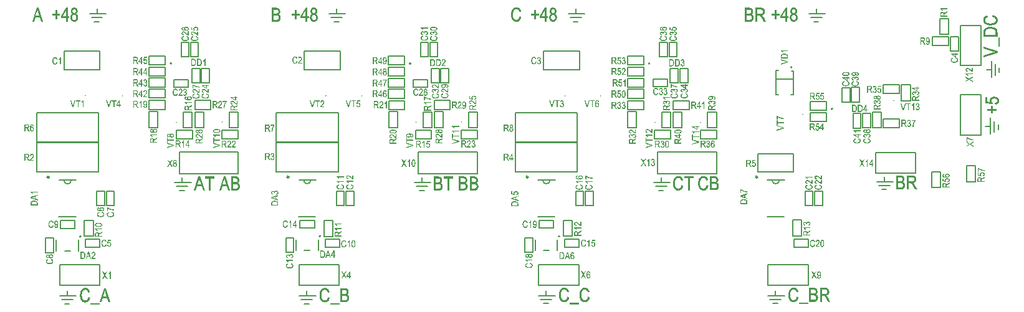
<source format=gto>
G04*
G04 #@! TF.GenerationSoftware,Altium Limited,Altium Designer,22.6.1 (34)*
G04*
G04 Layer_Color=65535*
%FSLAX43Y43*%
%MOMM*%
G71*
G04*
G04 #@! TF.SameCoordinates,5327060C-A0E8-49A3-936B-299E1C487600*
G04*
G04*
G04 #@! TF.FilePolarity,Positive*
G04*
G01*
G75*
%ADD10C,0.200*%
%ADD11C,0.250*%
%ADD12C,0.150*%
G36*
X35928Y20001D02*
X35947D01*
X35995Y19996D01*
X36050Y19990D01*
X36103Y19979D01*
X36156Y19965D01*
X36200Y19946D01*
X36206Y19943D01*
X36219Y19935D01*
X36239Y19921D01*
X36264Y19901D01*
X36292Y19876D01*
X36319Y19846D01*
X36347Y19807D01*
X36375Y19763D01*
X36378Y19757D01*
X36386Y19740D01*
X36397Y19715D01*
X36411Y19679D01*
X36422Y19638D01*
X36433Y19588D01*
X36442Y19532D01*
X36444Y19471D01*
Y19468D01*
Y19463D01*
Y19449D01*
X36442Y19435D01*
Y19416D01*
X36439Y19393D01*
X36430Y19343D01*
X36417Y19288D01*
X36394Y19227D01*
X36367Y19168D01*
X36328Y19113D01*
Y19110D01*
X36322Y19107D01*
X36306Y19091D01*
X36281Y19069D01*
X36244Y19041D01*
X36200Y19013D01*
X36147Y18985D01*
X36086Y18963D01*
X36017Y18949D01*
X36020D01*
X36028Y18946D01*
X36042Y18941D01*
X36058Y18935D01*
X36078Y18924D01*
X36097Y18913D01*
X36117Y18899D01*
X36136Y18880D01*
X36139Y18874D01*
X36153Y18860D01*
X36170Y18838D01*
X36192Y18808D01*
X36217Y18771D01*
X36242Y18730D01*
X36269Y18685D01*
X36297Y18638D01*
X36569Y18094D01*
X36269D01*
X36058Y18494D01*
Y18497D01*
X36053Y18505D01*
X36047Y18516D01*
X36039Y18530D01*
X36031Y18549D01*
X36020Y18569D01*
X35992Y18616D01*
X35964Y18666D01*
X35936Y18716D01*
X35909Y18760D01*
X35895Y18777D01*
X35884Y18794D01*
X35881Y18796D01*
X35875Y18805D01*
X35864Y18819D01*
X35850Y18835D01*
X35814Y18869D01*
X35795Y18882D01*
X35775Y18894D01*
X35773D01*
X35767Y18896D01*
X35756Y18902D01*
X35739Y18907D01*
X35717Y18910D01*
X35695Y18916D01*
X35664Y18919D01*
X35428D01*
Y18094D01*
X35170D01*
Y20004D01*
X35909D01*
X35928Y20001D01*
D02*
G37*
G36*
X34373D02*
X34412Y19996D01*
X34459Y19990D01*
X34507Y19979D01*
X34554Y19965D01*
X34598Y19946D01*
X34604Y19943D01*
X34618Y19935D01*
X34637Y19921D01*
X34662Y19901D01*
X34690Y19876D01*
X34718Y19846D01*
X34748Y19810D01*
X34776Y19768D01*
X34779Y19763D01*
X34787Y19749D01*
X34798Y19724D01*
X34812Y19690D01*
X34823Y19652D01*
X34834Y19607D01*
X34842Y19557D01*
X34845Y19504D01*
Y19502D01*
Y19499D01*
Y19482D01*
X34842Y19457D01*
X34837Y19424D01*
X34831Y19385D01*
X34820Y19346D01*
X34804Y19302D01*
X34784Y19260D01*
X34781Y19255D01*
X34773Y19243D01*
X34762Y19224D01*
X34743Y19202D01*
X34720Y19177D01*
X34695Y19155D01*
X34665Y19132D01*
X34631Y19116D01*
X34634D01*
X34637Y19113D01*
X34651Y19107D01*
X34673Y19099D01*
X34704Y19082D01*
X34734Y19063D01*
X34768Y19035D01*
X34804Y18999D01*
X34834Y18957D01*
X34837Y18952D01*
X34848Y18935D01*
X34862Y18910D01*
X34876Y18874D01*
X34892Y18833D01*
X34904Y18780D01*
X34915Y18724D01*
X34917Y18660D01*
Y18658D01*
Y18652D01*
Y18644D01*
Y18630D01*
X34915Y18616D01*
Y18597D01*
X34909Y18555D01*
X34898Y18505D01*
X34887Y18452D01*
X34867Y18399D01*
X34842Y18347D01*
Y18344D01*
X34840Y18341D01*
X34829Y18324D01*
X34812Y18302D01*
X34793Y18272D01*
X34765Y18241D01*
X34731Y18208D01*
X34693Y18177D01*
X34648Y18152D01*
X34643Y18150D01*
X34626Y18144D01*
X34598Y18133D01*
X34562Y18125D01*
X34515Y18113D01*
X34457Y18102D01*
X34393Y18097D01*
X34318Y18094D01*
X33713D01*
Y20004D01*
X34340D01*
X34373Y20001D01*
D02*
G37*
G36*
X38024Y19202D02*
X38438D01*
Y18935D01*
X38024D01*
Y18424D01*
X37791D01*
Y18935D01*
X37377D01*
Y19202D01*
X37791D01*
Y19707D01*
X38024D01*
Y19202D01*
D02*
G37*
G36*
X39459Y18833D02*
X39665D01*
Y18569D01*
X39459D01*
Y18125D01*
X39218D01*
Y18569D01*
X38557D01*
Y18813D01*
X39259Y20035D01*
X39459D01*
Y18833D01*
D02*
G37*
G36*
X40384Y20040D02*
X40400Y20037D01*
X40423Y20035D01*
X40470Y20026D01*
X40523Y20007D01*
X40578Y19982D01*
X40606Y19965D01*
X40634Y19946D01*
X40661Y19924D01*
X40686Y19899D01*
X40689Y19896D01*
X40692Y19893D01*
X40700Y19885D01*
X40709Y19874D01*
X40717Y19860D01*
X40731Y19840D01*
X40742Y19821D01*
X40756Y19799D01*
X40781Y19746D01*
X40800Y19682D01*
X40817Y19613D01*
X40820Y19574D01*
X40822Y19532D01*
Y19529D01*
Y19527D01*
Y19518D01*
Y19510D01*
X40820Y19482D01*
X40814Y19449D01*
X40808Y19410D01*
X40797Y19371D01*
X40781Y19329D01*
X40761Y19291D01*
X40758Y19285D01*
X40750Y19274D01*
X40736Y19257D01*
X40720Y19238D01*
X40697Y19216D01*
X40670Y19193D01*
X40636Y19177D01*
X40600Y19163D01*
X40603D01*
X40606Y19160D01*
X40622Y19155D01*
X40645Y19143D01*
X40675Y19130D01*
X40706Y19107D01*
X40742Y19077D01*
X40775Y19041D01*
X40806Y18996D01*
Y18994D01*
X40808Y18991D01*
X40814Y18982D01*
X40817Y18974D01*
X40831Y18946D01*
X40845Y18910D01*
X40858Y18863D01*
X40872Y18810D01*
X40881Y18749D01*
X40883Y18683D01*
Y18680D01*
Y18672D01*
Y18658D01*
X40881Y18641D01*
X40878Y18619D01*
X40875Y18591D01*
X40870Y18563D01*
X40864Y18533D01*
X40847Y18466D01*
X40820Y18394D01*
X40803Y18358D01*
X40781Y18324D01*
X40758Y18291D01*
X40731Y18258D01*
X40728Y18255D01*
X40725Y18250D01*
X40717Y18244D01*
X40703Y18233D01*
X40689Y18219D01*
X40672Y18205D01*
X40650Y18191D01*
X40628Y18177D01*
X40572Y18147D01*
X40509Y18119D01*
X40473Y18108D01*
X40434Y18102D01*
X40395Y18097D01*
X40353Y18094D01*
X40331D01*
X40314Y18097D01*
X40295Y18100D01*
X40273Y18102D01*
X40220Y18113D01*
X40162Y18133D01*
X40131Y18147D01*
X40098Y18163D01*
X40067Y18183D01*
X40034Y18205D01*
X40003Y18230D01*
X39976Y18258D01*
X39973Y18261D01*
X39970Y18266D01*
X39962Y18275D01*
X39953Y18288D01*
X39942Y18305D01*
X39928Y18324D01*
X39915Y18347D01*
X39901Y18374D01*
X39887Y18402D01*
X39873Y18436D01*
X39862Y18472D01*
X39848Y18508D01*
X39831Y18594D01*
X39828Y18638D01*
X39826Y18688D01*
Y18691D01*
Y18696D01*
Y18708D01*
Y18721D01*
X39828Y18738D01*
X39831Y18758D01*
X39837Y18802D01*
X39845Y18852D01*
X39859Y18907D01*
X39878Y18960D01*
X39903Y19010D01*
Y19013D01*
X39906Y19016D01*
X39917Y19030D01*
X39937Y19052D01*
X39959Y19077D01*
X39989Y19105D01*
X40023Y19130D01*
X40064Y19149D01*
X40109Y19163D01*
X40103Y19166D01*
X40092Y19168D01*
X40073Y19177D01*
X40051Y19191D01*
X40023Y19207D01*
X39998Y19230D01*
X39970Y19257D01*
X39945Y19291D01*
X39942Y19296D01*
X39937Y19310D01*
X39926Y19332D01*
X39917Y19360D01*
X39906Y19396D01*
X39895Y19441D01*
X39890Y19488D01*
X39887Y19540D01*
Y19543D01*
Y19552D01*
Y19563D01*
X39890Y19577D01*
Y19596D01*
X39895Y19618D01*
X39903Y19668D01*
X39920Y19724D01*
X39942Y19785D01*
X39976Y19846D01*
X39995Y19874D01*
X40017Y19901D01*
X40020Y19904D01*
X40023Y19907D01*
X40031Y19915D01*
X40042Y19924D01*
X40070Y19946D01*
X40109Y19974D01*
X40156Y19999D01*
X40214Y20021D01*
X40278Y20037D01*
X40314Y20040D01*
X40350Y20043D01*
X40370D01*
X40384Y20040D01*
D02*
G37*
G36*
X2742Y20065D02*
X2761Y20062D01*
X2784Y20060D01*
X2811Y20057D01*
X2839Y20051D01*
X2900Y20032D01*
X2967Y20007D01*
X3003Y19990D01*
X3036Y19971D01*
X3070Y19949D01*
X3100Y19924D01*
X3103Y19921D01*
X3108Y19918D01*
X3117Y19910D01*
X3128Y19896D01*
X3142Y19882D01*
X3156Y19863D01*
X3172Y19840D01*
X3192Y19815D01*
X3211Y19785D01*
X3231Y19751D01*
X3250Y19715D01*
X3270Y19677D01*
X3286Y19632D01*
X3306Y19588D01*
X3319Y19535D01*
X3333Y19482D01*
X3086Y19418D01*
Y19424D01*
X3081Y19435D01*
X3075Y19454D01*
X3067Y19479D01*
X3053Y19507D01*
X3039Y19540D01*
X3020Y19577D01*
X3000Y19613D01*
X2975Y19646D01*
X2947Y19682D01*
X2914Y19715D01*
X2881Y19743D01*
X2842Y19768D01*
X2798Y19788D01*
X2750Y19799D01*
X2700Y19804D01*
X2675D01*
X2650Y19801D01*
X2614Y19796D01*
X2575Y19785D01*
X2534Y19774D01*
X2492Y19754D01*
X2451Y19729D01*
X2445Y19726D01*
X2434Y19715D01*
X2414Y19699D01*
X2392Y19674D01*
X2364Y19640D01*
X2337Y19602D01*
X2309Y19554D01*
X2284Y19499D01*
Y19496D01*
X2281Y19490D01*
X2278Y19482D01*
X2273Y19471D01*
X2270Y19454D01*
X2265Y19435D01*
X2259Y19413D01*
X2253Y19388D01*
X2245Y19360D01*
X2240Y19329D01*
X2231Y19260D01*
X2223Y19182D01*
X2220Y19093D01*
Y19088D01*
Y19077D01*
Y19057D01*
X2223Y19032D01*
Y19002D01*
X2226Y18966D01*
X2231Y18927D01*
X2237Y18882D01*
X2251Y18794D01*
X2273Y18702D01*
X2289Y18658D01*
X2306Y18613D01*
X2326Y18574D01*
X2348Y18538D01*
X2351Y18535D01*
X2353Y18530D01*
X2362Y18522D01*
X2370Y18510D01*
X2398Y18480D01*
X2437Y18449D01*
X2487Y18416D01*
X2542Y18386D01*
X2573Y18374D01*
X2609Y18366D01*
X2642Y18361D01*
X2681Y18358D01*
X2695D01*
X2706Y18361D01*
X2736Y18363D01*
X2773Y18372D01*
X2811Y18386D01*
X2856Y18402D01*
X2900Y18430D01*
X2945Y18466D01*
X2950Y18472D01*
X2956Y18477D01*
X2964Y18488D01*
X2972Y18499D01*
X2984Y18516D01*
X2995Y18533D01*
X3009Y18555D01*
X3020Y18577D01*
X3034Y18605D01*
X3047Y18635D01*
X3059Y18669D01*
X3072Y18705D01*
X3083Y18744D01*
X3095Y18785D01*
X3103Y18833D01*
X3358Y18758D01*
Y18755D01*
X3356Y18744D01*
X3350Y18724D01*
X3344Y18702D01*
X3336Y18674D01*
X3325Y18641D01*
X3314Y18605D01*
X3300Y18566D01*
X3267Y18483D01*
X3225Y18399D01*
X3172Y18322D01*
X3142Y18286D01*
X3111Y18252D01*
X3108Y18250D01*
X3103Y18247D01*
X3095Y18238D01*
X3081Y18227D01*
X3064Y18216D01*
X3042Y18202D01*
X3020Y18188D01*
X2992Y18175D01*
X2964Y18158D01*
X2931Y18144D01*
X2859Y18119D01*
X2820Y18108D01*
X2775Y18100D01*
X2734Y18097D01*
X2687Y18094D01*
X2664D01*
X2650Y18097D01*
X2631D01*
X2609Y18100D01*
X2556Y18108D01*
X2495Y18119D01*
X2431Y18138D01*
X2367Y18163D01*
X2306Y18200D01*
X2303D01*
X2301Y18205D01*
X2292Y18211D01*
X2281Y18219D01*
X2251Y18247D01*
X2217Y18283D01*
X2198Y18305D01*
X2176Y18330D01*
X2156Y18358D01*
X2134Y18388D01*
X2112Y18422D01*
X2092Y18461D01*
X2073Y18499D01*
X2054Y18541D01*
Y18544D01*
X2051Y18552D01*
X2045Y18566D01*
X2040Y18583D01*
X2031Y18605D01*
X2023Y18633D01*
X2015Y18663D01*
X2006Y18699D01*
X1995Y18738D01*
X1987Y18780D01*
X1979Y18824D01*
X1973Y18874D01*
X1965Y18924D01*
X1962Y18980D01*
X1956Y19093D01*
Y19096D01*
Y19107D01*
Y19124D01*
X1959Y19146D01*
Y19171D01*
X1962Y19205D01*
X1965Y19238D01*
X1967Y19277D01*
X1981Y19360D01*
X1998Y19446D01*
X2020Y19535D01*
X2054Y19621D01*
Y19624D01*
X2059Y19632D01*
X2065Y19643D01*
X2070Y19657D01*
X2081Y19677D01*
X2092Y19696D01*
X2123Y19746D01*
X2162Y19799D01*
X2206Y19854D01*
X2259Y19907D01*
X2320Y19954D01*
X2323D01*
X2328Y19960D01*
X2337Y19965D01*
X2351Y19971D01*
X2367Y19982D01*
X2387Y19990D01*
X2409Y20001D01*
X2434Y20012D01*
X2489Y20032D01*
X2553Y20051D01*
X2625Y20062D01*
X2703Y20068D01*
X2725D01*
X2742Y20065D01*
D02*
G37*
G36*
X5333Y19202D02*
X5747D01*
Y18935D01*
X5333D01*
Y18424D01*
X5100D01*
Y18935D01*
X4687D01*
Y19202D01*
X5100D01*
Y19707D01*
X5333D01*
Y19202D01*
D02*
G37*
G36*
X6769Y18833D02*
X6974D01*
Y18569D01*
X6769D01*
Y18125D01*
X6527D01*
Y18569D01*
X5866D01*
Y18813D01*
X6569Y20035D01*
X6769D01*
Y18833D01*
D02*
G37*
G36*
X7693Y20040D02*
X7710Y20037D01*
X7732Y20035D01*
X7779Y20026D01*
X7832Y20007D01*
X7887Y19982D01*
X7915Y19965D01*
X7943Y19946D01*
X7971Y19924D01*
X7996Y19899D01*
X7999Y19896D01*
X8001Y19893D01*
X8010Y19885D01*
X8018Y19874D01*
X8026Y19860D01*
X8040Y19840D01*
X8051Y19821D01*
X8065Y19799D01*
X8090Y19746D01*
X8110Y19682D01*
X8126Y19613D01*
X8129Y19574D01*
X8132Y19532D01*
Y19529D01*
Y19527D01*
Y19518D01*
Y19510D01*
X8129Y19482D01*
X8123Y19449D01*
X8118Y19410D01*
X8107Y19371D01*
X8090Y19329D01*
X8071Y19291D01*
X8068Y19285D01*
X8060Y19274D01*
X8046Y19257D01*
X8029Y19238D01*
X8007Y19216D01*
X7979Y19193D01*
X7946Y19177D01*
X7910Y19163D01*
X7912D01*
X7915Y19160D01*
X7932Y19155D01*
X7954Y19143D01*
X7985Y19130D01*
X8015Y19107D01*
X8051Y19077D01*
X8085Y19041D01*
X8115Y18996D01*
Y18994D01*
X8118Y18991D01*
X8123Y18982D01*
X8126Y18974D01*
X8140Y18946D01*
X8154Y18910D01*
X8168Y18863D01*
X8182Y18810D01*
X8190Y18749D01*
X8193Y18683D01*
Y18680D01*
Y18672D01*
Y18658D01*
X8190Y18641D01*
X8187Y18619D01*
X8185Y18591D01*
X8179Y18563D01*
X8173Y18533D01*
X8157Y18466D01*
X8129Y18394D01*
X8112Y18358D01*
X8090Y18324D01*
X8068Y18291D01*
X8040Y18258D01*
X8037Y18255D01*
X8035Y18250D01*
X8026Y18244D01*
X8012Y18233D01*
X7999Y18219D01*
X7982Y18205D01*
X7960Y18191D01*
X7937Y18177D01*
X7882Y18147D01*
X7818Y18119D01*
X7782Y18108D01*
X7743Y18102D01*
X7704Y18097D01*
X7663Y18094D01*
X7640D01*
X7624Y18097D01*
X7604Y18100D01*
X7582Y18102D01*
X7529Y18113D01*
X7471Y18133D01*
X7441Y18147D01*
X7407Y18163D01*
X7377Y18183D01*
X7343Y18205D01*
X7313Y18230D01*
X7285Y18258D01*
X7282Y18261D01*
X7280Y18266D01*
X7271Y18275D01*
X7263Y18288D01*
X7252Y18305D01*
X7238Y18324D01*
X7224Y18347D01*
X7210Y18374D01*
X7196Y18402D01*
X7182Y18436D01*
X7171Y18472D01*
X7157Y18508D01*
X7141Y18594D01*
X7138Y18638D01*
X7135Y18688D01*
Y18691D01*
Y18696D01*
Y18708D01*
Y18721D01*
X7138Y18738D01*
X7141Y18758D01*
X7146Y18802D01*
X7155Y18852D01*
X7168Y18907D01*
X7188Y18960D01*
X7213Y19010D01*
Y19013D01*
X7216Y19016D01*
X7227Y19030D01*
X7246Y19052D01*
X7268Y19077D01*
X7299Y19105D01*
X7332Y19130D01*
X7374Y19149D01*
X7418Y19163D01*
X7413Y19166D01*
X7402Y19168D01*
X7382Y19177D01*
X7360Y19191D01*
X7332Y19207D01*
X7307Y19230D01*
X7280Y19257D01*
X7255Y19291D01*
X7252Y19296D01*
X7246Y19310D01*
X7235Y19332D01*
X7227Y19360D01*
X7216Y19396D01*
X7205Y19441D01*
X7199Y19488D01*
X7196Y19540D01*
Y19543D01*
Y19552D01*
Y19563D01*
X7199Y19577D01*
Y19596D01*
X7205Y19618D01*
X7213Y19668D01*
X7230Y19724D01*
X7252Y19785D01*
X7285Y19846D01*
X7304Y19874D01*
X7327Y19901D01*
X7329Y19904D01*
X7332Y19907D01*
X7341Y19915D01*
X7352Y19924D01*
X7379Y19946D01*
X7418Y19974D01*
X7466Y19999D01*
X7524Y20021D01*
X7588Y20037D01*
X7624Y20040D01*
X7660Y20043D01*
X7679D01*
X7693Y20040D01*
D02*
G37*
G36*
X-29874Y20001D02*
X-29836Y19996D01*
X-29788Y19990D01*
X-29741Y19979D01*
X-29694Y19965D01*
X-29650Y19946D01*
X-29644Y19943D01*
X-29630Y19935D01*
X-29611Y19921D01*
X-29586Y19901D01*
X-29558Y19876D01*
X-29530Y19846D01*
X-29500Y19810D01*
X-29472Y19768D01*
X-29469Y19763D01*
X-29461Y19749D01*
X-29450Y19724D01*
X-29436Y19690D01*
X-29425Y19652D01*
X-29414Y19607D01*
X-29405Y19557D01*
X-29402Y19504D01*
Y19502D01*
Y19499D01*
Y19482D01*
X-29405Y19457D01*
X-29411Y19424D01*
X-29416Y19385D01*
X-29427Y19346D01*
X-29444Y19302D01*
X-29464Y19260D01*
X-29466Y19255D01*
X-29475Y19243D01*
X-29486Y19224D01*
X-29505Y19202D01*
X-29527Y19177D01*
X-29552Y19155D01*
X-29583Y19132D01*
X-29616Y19116D01*
X-29613D01*
X-29611Y19113D01*
X-29597Y19107D01*
X-29575Y19099D01*
X-29544Y19082D01*
X-29514Y19063D01*
X-29480Y19035D01*
X-29444Y18999D01*
X-29414Y18957D01*
X-29411Y18952D01*
X-29400Y18935D01*
X-29386Y18910D01*
X-29372Y18874D01*
X-29355Y18833D01*
X-29344Y18780D01*
X-29333Y18724D01*
X-29330Y18660D01*
Y18658D01*
Y18652D01*
Y18644D01*
Y18630D01*
X-29333Y18616D01*
Y18597D01*
X-29339Y18555D01*
X-29350Y18505D01*
X-29361Y18452D01*
X-29380Y18399D01*
X-29405Y18347D01*
Y18344D01*
X-29408Y18341D01*
X-29419Y18324D01*
X-29436Y18302D01*
X-29455Y18272D01*
X-29483Y18241D01*
X-29516Y18208D01*
X-29555Y18177D01*
X-29600Y18152D01*
X-29605Y18150D01*
X-29622Y18144D01*
X-29650Y18133D01*
X-29686Y18125D01*
X-29733Y18113D01*
X-29791Y18102D01*
X-29855Y18097D01*
X-29930Y18094D01*
X-30535D01*
Y20004D01*
X-29908D01*
X-29874Y20001D01*
D02*
G37*
G36*
X-27158Y19202D02*
X-26744D01*
Y18935D01*
X-27158D01*
Y18424D01*
X-27391D01*
Y18935D01*
X-27805D01*
Y19202D01*
X-27391D01*
Y19707D01*
X-27158D01*
Y19202D01*
D02*
G37*
G36*
X-25723Y18833D02*
X-25517D01*
Y18569D01*
X-25723D01*
Y18125D01*
X-25964D01*
Y18569D01*
X-26625D01*
Y18813D01*
X-25923Y20035D01*
X-25723D01*
Y18833D01*
D02*
G37*
G36*
X-24798Y20040D02*
X-24782Y20037D01*
X-24759Y20035D01*
X-24712Y20026D01*
X-24660Y20007D01*
X-24604Y19982D01*
X-24576Y19965D01*
X-24549Y19946D01*
X-24521Y19924D01*
X-24496Y19899D01*
X-24493Y19896D01*
X-24490Y19893D01*
X-24482Y19885D01*
X-24474Y19874D01*
X-24465Y19860D01*
X-24451Y19840D01*
X-24440Y19821D01*
X-24426Y19799D01*
X-24401Y19746D01*
X-24382Y19682D01*
X-24365Y19613D01*
X-24362Y19574D01*
X-24360Y19532D01*
Y19529D01*
Y19527D01*
Y19518D01*
Y19510D01*
X-24362Y19482D01*
X-24368Y19449D01*
X-24374Y19410D01*
X-24385Y19371D01*
X-24401Y19329D01*
X-24421Y19291D01*
X-24424Y19285D01*
X-24432Y19274D01*
X-24446Y19257D01*
X-24462Y19238D01*
X-24485Y19216D01*
X-24512Y19193D01*
X-24546Y19177D01*
X-24582Y19163D01*
X-24579D01*
X-24576Y19160D01*
X-24560Y19155D01*
X-24537Y19143D01*
X-24507Y19130D01*
X-24476Y19107D01*
X-24440Y19077D01*
X-24407Y19041D01*
X-24376Y18996D01*
Y18994D01*
X-24374Y18991D01*
X-24368Y18982D01*
X-24365Y18974D01*
X-24351Y18946D01*
X-24338Y18910D01*
X-24324Y18863D01*
X-24310Y18810D01*
X-24301Y18749D01*
X-24299Y18683D01*
Y18680D01*
Y18672D01*
Y18658D01*
X-24301Y18641D01*
X-24304Y18619D01*
X-24307Y18591D01*
X-24313Y18563D01*
X-24318Y18533D01*
X-24335Y18466D01*
X-24362Y18394D01*
X-24379Y18358D01*
X-24401Y18324D01*
X-24424Y18291D01*
X-24451Y18258D01*
X-24454Y18255D01*
X-24457Y18250D01*
X-24465Y18244D01*
X-24479Y18233D01*
X-24493Y18219D01*
X-24510Y18205D01*
X-24532Y18191D01*
X-24554Y18177D01*
X-24610Y18147D01*
X-24673Y18119D01*
X-24710Y18108D01*
X-24748Y18102D01*
X-24787Y18097D01*
X-24829Y18094D01*
X-24851D01*
X-24868Y18097D01*
X-24887Y18100D01*
X-24909Y18102D01*
X-24962Y18113D01*
X-25020Y18133D01*
X-25051Y18147D01*
X-25084Y18163D01*
X-25115Y18183D01*
X-25148Y18205D01*
X-25179Y18230D01*
X-25206Y18258D01*
X-25209Y18261D01*
X-25212Y18266D01*
X-25220Y18275D01*
X-25229Y18288D01*
X-25240Y18305D01*
X-25254Y18324D01*
X-25268Y18347D01*
X-25281Y18374D01*
X-25295Y18402D01*
X-25309Y18436D01*
X-25320Y18472D01*
X-25334Y18508D01*
X-25351Y18594D01*
X-25354Y18638D01*
X-25356Y18688D01*
Y18691D01*
Y18696D01*
Y18708D01*
Y18721D01*
X-25354Y18738D01*
X-25351Y18758D01*
X-25345Y18802D01*
X-25337Y18852D01*
X-25323Y18907D01*
X-25304Y18960D01*
X-25279Y19010D01*
Y19013D01*
X-25276Y19016D01*
X-25265Y19030D01*
X-25245Y19052D01*
X-25223Y19077D01*
X-25193Y19105D01*
X-25159Y19130D01*
X-25118Y19149D01*
X-25073Y19163D01*
X-25079Y19166D01*
X-25090Y19168D01*
X-25109Y19177D01*
X-25132Y19191D01*
X-25159Y19207D01*
X-25184Y19230D01*
X-25212Y19257D01*
X-25237Y19291D01*
X-25240Y19296D01*
X-25245Y19310D01*
X-25256Y19332D01*
X-25265Y19360D01*
X-25276Y19396D01*
X-25287Y19441D01*
X-25293Y19488D01*
X-25295Y19540D01*
Y19543D01*
Y19552D01*
Y19563D01*
X-25293Y19577D01*
Y19596D01*
X-25287Y19618D01*
X-25279Y19668D01*
X-25262Y19724D01*
X-25240Y19785D01*
X-25206Y19846D01*
X-25187Y19874D01*
X-25165Y19901D01*
X-25162Y19904D01*
X-25159Y19907D01*
X-25151Y19915D01*
X-25140Y19924D01*
X-25112Y19946D01*
X-25073Y19974D01*
X-25026Y19999D01*
X-24968Y20021D01*
X-24904Y20037D01*
X-24868Y20040D01*
X-24832Y20043D01*
X-24812D01*
X-24798Y20040D01*
D02*
G37*
G36*
X-59717Y19202D02*
X-59303D01*
Y18935D01*
X-59717D01*
Y18424D01*
X-59950D01*
Y18935D01*
X-60363D01*
Y19202D01*
X-59950D01*
Y19707D01*
X-59717D01*
Y19202D01*
D02*
G37*
G36*
X-58281Y18833D02*
X-58076D01*
Y18569D01*
X-58281D01*
Y18125D01*
X-58523D01*
Y18569D01*
X-59184D01*
Y18813D01*
X-58481Y20035D01*
X-58281D01*
Y18833D01*
D02*
G37*
G36*
X-57357Y20040D02*
X-57340Y20037D01*
X-57318Y20035D01*
X-57271Y20026D01*
X-57218Y20007D01*
X-57162Y19982D01*
X-57135Y19965D01*
X-57107Y19946D01*
X-57079Y19924D01*
X-57054Y19899D01*
X-57051Y19896D01*
X-57049Y19893D01*
X-57040Y19885D01*
X-57032Y19874D01*
X-57024Y19860D01*
X-57010Y19840D01*
X-56999Y19821D01*
X-56985Y19799D01*
X-56960Y19746D01*
X-56940Y19682D01*
X-56924Y19613D01*
X-56921Y19574D01*
X-56918Y19532D01*
Y19529D01*
Y19527D01*
Y19518D01*
Y19510D01*
X-56921Y19482D01*
X-56927Y19449D01*
X-56932Y19410D01*
X-56943Y19371D01*
X-56960Y19329D01*
X-56979Y19291D01*
X-56982Y19285D01*
X-56990Y19274D01*
X-57004Y19257D01*
X-57021Y19238D01*
X-57043Y19216D01*
X-57071Y19193D01*
X-57104Y19177D01*
X-57140Y19163D01*
X-57138D01*
X-57135Y19160D01*
X-57118Y19155D01*
X-57096Y19143D01*
X-57065Y19130D01*
X-57035Y19107D01*
X-56999Y19077D01*
X-56965Y19041D01*
X-56935Y18996D01*
Y18994D01*
X-56932Y18991D01*
X-56927Y18982D01*
X-56924Y18974D01*
X-56910Y18946D01*
X-56896Y18910D01*
X-56882Y18863D01*
X-56868Y18810D01*
X-56860Y18749D01*
X-56857Y18683D01*
Y18680D01*
Y18672D01*
Y18658D01*
X-56860Y18641D01*
X-56863Y18619D01*
X-56865Y18591D01*
X-56871Y18563D01*
X-56877Y18533D01*
X-56893Y18466D01*
X-56921Y18394D01*
X-56938Y18358D01*
X-56960Y18324D01*
X-56982Y18291D01*
X-57010Y18258D01*
X-57013Y18255D01*
X-57015Y18250D01*
X-57024Y18244D01*
X-57038Y18233D01*
X-57051Y18219D01*
X-57068Y18205D01*
X-57090Y18191D01*
X-57113Y18177D01*
X-57168Y18147D01*
X-57232Y18119D01*
X-57268Y18108D01*
X-57307Y18102D01*
X-57346Y18097D01*
X-57387Y18094D01*
X-57410D01*
X-57426Y18097D01*
X-57446Y18100D01*
X-57468Y18102D01*
X-57521Y18113D01*
X-57579Y18133D01*
X-57609Y18147D01*
X-57643Y18163D01*
X-57673Y18183D01*
X-57707Y18205D01*
X-57737Y18230D01*
X-57765Y18258D01*
X-57768Y18261D01*
X-57771Y18266D01*
X-57779Y18275D01*
X-57787Y18288D01*
X-57798Y18305D01*
X-57812Y18324D01*
X-57826Y18347D01*
X-57840Y18374D01*
X-57854Y18402D01*
X-57868Y18436D01*
X-57879Y18472D01*
X-57893Y18508D01*
X-57909Y18594D01*
X-57912Y18638D01*
X-57915Y18688D01*
Y18691D01*
Y18696D01*
Y18708D01*
Y18721D01*
X-57912Y18738D01*
X-57909Y18758D01*
X-57904Y18802D01*
X-57895Y18852D01*
X-57882Y18907D01*
X-57862Y18960D01*
X-57837Y19010D01*
Y19013D01*
X-57834Y19016D01*
X-57823Y19030D01*
X-57804Y19052D01*
X-57782Y19077D01*
X-57751Y19105D01*
X-57718Y19130D01*
X-57676Y19149D01*
X-57632Y19163D01*
X-57637Y19166D01*
X-57648Y19168D01*
X-57668Y19177D01*
X-57690Y19191D01*
X-57718Y19207D01*
X-57743Y19230D01*
X-57771Y19257D01*
X-57795Y19291D01*
X-57798Y19296D01*
X-57804Y19310D01*
X-57815Y19332D01*
X-57823Y19360D01*
X-57834Y19396D01*
X-57845Y19441D01*
X-57851Y19488D01*
X-57854Y19540D01*
Y19543D01*
Y19552D01*
Y19563D01*
X-57851Y19577D01*
Y19596D01*
X-57845Y19618D01*
X-57837Y19668D01*
X-57820Y19724D01*
X-57798Y19785D01*
X-57765Y19846D01*
X-57746Y19874D01*
X-57723Y19901D01*
X-57721Y19904D01*
X-57718Y19907D01*
X-57709Y19915D01*
X-57698Y19924D01*
X-57671Y19946D01*
X-57632Y19974D01*
X-57584Y19999D01*
X-57526Y20021D01*
X-57462Y20037D01*
X-57426Y20040D01*
X-57390Y20043D01*
X-57371D01*
X-57357Y20040D01*
D02*
G37*
G36*
X-61611Y18094D02*
X-61892D01*
X-62069Y18658D01*
X-62669D01*
X-62835Y18094D01*
X-63094D01*
X-62502Y20004D01*
X-62244D01*
X-61611Y18094D01*
D02*
G37*
G36*
X67636Y7908D02*
X67661Y7905D01*
X67689Y7902D01*
X67722Y7900D01*
X67755Y7891D01*
X67833Y7875D01*
X67913Y7847D01*
X67955Y7830D01*
X67994Y7811D01*
X68036Y7789D01*
X68075Y7761D01*
X68077Y7758D01*
X68083Y7755D01*
X68094Y7747D01*
X68105Y7733D01*
X68122Y7719D01*
X68138Y7700D01*
X68158Y7680D01*
X68174Y7655D01*
X68194Y7628D01*
X68213Y7600D01*
X68230Y7566D01*
X68247Y7530D01*
X68258Y7492D01*
X68269Y7450D01*
X68274Y7408D01*
X68277Y7361D01*
Y7342D01*
X68274Y7325D01*
X68272Y7308D01*
X68269Y7286D01*
X68258Y7239D01*
X68241Y7181D01*
X68216Y7122D01*
X68199Y7092D01*
X68180Y7061D01*
X68158Y7033D01*
X68133Y7006D01*
X68130Y7003D01*
X68127Y7000D01*
X68119Y6992D01*
X68105Y6983D01*
X68091Y6972D01*
X68072Y6961D01*
X68050Y6947D01*
X68025Y6933D01*
X67997Y6920D01*
X67966Y6903D01*
X67930Y6892D01*
X67891Y6878D01*
X67852Y6867D01*
X67808Y6859D01*
X67758Y6850D01*
X67708Y6845D01*
X67686Y7092D01*
X67689D01*
X67694D01*
X67705Y7095D01*
X67716Y7097D01*
X67752Y7103D01*
X67791Y7114D01*
X67839Y7128D01*
X67883Y7144D01*
X67925Y7164D01*
X67958Y7189D01*
X67961Y7192D01*
X67969Y7203D01*
X67983Y7217D01*
X67997Y7239D01*
X68011Y7264D01*
X68025Y7292D01*
X68033Y7325D01*
X68036Y7358D01*
Y7364D01*
X68033Y7378D01*
X68030Y7400D01*
X68022Y7430D01*
X68008Y7461D01*
X67988Y7497D01*
X67961Y7533D01*
X67925Y7566D01*
X67919Y7569D01*
X67902Y7580D01*
X67877Y7594D01*
X67841Y7614D01*
X67797Y7630D01*
X67744Y7644D01*
X67680Y7655D01*
X67608Y7658D01*
X67605D01*
X67600D01*
X67589D01*
X67578D01*
X67561Y7655D01*
X67544Y7653D01*
X67500Y7647D01*
X67455Y7636D01*
X67405Y7622D01*
X67361Y7600D01*
X67319Y7569D01*
X67314Y7566D01*
X67303Y7553D01*
X67286Y7536D01*
X67267Y7511D01*
X67250Y7480D01*
X67233Y7442D01*
X67222Y7403D01*
X67217Y7355D01*
Y7342D01*
X67219Y7328D01*
X67222Y7308D01*
X67228Y7286D01*
X67236Y7264D01*
X67247Y7236D01*
X67261Y7211D01*
X67264Y7208D01*
X67269Y7200D01*
X67281Y7186D01*
X67294Y7172D01*
X67314Y7153D01*
X67336Y7133D01*
X67364Y7114D01*
X67397Y7095D01*
X67364Y6878D01*
X66359Y7028D01*
Y7839D01*
X66631D01*
Y7222D01*
X67078Y7147D01*
X67072Y7153D01*
X67058Y7164D01*
X67042Y7186D01*
X67020Y7217D01*
X66997Y7253D01*
X66981Y7297D01*
X66967Y7350D01*
X66961Y7408D01*
Y7428D01*
X66964Y7442D01*
X66967Y7461D01*
X66970Y7480D01*
X66983Y7528D01*
X67003Y7583D01*
X67017Y7614D01*
X67033Y7641D01*
X67053Y7672D01*
X67078Y7703D01*
X67103Y7733D01*
X67133Y7761D01*
X67136Y7764D01*
X67142Y7766D01*
X67150Y7775D01*
X67164Y7783D01*
X67181Y7797D01*
X67203Y7808D01*
X67228Y7822D01*
X67256Y7836D01*
X67286Y7850D01*
X67319Y7864D01*
X67358Y7877D01*
X67397Y7889D01*
X67442Y7897D01*
X67489Y7905D01*
X67536Y7908D01*
X67589Y7911D01*
X67591D01*
X67600D01*
X67616D01*
X67636Y7908D01*
D02*
G37*
G36*
X67436Y6253D02*
X67947D01*
Y6020D01*
X67436D01*
Y5606D01*
X67169D01*
Y6020D01*
X66664D01*
Y6253D01*
X67169D01*
Y6667D01*
X67436D01*
Y6253D01*
D02*
G37*
G36*
X67421Y19003D02*
X67441Y18997D01*
X67463Y18992D01*
X67491Y18983D01*
X67524Y18972D01*
X67560Y18961D01*
X67599Y18947D01*
X67682Y18914D01*
X67766Y18872D01*
X67843Y18820D01*
X67879Y18789D01*
X67913Y18758D01*
X67915Y18756D01*
X67918Y18750D01*
X67927Y18742D01*
X67938Y18728D01*
X67949Y18711D01*
X67963Y18689D01*
X67977Y18667D01*
X67990Y18639D01*
X68007Y18611D01*
X68021Y18578D01*
X68046Y18506D01*
X68057Y18467D01*
X68065Y18423D01*
X68068Y18381D01*
X68071Y18334D01*
Y18311D01*
X68068Y18298D01*
Y18278D01*
X68065Y18256D01*
X68057Y18203D01*
X68046Y18142D01*
X68027Y18078D01*
X68002Y18014D01*
X67965Y17953D01*
Y17951D01*
X67960Y17948D01*
X67954Y17939D01*
X67946Y17928D01*
X67918Y17898D01*
X67882Y17865D01*
X67860Y17845D01*
X67835Y17823D01*
X67807Y17803D01*
X67777Y17781D01*
X67743Y17759D01*
X67704Y17740D01*
X67666Y17720D01*
X67624Y17701D01*
X67621D01*
X67613Y17698D01*
X67599Y17692D01*
X67582Y17687D01*
X67560Y17678D01*
X67532Y17670D01*
X67502Y17662D01*
X67466Y17654D01*
X67427Y17642D01*
X67385Y17634D01*
X67341Y17626D01*
X67291Y17620D01*
X67241Y17612D01*
X67185Y17609D01*
X67071Y17604D01*
X67069D01*
X67058D01*
X67041D01*
X67019Y17606D01*
X66994D01*
X66960Y17609D01*
X66927Y17612D01*
X66888Y17615D01*
X66805Y17629D01*
X66719Y17645D01*
X66630Y17667D01*
X66544Y17701D01*
X66541D01*
X66533Y17706D01*
X66522Y17712D01*
X66508Y17717D01*
X66488Y17728D01*
X66469Y17740D01*
X66419Y17770D01*
X66366Y17809D01*
X66311Y17853D01*
X66258Y17906D01*
X66211Y17967D01*
Y17970D01*
X66205Y17976D01*
X66200Y17984D01*
X66194Y17998D01*
X66183Y18014D01*
X66175Y18034D01*
X66164Y18056D01*
X66153Y18081D01*
X66133Y18137D01*
X66114Y18200D01*
X66103Y18273D01*
X66097Y18350D01*
Y18373D01*
X66100Y18389D01*
X66103Y18409D01*
X66105Y18431D01*
X66108Y18459D01*
X66114Y18486D01*
X66133Y18547D01*
X66158Y18614D01*
X66175Y18650D01*
X66194Y18684D01*
X66216Y18717D01*
X66241Y18747D01*
X66244Y18750D01*
X66247Y18756D01*
X66255Y18764D01*
X66269Y18775D01*
X66283Y18789D01*
X66302Y18803D01*
X66325Y18820D01*
X66350Y18839D01*
X66380Y18858D01*
X66414Y18878D01*
X66450Y18897D01*
X66488Y18917D01*
X66533Y18933D01*
X66577Y18953D01*
X66630Y18967D01*
X66683Y18981D01*
X66747Y18733D01*
X66741D01*
X66730Y18728D01*
X66711Y18722D01*
X66686Y18714D01*
X66658Y18700D01*
X66625Y18686D01*
X66588Y18667D01*
X66552Y18647D01*
X66519Y18622D01*
X66483Y18595D01*
X66450Y18561D01*
X66422Y18528D01*
X66397Y18489D01*
X66377Y18445D01*
X66366Y18398D01*
X66361Y18348D01*
Y18323D01*
X66364Y18298D01*
X66369Y18262D01*
X66380Y18223D01*
X66391Y18181D01*
X66411Y18139D01*
X66436Y18098D01*
X66439Y18092D01*
X66450Y18081D01*
X66466Y18062D01*
X66491Y18039D01*
X66525Y18012D01*
X66563Y17984D01*
X66611Y17956D01*
X66666Y17931D01*
X66669D01*
X66674Y17928D01*
X66683Y17926D01*
X66694Y17920D01*
X66711Y17917D01*
X66730Y17912D01*
X66752Y17906D01*
X66777Y17901D01*
X66805Y17892D01*
X66836Y17887D01*
X66905Y17878D01*
X66983Y17870D01*
X67071Y17867D01*
X67077D01*
X67088D01*
X67108D01*
X67133Y17870D01*
X67163D01*
X67199Y17873D01*
X67238Y17878D01*
X67282Y17884D01*
X67371Y17898D01*
X67463Y17920D01*
X67507Y17937D01*
X67552Y17953D01*
X67591Y17973D01*
X67627Y17995D01*
X67630Y17998D01*
X67635Y18001D01*
X67643Y18009D01*
X67654Y18017D01*
X67685Y18045D01*
X67716Y18084D01*
X67749Y18134D01*
X67779Y18189D01*
X67791Y18220D01*
X67799Y18256D01*
X67804Y18289D01*
X67807Y18328D01*
Y18342D01*
X67804Y18353D01*
X67802Y18384D01*
X67793Y18420D01*
X67779Y18459D01*
X67763Y18503D01*
X67735Y18547D01*
X67699Y18592D01*
X67693Y18597D01*
X67688Y18603D01*
X67677Y18611D01*
X67666Y18620D01*
X67649Y18631D01*
X67632Y18642D01*
X67610Y18656D01*
X67588Y18667D01*
X67560Y18681D01*
X67530Y18695D01*
X67496Y18706D01*
X67460Y18720D01*
X67421Y18731D01*
X67380Y18742D01*
X67332Y18750D01*
X67407Y19006D01*
X67410D01*
X67421Y19003D01*
D02*
G37*
G36*
X67127Y17404D02*
X67155D01*
X67188Y17401D01*
X67224Y17398D01*
X67263Y17395D01*
X67349Y17381D01*
X67441Y17365D01*
X67535Y17343D01*
X67624Y17309D01*
X67627D01*
X67635Y17304D01*
X67646Y17301D01*
X67660Y17293D01*
X67679Y17281D01*
X67699Y17270D01*
X67749Y17243D01*
X67802Y17207D01*
X67854Y17165D01*
X67904Y17118D01*
X67927Y17090D01*
X67946Y17062D01*
Y17059D01*
X67949Y17054D01*
X67954Y17046D01*
X67960Y17034D01*
X67968Y17021D01*
X67977Y17001D01*
X67985Y16979D01*
X67993Y16957D01*
X68002Y16929D01*
X68010Y16898D01*
X68027Y16832D01*
X68038Y16754D01*
X68040Y16668D01*
Y16091D01*
X66130D01*
Y16693D01*
X66133Y16712D01*
X66136Y16757D01*
X66139Y16807D01*
X66144Y16857D01*
X66155Y16904D01*
X66166Y16948D01*
Y16951D01*
X66169Y16954D01*
X66172Y16962D01*
X66175Y16973D01*
X66189Y16998D01*
X66205Y17032D01*
X66230Y17071D01*
X66258Y17109D01*
X66294Y17151D01*
X66339Y17190D01*
X66344Y17195D01*
X66361Y17207D01*
X66386Y17226D01*
X66422Y17248D01*
X66466Y17273D01*
X66519Y17301D01*
X66577Y17326D01*
X66644Y17348D01*
X66647D01*
X66652Y17351D01*
X66663Y17354D01*
X66677Y17356D01*
X66694Y17362D01*
X66716Y17368D01*
X66738Y17373D01*
X66766Y17379D01*
X66797Y17381D01*
X66830Y17387D01*
X66902Y17398D01*
X66985Y17404D01*
X67074Y17406D01*
X67077D01*
X67088D01*
X67105D01*
X67127Y17404D01*
D02*
G37*
G36*
X68365Y14705D02*
X68182D01*
Y15968D01*
X68365D01*
Y14705D01*
D02*
G37*
G36*
X68040Y14119D02*
Y13872D01*
X66130Y13275D01*
Y13542D01*
X67499Y13944D01*
X67502D01*
X67507Y13947D01*
X67516Y13950D01*
X67527Y13953D01*
X67557Y13961D01*
X67593Y13969D01*
X67638Y13978D01*
X67685Y13986D01*
X67732Y13994D01*
X67779Y13997D01*
X67777D01*
X67774D01*
X67757Y14000D01*
X67732Y14003D01*
X67696Y14008D01*
X67654Y14014D01*
X67607Y14025D01*
X67555Y14036D01*
X67499Y14053D01*
X66130Y14469D01*
Y14722D01*
X68040Y14119D01*
D02*
G37*
G36*
X40402Y-18041D02*
X40422Y-18044D01*
X40444Y-18047D01*
X40472Y-18050D01*
X40499Y-18055D01*
X40560Y-18075D01*
X40627Y-18100D01*
X40663Y-18116D01*
X40696Y-18136D01*
X40730Y-18158D01*
X40760Y-18183D01*
X40763Y-18186D01*
X40769Y-18189D01*
X40777Y-18197D01*
X40788Y-18211D01*
X40802Y-18225D01*
X40816Y-18244D01*
X40832Y-18266D01*
X40852Y-18291D01*
X40871Y-18322D01*
X40891Y-18355D01*
X40910Y-18391D01*
X40930Y-18430D01*
X40946Y-18475D01*
X40966Y-18519D01*
X40980Y-18572D01*
X40993Y-18624D01*
X40746Y-18688D01*
Y-18683D01*
X40741Y-18672D01*
X40735Y-18652D01*
X40727Y-18627D01*
X40713Y-18599D01*
X40699Y-18566D01*
X40680Y-18530D01*
X40660Y-18494D01*
X40635Y-18461D01*
X40608Y-18425D01*
X40574Y-18391D01*
X40541Y-18363D01*
X40502Y-18338D01*
X40458Y-18319D01*
X40410Y-18308D01*
X40361Y-18302D01*
X40336D01*
X40311Y-18305D01*
X40274Y-18311D01*
X40236Y-18322D01*
X40194Y-18333D01*
X40152Y-18352D01*
X40111Y-18377D01*
X40105Y-18380D01*
X40094Y-18391D01*
X40075Y-18408D01*
X40052Y-18433D01*
X40025Y-18466D01*
X39997Y-18505D01*
X39969Y-18552D01*
X39944Y-18608D01*
Y-18611D01*
X39941Y-18616D01*
X39939Y-18624D01*
X39933Y-18636D01*
X39930Y-18652D01*
X39925Y-18672D01*
X39919Y-18694D01*
X39914Y-18719D01*
X39905Y-18747D01*
X39900Y-18777D01*
X39891Y-18847D01*
X39883Y-18924D01*
X39880Y-19013D01*
Y-19019D01*
Y-19030D01*
Y-19049D01*
X39883Y-19074D01*
Y-19105D01*
X39886Y-19141D01*
X39891Y-19180D01*
X39897Y-19224D01*
X39911Y-19313D01*
X39933Y-19405D01*
X39950Y-19449D01*
X39966Y-19493D01*
X39986Y-19532D01*
X40008Y-19568D01*
X40011Y-19571D01*
X40013Y-19577D01*
X40022Y-19585D01*
X40030Y-19596D01*
X40058Y-19627D01*
X40097Y-19657D01*
X40147Y-19690D01*
X40202Y-19721D01*
X40233Y-19732D01*
X40269Y-19740D01*
X40302Y-19746D01*
X40341Y-19749D01*
X40355D01*
X40366Y-19746D01*
X40397Y-19743D01*
X40433Y-19735D01*
X40472Y-19721D01*
X40516Y-19704D01*
X40560Y-19677D01*
X40605Y-19641D01*
X40610Y-19635D01*
X40616Y-19629D01*
X40624Y-19618D01*
X40633Y-19607D01*
X40644Y-19591D01*
X40655Y-19574D01*
X40669Y-19552D01*
X40680Y-19529D01*
X40694Y-19502D01*
X40708Y-19471D01*
X40719Y-19438D01*
X40733Y-19402D01*
X40744Y-19363D01*
X40755Y-19321D01*
X40763Y-19274D01*
X41018Y-19349D01*
Y-19352D01*
X41016Y-19363D01*
X41010Y-19382D01*
X41005Y-19405D01*
X40996Y-19432D01*
X40985Y-19466D01*
X40974Y-19502D01*
X40960Y-19541D01*
X40927Y-19624D01*
X40885Y-19707D01*
X40832Y-19785D01*
X40802Y-19821D01*
X40771Y-19854D01*
X40769Y-19857D01*
X40763Y-19860D01*
X40755Y-19868D01*
X40741Y-19879D01*
X40724Y-19890D01*
X40702Y-19904D01*
X40680Y-19918D01*
X40652Y-19932D01*
X40624Y-19949D01*
X40591Y-19963D01*
X40519Y-19988D01*
X40480Y-19999D01*
X40435Y-20007D01*
X40394Y-20010D01*
X40347Y-20013D01*
X40324D01*
X40311Y-20010D01*
X40291D01*
X40269Y-20007D01*
X40216Y-19999D01*
X40155Y-19988D01*
X40091Y-19968D01*
X40027Y-19943D01*
X39966Y-19907D01*
X39964D01*
X39961Y-19901D01*
X39952Y-19896D01*
X39941Y-19888D01*
X39911Y-19860D01*
X39877Y-19824D01*
X39858Y-19802D01*
X39836Y-19777D01*
X39816Y-19749D01*
X39794Y-19718D01*
X39772Y-19685D01*
X39753Y-19646D01*
X39733Y-19607D01*
X39714Y-19566D01*
Y-19563D01*
X39711Y-19554D01*
X39705Y-19541D01*
X39700Y-19524D01*
X39691Y-19502D01*
X39683Y-19474D01*
X39675Y-19443D01*
X39666Y-19407D01*
X39655Y-19368D01*
X39647Y-19327D01*
X39639Y-19282D01*
X39633Y-19232D01*
X39625Y-19182D01*
X39622Y-19127D01*
X39616Y-19013D01*
Y-19010D01*
Y-18999D01*
Y-18983D01*
X39619Y-18960D01*
Y-18935D01*
X39622Y-18902D01*
X39625Y-18869D01*
X39628Y-18830D01*
X39641Y-18747D01*
X39658Y-18660D01*
X39680Y-18572D01*
X39714Y-18486D01*
Y-18483D01*
X39719Y-18475D01*
X39725Y-18463D01*
X39730Y-18450D01*
X39741Y-18430D01*
X39753Y-18411D01*
X39783Y-18361D01*
X39822Y-18308D01*
X39866Y-18252D01*
X39919Y-18200D01*
X39980Y-18152D01*
X39983D01*
X39988Y-18147D01*
X39997Y-18141D01*
X40011Y-18136D01*
X40027Y-18125D01*
X40047Y-18116D01*
X40069Y-18105D01*
X40094Y-18094D01*
X40150Y-18075D01*
X40213Y-18055D01*
X40286Y-18044D01*
X40363Y-18039D01*
X40385D01*
X40402Y-18041D01*
D02*
G37*
G36*
X44669Y-18075D02*
X44689D01*
X44736Y-18080D01*
X44791Y-18086D01*
X44844Y-18097D01*
X44897Y-18111D01*
X44941Y-18130D01*
X44947Y-18133D01*
X44961Y-18141D01*
X44980Y-18155D01*
X45005Y-18175D01*
X45033Y-18200D01*
X45061Y-18230D01*
X45088Y-18269D01*
X45116Y-18313D01*
X45119Y-18319D01*
X45127Y-18336D01*
X45138Y-18361D01*
X45152Y-18397D01*
X45163Y-18438D01*
X45174Y-18488D01*
X45183Y-18544D01*
X45186Y-18605D01*
Y-18608D01*
Y-18613D01*
Y-18627D01*
X45183Y-18641D01*
Y-18660D01*
X45180Y-18683D01*
X45172Y-18733D01*
X45158Y-18788D01*
X45136Y-18849D01*
X45108Y-18908D01*
X45069Y-18963D01*
Y-18966D01*
X45063Y-18969D01*
X45047Y-18985D01*
X45022Y-19008D01*
X44986Y-19035D01*
X44941Y-19063D01*
X44889Y-19091D01*
X44827Y-19113D01*
X44758Y-19127D01*
X44761D01*
X44769Y-19130D01*
X44783Y-19135D01*
X44800Y-19141D01*
X44819Y-19152D01*
X44839Y-19163D01*
X44858Y-19177D01*
X44877Y-19196D01*
X44880Y-19202D01*
X44894Y-19216D01*
X44911Y-19238D01*
X44933Y-19268D01*
X44958Y-19305D01*
X44983Y-19346D01*
X45011Y-19391D01*
X45038Y-19438D01*
X45311Y-19982D01*
X45011D01*
X44800Y-19582D01*
Y-19579D01*
X44794Y-19571D01*
X44789Y-19560D01*
X44780Y-19546D01*
X44772Y-19527D01*
X44761Y-19507D01*
X44733Y-19460D01*
X44705Y-19410D01*
X44678Y-19360D01*
X44650Y-19316D01*
X44636Y-19299D01*
X44625Y-19282D01*
X44622Y-19280D01*
X44616Y-19271D01*
X44605Y-19257D01*
X44591Y-19241D01*
X44555Y-19207D01*
X44536Y-19194D01*
X44517Y-19182D01*
X44514D01*
X44508Y-19180D01*
X44497Y-19174D01*
X44480Y-19169D01*
X44458Y-19166D01*
X44436Y-19160D01*
X44405Y-19157D01*
X44169D01*
Y-19982D01*
X43911D01*
Y-18072D01*
X44650D01*
X44669Y-18075D01*
D02*
G37*
G36*
X43115D02*
X43153Y-18080D01*
X43201Y-18086D01*
X43248Y-18097D01*
X43295Y-18111D01*
X43339Y-18130D01*
X43345Y-18133D01*
X43359Y-18141D01*
X43378Y-18155D01*
X43403Y-18175D01*
X43431Y-18200D01*
X43459Y-18230D01*
X43489Y-18266D01*
X43517Y-18308D01*
X43520Y-18313D01*
X43528Y-18327D01*
X43539Y-18352D01*
X43553Y-18386D01*
X43564Y-18425D01*
X43575Y-18469D01*
X43584Y-18519D01*
X43586Y-18572D01*
Y-18574D01*
Y-18577D01*
Y-18594D01*
X43584Y-18619D01*
X43578Y-18652D01*
X43573Y-18691D01*
X43561Y-18730D01*
X43545Y-18774D01*
X43525Y-18816D01*
X43523Y-18822D01*
X43514Y-18833D01*
X43503Y-18852D01*
X43484Y-18874D01*
X43462Y-18899D01*
X43437Y-18921D01*
X43406Y-18944D01*
X43373Y-18960D01*
X43375D01*
X43378Y-18963D01*
X43392Y-18969D01*
X43414Y-18977D01*
X43445Y-18994D01*
X43475Y-19013D01*
X43509Y-19041D01*
X43545Y-19077D01*
X43575Y-19119D01*
X43578Y-19124D01*
X43589Y-19141D01*
X43603Y-19166D01*
X43617Y-19202D01*
X43634Y-19244D01*
X43645Y-19296D01*
X43656Y-19352D01*
X43659Y-19416D01*
Y-19418D01*
Y-19424D01*
Y-19432D01*
Y-19446D01*
X43656Y-19460D01*
Y-19479D01*
X43650Y-19521D01*
X43639Y-19571D01*
X43628Y-19624D01*
X43609Y-19677D01*
X43584Y-19729D01*
Y-19732D01*
X43581Y-19735D01*
X43570Y-19752D01*
X43553Y-19774D01*
X43534Y-19804D01*
X43506Y-19835D01*
X43473Y-19868D01*
X43434Y-19899D01*
X43389Y-19924D01*
X43384Y-19926D01*
X43367Y-19932D01*
X43339Y-19943D01*
X43303Y-19951D01*
X43256Y-19963D01*
X43198Y-19974D01*
X43134Y-19979D01*
X43059Y-19982D01*
X42454D01*
Y-18072D01*
X43081D01*
X43115Y-18075D01*
D02*
G37*
G36*
X42334Y-20307D02*
X41071D01*
Y-20124D01*
X42334D01*
Y-20307D01*
D02*
G37*
G36*
X56479Y-2797D02*
X56498D01*
X56546Y-2802D01*
X56601Y-2808D01*
X56654Y-2819D01*
X56707Y-2833D01*
X56751Y-2852D01*
X56757Y-2855D01*
X56770Y-2863D01*
X56790Y-2877D01*
X56815Y-2897D01*
X56843Y-2922D01*
X56870Y-2952D01*
X56898Y-2991D01*
X56926Y-3036D01*
X56929Y-3041D01*
X56937Y-3058D01*
X56948Y-3083D01*
X56962Y-3119D01*
X56973Y-3160D01*
X56984Y-3210D01*
X56993Y-3266D01*
X56995Y-3327D01*
Y-3330D01*
Y-3335D01*
Y-3349D01*
X56993Y-3363D01*
Y-3383D01*
X56990Y-3405D01*
X56981Y-3455D01*
X56968Y-3510D01*
X56945Y-3571D01*
X56918Y-3630D01*
X56879Y-3685D01*
Y-3688D01*
X56873Y-3691D01*
X56857Y-3707D01*
X56832Y-3730D01*
X56795Y-3757D01*
X56751Y-3785D01*
X56698Y-3813D01*
X56637Y-3835D01*
X56568Y-3849D01*
X56571D01*
X56579Y-3852D01*
X56593Y-3857D01*
X56609Y-3863D01*
X56629Y-3874D01*
X56648Y-3885D01*
X56668Y-3899D01*
X56687Y-3918D01*
X56690Y-3924D01*
X56704Y-3938D01*
X56721Y-3960D01*
X56743Y-3991D01*
X56768Y-4027D01*
X56793Y-4068D01*
X56820Y-4113D01*
X56848Y-4160D01*
X57120Y-4704D01*
X56820D01*
X56609Y-4304D01*
Y-4302D01*
X56604Y-4293D01*
X56598Y-4282D01*
X56590Y-4268D01*
X56582Y-4249D01*
X56571Y-4229D01*
X56543Y-4182D01*
X56515Y-4132D01*
X56487Y-4082D01*
X56460Y-4038D01*
X56446Y-4021D01*
X56435Y-4004D01*
X56432Y-4002D01*
X56426Y-3993D01*
X56415Y-3979D01*
X56401Y-3963D01*
X56365Y-3930D01*
X56346Y-3916D01*
X56326Y-3905D01*
X56324D01*
X56318Y-3902D01*
X56307Y-3896D01*
X56290Y-3891D01*
X56268Y-3888D01*
X56246Y-3882D01*
X56215Y-3880D01*
X55979D01*
Y-4704D01*
X55721D01*
Y-2794D01*
X56460D01*
X56479Y-2797D01*
D02*
G37*
G36*
X54924D02*
X54963Y-2802D01*
X55010Y-2808D01*
X55058Y-2819D01*
X55105Y-2833D01*
X55149Y-2852D01*
X55155Y-2855D01*
X55169Y-2863D01*
X55188Y-2877D01*
X55213Y-2897D01*
X55241Y-2922D01*
X55269Y-2952D01*
X55299Y-2988D01*
X55327Y-3030D01*
X55330Y-3036D01*
X55338Y-3049D01*
X55349Y-3074D01*
X55363Y-3108D01*
X55374Y-3147D01*
X55385Y-3191D01*
X55393Y-3241D01*
X55396Y-3294D01*
Y-3297D01*
Y-3299D01*
Y-3316D01*
X55393Y-3341D01*
X55388Y-3374D01*
X55382Y-3413D01*
X55371Y-3452D01*
X55355Y-3496D01*
X55335Y-3538D01*
X55332Y-3544D01*
X55324Y-3555D01*
X55313Y-3574D01*
X55294Y-3596D01*
X55271Y-3621D01*
X55246Y-3644D01*
X55216Y-3666D01*
X55182Y-3682D01*
X55185D01*
X55188Y-3685D01*
X55202Y-3691D01*
X55224Y-3699D01*
X55255Y-3716D01*
X55285Y-3735D01*
X55319Y-3763D01*
X55355Y-3799D01*
X55385Y-3841D01*
X55388Y-3846D01*
X55399Y-3863D01*
X55413Y-3888D01*
X55427Y-3924D01*
X55443Y-3966D01*
X55455Y-4018D01*
X55466Y-4074D01*
X55468Y-4138D01*
Y-4141D01*
Y-4146D01*
Y-4154D01*
Y-4168D01*
X55466Y-4182D01*
Y-4202D01*
X55460Y-4243D01*
X55449Y-4293D01*
X55438Y-4346D01*
X55418Y-4399D01*
X55393Y-4451D01*
Y-4454D01*
X55391Y-4457D01*
X55380Y-4474D01*
X55363Y-4496D01*
X55343Y-4526D01*
X55316Y-4557D01*
X55282Y-4590D01*
X55244Y-4621D01*
X55199Y-4646D01*
X55194Y-4649D01*
X55177Y-4654D01*
X55149Y-4665D01*
X55113Y-4674D01*
X55066Y-4685D01*
X55008Y-4696D01*
X54944Y-4701D01*
X54869Y-4704D01*
X54264D01*
Y-2794D01*
X54891D01*
X54924Y-2797D01*
D02*
G37*
G36*
X28147Y-2871D02*
X28166Y-2874D01*
X28189Y-2877D01*
X28216Y-2879D01*
X28244Y-2885D01*
X28305Y-2904D01*
X28372Y-2929D01*
X28408Y-2946D01*
X28441Y-2965D01*
X28475Y-2988D01*
X28505Y-3013D01*
X28508Y-3015D01*
X28514Y-3018D01*
X28522Y-3026D01*
X28533Y-3040D01*
X28547Y-3054D01*
X28561Y-3074D01*
X28577Y-3096D01*
X28597Y-3121D01*
X28616Y-3151D01*
X28636Y-3185D01*
X28655Y-3221D01*
X28675Y-3260D01*
X28691Y-3304D01*
X28711Y-3349D01*
X28725Y-3401D01*
X28738Y-3454D01*
X28491Y-3518D01*
Y-3512D01*
X28486Y-3501D01*
X28480Y-3482D01*
X28472Y-3457D01*
X28458Y-3429D01*
X28444Y-3396D01*
X28425Y-3360D01*
X28405Y-3324D01*
X28380Y-3290D01*
X28352Y-3254D01*
X28319Y-3221D01*
X28286Y-3193D01*
X28247Y-3168D01*
X28203Y-3149D01*
X28155Y-3138D01*
X28105Y-3132D01*
X28080D01*
X28055Y-3135D01*
X28019Y-3140D01*
X27980Y-3151D01*
X27939Y-3163D01*
X27897Y-3182D01*
X27856Y-3207D01*
X27850Y-3210D01*
X27839Y-3221D01*
X27819Y-3237D01*
X27797Y-3262D01*
X27769Y-3296D01*
X27742Y-3335D01*
X27714Y-3382D01*
X27689Y-3437D01*
Y-3440D01*
X27686Y-3446D01*
X27683Y-3454D01*
X27678Y-3465D01*
X27675Y-3482D01*
X27670Y-3501D01*
X27664Y-3523D01*
X27658Y-3548D01*
X27650Y-3576D01*
X27645Y-3607D01*
X27636Y-3676D01*
X27628Y-3754D01*
X27625Y-3843D01*
Y-3848D01*
Y-3859D01*
Y-3879D01*
X27628Y-3904D01*
Y-3934D01*
X27631Y-3970D01*
X27636Y-4009D01*
X27642Y-4054D01*
X27656Y-4143D01*
X27678Y-4234D01*
X27695Y-4279D01*
X27711Y-4323D01*
X27731Y-4362D01*
X27753Y-4398D01*
X27756Y-4401D01*
X27758Y-4406D01*
X27767Y-4415D01*
X27775Y-4426D01*
X27803Y-4456D01*
X27842Y-4487D01*
X27892Y-4520D01*
X27947Y-4551D01*
X27978Y-4562D01*
X28014Y-4570D01*
X28047Y-4576D01*
X28086Y-4578D01*
X28100D01*
X28111Y-4576D01*
X28142Y-4573D01*
X28178Y-4564D01*
X28216Y-4551D01*
X28261Y-4534D01*
X28305Y-4506D01*
X28350Y-4470D01*
X28355Y-4465D01*
X28361Y-4459D01*
X28369Y-4448D01*
X28377Y-4437D01*
X28389Y-4420D01*
X28400Y-4403D01*
X28414Y-4381D01*
X28425Y-4359D01*
X28439Y-4331D01*
X28452Y-4301D01*
X28464Y-4267D01*
X28477Y-4231D01*
X28489Y-4192D01*
X28500Y-4151D01*
X28508Y-4104D01*
X28763Y-4179D01*
Y-4181D01*
X28761Y-4192D01*
X28755Y-4212D01*
X28749Y-4234D01*
X28741Y-4262D01*
X28730Y-4295D01*
X28719Y-4331D01*
X28705Y-4370D01*
X28672Y-4453D01*
X28630Y-4537D01*
X28577Y-4614D01*
X28547Y-4651D01*
X28516Y-4684D01*
X28514Y-4687D01*
X28508Y-4689D01*
X28500Y-4698D01*
X28486Y-4709D01*
X28469Y-4720D01*
X28447Y-4734D01*
X28425Y-4748D01*
X28397Y-4762D01*
X28369Y-4778D01*
X28336Y-4792D01*
X28264Y-4817D01*
X28225Y-4828D01*
X28180Y-4837D01*
X28139Y-4839D01*
X28092Y-4842D01*
X28069D01*
X28055Y-4839D01*
X28036D01*
X28014Y-4837D01*
X27961Y-4828D01*
X27900Y-4817D01*
X27836Y-4798D01*
X27772Y-4773D01*
X27711Y-4737D01*
X27708D01*
X27706Y-4731D01*
X27697Y-4726D01*
X27686Y-4717D01*
X27656Y-4689D01*
X27622Y-4653D01*
X27603Y-4631D01*
X27581Y-4606D01*
X27561Y-4578D01*
X27539Y-4548D01*
X27517Y-4515D01*
X27497Y-4476D01*
X27478Y-4437D01*
X27459Y-4395D01*
Y-4392D01*
X27456Y-4384D01*
X27450Y-4370D01*
X27445Y-4354D01*
X27436Y-4331D01*
X27428Y-4304D01*
X27420Y-4273D01*
X27411Y-4237D01*
X27400Y-4198D01*
X27392Y-4156D01*
X27384Y-4112D01*
X27378Y-4062D01*
X27370Y-4012D01*
X27367Y-3957D01*
X27361Y-3843D01*
Y-3840D01*
Y-3829D01*
Y-3812D01*
X27364Y-3790D01*
Y-3765D01*
X27367Y-3732D01*
X27370Y-3698D01*
X27372Y-3659D01*
X27386Y-3576D01*
X27403Y-3490D01*
X27425Y-3401D01*
X27459Y-3315D01*
Y-3312D01*
X27464Y-3304D01*
X27470Y-3293D01*
X27475Y-3279D01*
X27486Y-3260D01*
X27497Y-3240D01*
X27528Y-3190D01*
X27567Y-3138D01*
X27611Y-3082D01*
X27664Y-3029D01*
X27725Y-2982D01*
X27728D01*
X27733Y-2977D01*
X27742Y-2971D01*
X27756Y-2965D01*
X27772Y-2954D01*
X27792Y-2946D01*
X27814Y-2935D01*
X27839Y-2924D01*
X27894Y-2904D01*
X27958Y-2885D01*
X28030Y-2874D01*
X28108Y-2868D01*
X28130D01*
X28147Y-2871D01*
D02*
G37*
G36*
X29649Y-2904D02*
X29688Y-2910D01*
X29735Y-2915D01*
X29782Y-2927D01*
X29829Y-2940D01*
X29874Y-2960D01*
X29879Y-2963D01*
X29893Y-2971D01*
X29913Y-2985D01*
X29938Y-3004D01*
X29965Y-3029D01*
X29993Y-3060D01*
X30024Y-3096D01*
X30052Y-3138D01*
X30054Y-3143D01*
X30063Y-3157D01*
X30074Y-3182D01*
X30088Y-3215D01*
X30099Y-3254D01*
X30110Y-3299D01*
X30118Y-3349D01*
X30121Y-3401D01*
Y-3404D01*
Y-3407D01*
Y-3423D01*
X30118Y-3448D01*
X30113Y-3482D01*
X30107Y-3521D01*
X30096Y-3560D01*
X30079Y-3604D01*
X30060Y-3646D01*
X30057Y-3651D01*
X30049Y-3662D01*
X30038Y-3682D01*
X30018Y-3704D01*
X29996Y-3729D01*
X29971Y-3751D01*
X29940Y-3773D01*
X29907Y-3790D01*
X29910D01*
X29913Y-3793D01*
X29927Y-3798D01*
X29949Y-3807D01*
X29979Y-3823D01*
X30010Y-3843D01*
X30043Y-3870D01*
X30079Y-3907D01*
X30110Y-3948D01*
X30113Y-3954D01*
X30124Y-3970D01*
X30138Y-3995D01*
X30151Y-4031D01*
X30168Y-4073D01*
X30179Y-4126D01*
X30190Y-4181D01*
X30193Y-4245D01*
Y-4248D01*
Y-4254D01*
Y-4262D01*
Y-4276D01*
X30190Y-4290D01*
Y-4309D01*
X30185Y-4351D01*
X30174Y-4401D01*
X30163Y-4453D01*
X30143Y-4506D01*
X30118Y-4559D01*
Y-4562D01*
X30115Y-4564D01*
X30104Y-4581D01*
X30088Y-4603D01*
X30068Y-4634D01*
X30040Y-4664D01*
X30007Y-4698D01*
X29968Y-4728D01*
X29924Y-4753D01*
X29918Y-4756D01*
X29902Y-4762D01*
X29874Y-4773D01*
X29838Y-4781D01*
X29791Y-4792D01*
X29732Y-4803D01*
X29668Y-4809D01*
X29593Y-4812D01*
X28988D01*
Y-2902D01*
X29616D01*
X29649Y-2904D01*
D02*
G37*
G36*
X24739Y-2880D02*
X24759Y-2882D01*
X24781Y-2885D01*
X24809Y-2888D01*
X24836Y-2893D01*
X24898Y-2913D01*
X24964Y-2938D01*
X25000Y-2955D01*
X25034Y-2974D01*
X25067Y-2996D01*
X25097Y-3021D01*
X25100Y-3024D01*
X25106Y-3027D01*
X25114Y-3035D01*
X25125Y-3049D01*
X25139Y-3063D01*
X25153Y-3082D01*
X25170Y-3104D01*
X25189Y-3129D01*
X25208Y-3160D01*
X25228Y-3193D01*
X25247Y-3229D01*
X25267Y-3268D01*
X25283Y-3313D01*
X25303Y-3357D01*
X25317Y-3410D01*
X25331Y-3463D01*
X25084Y-3526D01*
Y-3521D01*
X25078Y-3510D01*
X25072Y-3490D01*
X25064Y-3465D01*
X25050Y-3438D01*
X25036Y-3404D01*
X25017Y-3368D01*
X24997Y-3332D01*
X24972Y-3299D01*
X24945Y-3263D01*
X24911Y-3229D01*
X24878Y-3202D01*
X24839Y-3177D01*
X24795Y-3157D01*
X24748Y-3146D01*
X24698Y-3141D01*
X24673D01*
X24648Y-3143D01*
X24612Y-3149D01*
X24573Y-3160D01*
X24531Y-3171D01*
X24489Y-3191D01*
X24448Y-3216D01*
X24442Y-3218D01*
X24431Y-3229D01*
X24412Y-3246D01*
X24389Y-3271D01*
X24362Y-3304D01*
X24334Y-3343D01*
X24306Y-3390D01*
X24281Y-3446D01*
Y-3449D01*
X24278Y-3454D01*
X24276Y-3463D01*
X24270Y-3474D01*
X24267Y-3490D01*
X24262Y-3510D01*
X24256Y-3532D01*
X24251Y-3557D01*
X24242Y-3585D01*
X24237Y-3615D01*
X24228Y-3685D01*
X24220Y-3762D01*
X24217Y-3851D01*
Y-3857D01*
Y-3868D01*
Y-3887D01*
X24220Y-3912D01*
Y-3943D01*
X24223Y-3979D01*
X24228Y-4018D01*
X24234Y-4062D01*
X24248Y-4151D01*
X24270Y-4243D01*
X24287Y-4287D01*
X24303Y-4332D01*
X24323Y-4370D01*
X24345Y-4407D01*
X24348Y-4409D01*
X24351Y-4415D01*
X24359Y-4423D01*
X24367Y-4434D01*
X24395Y-4465D01*
X24434Y-4495D01*
X24484Y-4529D01*
X24539Y-4559D01*
X24570Y-4570D01*
X24606Y-4579D01*
X24639Y-4584D01*
X24678Y-4587D01*
X24692D01*
X24703Y-4584D01*
X24734Y-4581D01*
X24770Y-4573D01*
X24809Y-4559D01*
X24853Y-4543D01*
X24898Y-4515D01*
X24942Y-4479D01*
X24948Y-4473D01*
X24953Y-4468D01*
X24961Y-4456D01*
X24970Y-4445D01*
X24981Y-4429D01*
X24992Y-4412D01*
X25006Y-4390D01*
X25017Y-4368D01*
X25031Y-4340D01*
X25045Y-4309D01*
X25056Y-4276D01*
X25070Y-4240D01*
X25081Y-4201D01*
X25092Y-4159D01*
X25100Y-4112D01*
X25356Y-4187D01*
Y-4190D01*
X25353Y-4201D01*
X25347Y-4221D01*
X25342Y-4243D01*
X25333Y-4270D01*
X25322Y-4304D01*
X25311Y-4340D01*
X25297Y-4379D01*
X25264Y-4462D01*
X25222Y-4545D01*
X25170Y-4623D01*
X25139Y-4659D01*
X25109Y-4692D01*
X25106Y-4695D01*
X25100Y-4698D01*
X25092Y-4706D01*
X25078Y-4717D01*
X25061Y-4729D01*
X25039Y-4742D01*
X25017Y-4756D01*
X24989Y-4770D01*
X24961Y-4787D01*
X24928Y-4801D01*
X24856Y-4826D01*
X24817Y-4837D01*
X24773Y-4845D01*
X24731Y-4848D01*
X24684Y-4851D01*
X24662D01*
X24648Y-4848D01*
X24628D01*
X24606Y-4845D01*
X24553Y-4837D01*
X24492Y-4826D01*
X24428Y-4806D01*
X24365Y-4781D01*
X24303Y-4745D01*
X24301D01*
X24298Y-4740D01*
X24290Y-4734D01*
X24278Y-4726D01*
X24248Y-4698D01*
X24215Y-4662D01*
X24195Y-4640D01*
X24173Y-4615D01*
X24154Y-4587D01*
X24131Y-4556D01*
X24109Y-4523D01*
X24090Y-4484D01*
X24070Y-4445D01*
X24051Y-4404D01*
Y-4401D01*
X24048Y-4393D01*
X24042Y-4379D01*
X24037Y-4362D01*
X24029Y-4340D01*
X24020Y-4312D01*
X24012Y-4282D01*
X24004Y-4246D01*
X23992Y-4207D01*
X23984Y-4165D01*
X23976Y-4121D01*
X23970Y-4071D01*
X23962Y-4021D01*
X23959Y-3965D01*
X23954Y-3851D01*
Y-3849D01*
Y-3837D01*
Y-3821D01*
X23956Y-3799D01*
Y-3774D01*
X23959Y-3740D01*
X23962Y-3707D01*
X23965Y-3668D01*
X23979Y-3585D01*
X23995Y-3499D01*
X24017Y-3410D01*
X24051Y-3324D01*
Y-3321D01*
X24056Y-3313D01*
X24062Y-3302D01*
X24067Y-3288D01*
X24079Y-3268D01*
X24090Y-3249D01*
X24120Y-3199D01*
X24159Y-3146D01*
X24203Y-3091D01*
X24256Y-3038D01*
X24317Y-2991D01*
X24320D01*
X24326Y-2985D01*
X24334Y-2980D01*
X24348Y-2974D01*
X24365Y-2963D01*
X24384Y-2955D01*
X24406Y-2943D01*
X24431Y-2932D01*
X24487Y-2913D01*
X24551Y-2893D01*
X24623Y-2882D01*
X24700Y-2877D01*
X24723D01*
X24739Y-2880D01*
D02*
G37*
G36*
X26741Y-3182D02*
X26236D01*
Y-4820D01*
X25977D01*
Y-3182D01*
X25475D01*
Y-2910D01*
X26741D01*
Y-3182D01*
D02*
G37*
G36*
X-5920Y-3213D02*
X-6426D01*
Y-4851D01*
X-6684D01*
Y-3213D01*
X-7186D01*
Y-2941D01*
X-5920D01*
Y-3213D01*
D02*
G37*
G36*
X-7872Y-2943D02*
X-7833Y-2949D01*
X-7786Y-2955D01*
X-7739Y-2966D01*
X-7692Y-2980D01*
X-7647Y-2999D01*
X-7642Y-3002D01*
X-7628Y-3010D01*
X-7608Y-3024D01*
X-7583Y-3043D01*
X-7556Y-3068D01*
X-7528Y-3099D01*
X-7497Y-3135D01*
X-7470Y-3177D01*
X-7467Y-3182D01*
X-7459Y-3196D01*
X-7447Y-3221D01*
X-7434Y-3254D01*
X-7422Y-3293D01*
X-7411Y-3338D01*
X-7403Y-3388D01*
X-7400Y-3440D01*
Y-3443D01*
Y-3446D01*
Y-3463D01*
X-7403Y-3488D01*
X-7409Y-3521D01*
X-7414Y-3560D01*
X-7425Y-3599D01*
X-7442Y-3643D01*
X-7461Y-3685D01*
X-7464Y-3690D01*
X-7472Y-3701D01*
X-7484Y-3721D01*
X-7503Y-3743D01*
X-7525Y-3768D01*
X-7550Y-3790D01*
X-7581Y-3812D01*
X-7614Y-3829D01*
X-7611D01*
X-7608Y-3832D01*
X-7595Y-3837D01*
X-7572Y-3846D01*
X-7542Y-3862D01*
X-7511Y-3882D01*
X-7478Y-3910D01*
X-7442Y-3946D01*
X-7411Y-3987D01*
X-7409Y-3993D01*
X-7397Y-4010D01*
X-7384Y-4035D01*
X-7370Y-4071D01*
X-7353Y-4112D01*
X-7342Y-4165D01*
X-7331Y-4221D01*
X-7328Y-4284D01*
Y-4287D01*
Y-4293D01*
Y-4301D01*
Y-4315D01*
X-7331Y-4329D01*
Y-4348D01*
X-7336Y-4390D01*
X-7347Y-4440D01*
X-7359Y-4493D01*
X-7378Y-4545D01*
X-7403Y-4598D01*
Y-4601D01*
X-7406Y-4604D01*
X-7417Y-4620D01*
X-7434Y-4642D01*
X-7453Y-4673D01*
X-7481Y-4704D01*
X-7514Y-4737D01*
X-7553Y-4767D01*
X-7597Y-4792D01*
X-7603Y-4795D01*
X-7620Y-4801D01*
X-7647Y-4812D01*
X-7683Y-4820D01*
X-7731Y-4831D01*
X-7789Y-4842D01*
X-7853Y-4848D01*
X-7928Y-4851D01*
X-8533D01*
Y-2941D01*
X-7905D01*
X-7872Y-2943D01*
D02*
G37*
G36*
X-3012Y-2935D02*
X-2974Y-2940D01*
X-2926Y-2946D01*
X-2879Y-2957D01*
X-2832Y-2971D01*
X-2788Y-2990D01*
X-2782Y-2993D01*
X-2768Y-3001D01*
X-2749Y-3015D01*
X-2724Y-3035D01*
X-2696Y-3060D01*
X-2668Y-3090D01*
X-2638Y-3126D01*
X-2610Y-3168D01*
X-2607Y-3174D01*
X-2599Y-3187D01*
X-2588Y-3212D01*
X-2574Y-3246D01*
X-2563Y-3285D01*
X-2552Y-3329D01*
X-2543Y-3379D01*
X-2540Y-3432D01*
Y-3435D01*
Y-3437D01*
Y-3454D01*
X-2543Y-3479D01*
X-2549Y-3512D01*
X-2554Y-3551D01*
X-2565Y-3590D01*
X-2582Y-3634D01*
X-2602Y-3676D01*
X-2604Y-3682D01*
X-2613Y-3693D01*
X-2624Y-3712D01*
X-2643Y-3734D01*
X-2665Y-3759D01*
X-2690Y-3782D01*
X-2721Y-3804D01*
X-2754Y-3820D01*
X-2751D01*
X-2749Y-3823D01*
X-2735Y-3829D01*
X-2713Y-3837D01*
X-2682Y-3854D01*
X-2652Y-3873D01*
X-2618Y-3901D01*
X-2582Y-3937D01*
X-2552Y-3979D01*
X-2549Y-3984D01*
X-2538Y-4001D01*
X-2524Y-4026D01*
X-2510Y-4062D01*
X-2493Y-4104D01*
X-2482Y-4156D01*
X-2471Y-4212D01*
X-2468Y-4276D01*
Y-4279D01*
Y-4284D01*
Y-4292D01*
Y-4306D01*
X-2471Y-4320D01*
Y-4340D01*
X-2477Y-4381D01*
X-2488Y-4431D01*
X-2499Y-4484D01*
X-2518Y-4537D01*
X-2543Y-4589D01*
Y-4592D01*
X-2546Y-4595D01*
X-2557Y-4612D01*
X-2574Y-4634D01*
X-2593Y-4664D01*
X-2621Y-4695D01*
X-2654Y-4728D01*
X-2693Y-4759D01*
X-2738Y-4784D01*
X-2743Y-4787D01*
X-2760Y-4792D01*
X-2788Y-4803D01*
X-2824Y-4812D01*
X-2871Y-4823D01*
X-2929Y-4834D01*
X-2993Y-4839D01*
X-3068Y-4842D01*
X-3673D01*
Y-2932D01*
X-3046D01*
X-3012Y-2935D01*
D02*
G37*
G36*
X-4464D02*
X-4426Y-2940D01*
X-4378Y-2946D01*
X-4331Y-2957D01*
X-4284Y-2971D01*
X-4240Y-2990D01*
X-4234Y-2993D01*
X-4220Y-3001D01*
X-4201Y-3015D01*
X-4176Y-3035D01*
X-4148Y-3060D01*
X-4120Y-3090D01*
X-4090Y-3126D01*
X-4062Y-3168D01*
X-4059Y-3174D01*
X-4051Y-3187D01*
X-4040Y-3212D01*
X-4026Y-3246D01*
X-4015Y-3285D01*
X-4004Y-3329D01*
X-3995Y-3379D01*
X-3992Y-3432D01*
Y-3435D01*
Y-3437D01*
Y-3454D01*
X-3995Y-3479D01*
X-4001Y-3512D01*
X-4006Y-3551D01*
X-4017Y-3590D01*
X-4034Y-3634D01*
X-4054Y-3676D01*
X-4056Y-3682D01*
X-4065Y-3693D01*
X-4076Y-3712D01*
X-4095Y-3734D01*
X-4117Y-3759D01*
X-4142Y-3782D01*
X-4173Y-3804D01*
X-4206Y-3820D01*
X-4203D01*
X-4201Y-3823D01*
X-4187Y-3829D01*
X-4165Y-3837D01*
X-4134Y-3854D01*
X-4103Y-3873D01*
X-4070Y-3901D01*
X-4034Y-3937D01*
X-4004Y-3979D01*
X-4001Y-3984D01*
X-3990Y-4001D01*
X-3976Y-4026D01*
X-3962Y-4062D01*
X-3945Y-4104D01*
X-3934Y-4156D01*
X-3923Y-4212D01*
X-3920Y-4276D01*
Y-4279D01*
Y-4284D01*
Y-4292D01*
Y-4306D01*
X-3923Y-4320D01*
Y-4340D01*
X-3929Y-4381D01*
X-3940Y-4431D01*
X-3951Y-4484D01*
X-3970Y-4537D01*
X-3995Y-4589D01*
Y-4592D01*
X-3998Y-4595D01*
X-4009Y-4612D01*
X-4026Y-4634D01*
X-4045Y-4664D01*
X-4073Y-4695D01*
X-4106Y-4728D01*
X-4145Y-4759D01*
X-4190Y-4784D01*
X-4195Y-4787D01*
X-4212Y-4792D01*
X-4240Y-4803D01*
X-4276Y-4812D01*
X-4323Y-4823D01*
X-4381Y-4834D01*
X-4445Y-4839D01*
X-4520Y-4842D01*
X-5125D01*
Y-2932D01*
X-4498D01*
X-4464Y-2935D01*
D02*
G37*
G36*
X12027Y-18051D02*
X12046Y-18054D01*
X12069Y-18057D01*
X12096Y-18060D01*
X12124Y-18065D01*
X12185Y-18085D01*
X12252Y-18110D01*
X12288Y-18126D01*
X12321Y-18146D01*
X12355Y-18168D01*
X12385Y-18193D01*
X12388Y-18196D01*
X12393Y-18198D01*
X12402Y-18207D01*
X12413Y-18221D01*
X12427Y-18235D01*
X12441Y-18254D01*
X12457Y-18276D01*
X12477Y-18301D01*
X12496Y-18332D01*
X12516Y-18365D01*
X12535Y-18401D01*
X12554Y-18440D01*
X12571Y-18484D01*
X12591Y-18529D01*
X12604Y-18582D01*
X12618Y-18634D01*
X12371Y-18698D01*
Y-18693D01*
X12366Y-18681D01*
X12360Y-18662D01*
X12352Y-18637D01*
X12338Y-18609D01*
X12324Y-18576D01*
X12305Y-18540D01*
X12285Y-18504D01*
X12260Y-18470D01*
X12232Y-18434D01*
X12199Y-18401D01*
X12166Y-18373D01*
X12127Y-18348D01*
X12082Y-18329D01*
X12035Y-18318D01*
X11985Y-18312D01*
X11960D01*
X11935Y-18315D01*
X11899Y-18321D01*
X11860Y-18332D01*
X11819Y-18343D01*
X11777Y-18362D01*
X11735Y-18387D01*
X11730Y-18390D01*
X11719Y-18401D01*
X11699Y-18418D01*
X11677Y-18443D01*
X11649Y-18476D01*
X11622Y-18515D01*
X11594Y-18562D01*
X11569Y-18618D01*
Y-18620D01*
X11566Y-18626D01*
X11563Y-18634D01*
X11558Y-18645D01*
X11555Y-18662D01*
X11549Y-18681D01*
X11544Y-18704D01*
X11538Y-18729D01*
X11530Y-18756D01*
X11524Y-18787D01*
X11516Y-18856D01*
X11508Y-18934D01*
X11505Y-19023D01*
Y-19029D01*
Y-19040D01*
Y-19059D01*
X11508Y-19084D01*
Y-19115D01*
X11511Y-19151D01*
X11516Y-19190D01*
X11522Y-19234D01*
X11536Y-19323D01*
X11558Y-19414D01*
X11574Y-19459D01*
X11591Y-19503D01*
X11611Y-19542D01*
X11633Y-19578D01*
X11635Y-19581D01*
X11638Y-19587D01*
X11647Y-19595D01*
X11655Y-19606D01*
X11683Y-19636D01*
X11722Y-19667D01*
X11772Y-19700D01*
X11827Y-19731D01*
X11858Y-19742D01*
X11894Y-19750D01*
X11927Y-19756D01*
X11966Y-19759D01*
X11980D01*
X11991Y-19756D01*
X12021Y-19753D01*
X12057Y-19745D01*
X12096Y-19731D01*
X12141Y-19714D01*
X12185Y-19686D01*
X12230Y-19650D01*
X12235Y-19645D01*
X12241Y-19639D01*
X12249Y-19628D01*
X12257Y-19617D01*
X12268Y-19600D01*
X12280Y-19584D01*
X12293Y-19562D01*
X12305Y-19539D01*
X12318Y-19512D01*
X12332Y-19481D01*
X12343Y-19448D01*
X12357Y-19412D01*
X12368Y-19373D01*
X12380Y-19331D01*
X12388Y-19284D01*
X12643Y-19359D01*
Y-19362D01*
X12640Y-19373D01*
X12635Y-19392D01*
X12629Y-19414D01*
X12621Y-19442D01*
X12610Y-19475D01*
X12599Y-19512D01*
X12585Y-19550D01*
X12552Y-19634D01*
X12510Y-19717D01*
X12457Y-19795D01*
X12427Y-19831D01*
X12396Y-19864D01*
X12393Y-19867D01*
X12388Y-19870D01*
X12380Y-19878D01*
X12366Y-19889D01*
X12349Y-19900D01*
X12327Y-19914D01*
X12305Y-19928D01*
X12277Y-19942D01*
X12249Y-19959D01*
X12216Y-19972D01*
X12144Y-19997D01*
X12105Y-20009D01*
X12060Y-20017D01*
X12019Y-20020D01*
X11971Y-20022D01*
X11949D01*
X11935Y-20020D01*
X11916D01*
X11894Y-20017D01*
X11841Y-20009D01*
X11780Y-19997D01*
X11716Y-19978D01*
X11652Y-19953D01*
X11591Y-19917D01*
X11588D01*
X11586Y-19911D01*
X11577Y-19906D01*
X11566Y-19897D01*
X11536Y-19870D01*
X11502Y-19834D01*
X11483Y-19811D01*
X11461Y-19786D01*
X11441Y-19759D01*
X11419Y-19728D01*
X11397Y-19695D01*
X11377Y-19656D01*
X11358Y-19617D01*
X11338Y-19575D01*
Y-19573D01*
X11336Y-19564D01*
X11330Y-19550D01*
X11325Y-19534D01*
X11316Y-19512D01*
X11308Y-19484D01*
X11300Y-19453D01*
X11291Y-19417D01*
X11280Y-19378D01*
X11272Y-19337D01*
X11263Y-19292D01*
X11258Y-19242D01*
X11250Y-19192D01*
X11247Y-19137D01*
X11241Y-19023D01*
Y-19020D01*
Y-19009D01*
Y-18992D01*
X11244Y-18970D01*
Y-18945D01*
X11247Y-18912D01*
X11250Y-18879D01*
X11252Y-18840D01*
X11266Y-18756D01*
X11283Y-18670D01*
X11305Y-18582D01*
X11338Y-18495D01*
Y-18493D01*
X11344Y-18484D01*
X11350Y-18473D01*
X11355Y-18459D01*
X11366Y-18440D01*
X11377Y-18421D01*
X11408Y-18371D01*
X11447Y-18318D01*
X11491Y-18262D01*
X11544Y-18210D01*
X11605Y-18162D01*
X11608D01*
X11613Y-18157D01*
X11622Y-18151D01*
X11635Y-18146D01*
X11652Y-18135D01*
X11672Y-18126D01*
X11694Y-18115D01*
X11719Y-18104D01*
X11774Y-18085D01*
X11838Y-18065D01*
X11910Y-18054D01*
X11988Y-18049D01*
X12010D01*
X12027Y-18051D01*
D02*
G37*
G36*
X9245D02*
X9265Y-18054D01*
X9287Y-18057D01*
X9315Y-18060D01*
X9342Y-18065D01*
X9403Y-18085D01*
X9470Y-18110D01*
X9506Y-18126D01*
X9539Y-18146D01*
X9573Y-18168D01*
X9603Y-18193D01*
X9606Y-18196D01*
X9612Y-18198D01*
X9620Y-18207D01*
X9631Y-18221D01*
X9645Y-18235D01*
X9659Y-18254D01*
X9675Y-18276D01*
X9695Y-18301D01*
X9714Y-18332D01*
X9734Y-18365D01*
X9753Y-18401D01*
X9773Y-18440D01*
X9789Y-18484D01*
X9809Y-18529D01*
X9823Y-18582D01*
X9837Y-18634D01*
X9589Y-18698D01*
Y-18693D01*
X9584Y-18681D01*
X9578Y-18662D01*
X9570Y-18637D01*
X9556Y-18609D01*
X9542Y-18576D01*
X9523Y-18540D01*
X9503Y-18504D01*
X9478Y-18470D01*
X9451Y-18434D01*
X9417Y-18401D01*
X9384Y-18373D01*
X9345Y-18348D01*
X9301Y-18329D01*
X9253Y-18318D01*
X9204Y-18312D01*
X9179D01*
X9154Y-18315D01*
X9117Y-18321D01*
X9079Y-18332D01*
X9037Y-18343D01*
X8995Y-18362D01*
X8954Y-18387D01*
X8948Y-18390D01*
X8937Y-18401D01*
X8918Y-18418D01*
X8895Y-18443D01*
X8868Y-18476D01*
X8840Y-18515D01*
X8812Y-18562D01*
X8787Y-18618D01*
Y-18620D01*
X8784Y-18626D01*
X8782Y-18634D01*
X8776Y-18645D01*
X8773Y-18662D01*
X8768Y-18681D01*
X8762Y-18704D01*
X8757Y-18729D01*
X8748Y-18756D01*
X8743Y-18787D01*
X8734Y-18856D01*
X8726Y-18934D01*
X8723Y-19023D01*
Y-19029D01*
Y-19040D01*
Y-19059D01*
X8726Y-19084D01*
Y-19115D01*
X8729Y-19151D01*
X8734Y-19190D01*
X8740Y-19234D01*
X8754Y-19323D01*
X8776Y-19414D01*
X8793Y-19459D01*
X8809Y-19503D01*
X8829Y-19542D01*
X8851Y-19578D01*
X8854Y-19581D01*
X8857Y-19587D01*
X8865Y-19595D01*
X8873Y-19606D01*
X8901Y-19636D01*
X8940Y-19667D01*
X8990Y-19700D01*
X9045Y-19731D01*
X9076Y-19742D01*
X9112Y-19750D01*
X9145Y-19756D01*
X9184Y-19759D01*
X9198D01*
X9209Y-19756D01*
X9240Y-19753D01*
X9276Y-19745D01*
X9315Y-19731D01*
X9359Y-19714D01*
X9403Y-19686D01*
X9448Y-19650D01*
X9453Y-19645D01*
X9459Y-19639D01*
X9467Y-19628D01*
X9476Y-19617D01*
X9487Y-19600D01*
X9498Y-19584D01*
X9512Y-19562D01*
X9523Y-19539D01*
X9537Y-19512D01*
X9551Y-19481D01*
X9562Y-19448D01*
X9576Y-19412D01*
X9587Y-19373D01*
X9598Y-19331D01*
X9606Y-19284D01*
X9861Y-19359D01*
Y-19362D01*
X9859Y-19373D01*
X9853Y-19392D01*
X9848Y-19414D01*
X9839Y-19442D01*
X9828Y-19475D01*
X9817Y-19512D01*
X9803Y-19550D01*
X9770Y-19634D01*
X9728Y-19717D01*
X9675Y-19795D01*
X9645Y-19831D01*
X9614Y-19864D01*
X9612Y-19867D01*
X9606Y-19870D01*
X9598Y-19878D01*
X9584Y-19889D01*
X9567Y-19900D01*
X9545Y-19914D01*
X9523Y-19928D01*
X9495Y-19942D01*
X9467Y-19959D01*
X9434Y-19972D01*
X9362Y-19997D01*
X9323Y-20009D01*
X9278Y-20017D01*
X9237Y-20020D01*
X9190Y-20022D01*
X9167D01*
X9154Y-20020D01*
X9134D01*
X9112Y-20017D01*
X9059Y-20009D01*
X8998Y-19997D01*
X8934Y-19978D01*
X8870Y-19953D01*
X8809Y-19917D01*
X8807D01*
X8804Y-19911D01*
X8795Y-19906D01*
X8784Y-19897D01*
X8754Y-19870D01*
X8720Y-19834D01*
X8701Y-19811D01*
X8679Y-19786D01*
X8659Y-19759D01*
X8637Y-19728D01*
X8615Y-19695D01*
X8596Y-19656D01*
X8576Y-19617D01*
X8557Y-19575D01*
Y-19573D01*
X8554Y-19564D01*
X8548Y-19550D01*
X8543Y-19534D01*
X8534Y-19512D01*
X8526Y-19484D01*
X8518Y-19453D01*
X8509Y-19417D01*
X8498Y-19378D01*
X8490Y-19337D01*
X8482Y-19292D01*
X8476Y-19242D01*
X8468Y-19192D01*
X8465Y-19137D01*
X8460Y-19023D01*
Y-19020D01*
Y-19009D01*
Y-18992D01*
X8462Y-18970D01*
Y-18945D01*
X8465Y-18912D01*
X8468Y-18879D01*
X8471Y-18840D01*
X8484Y-18756D01*
X8501Y-18670D01*
X8523Y-18582D01*
X8557Y-18495D01*
Y-18493D01*
X8562Y-18484D01*
X8568Y-18473D01*
X8573Y-18459D01*
X8584Y-18440D01*
X8596Y-18421D01*
X8626Y-18371D01*
X8665Y-18318D01*
X8709Y-18262D01*
X8762Y-18210D01*
X8823Y-18162D01*
X8826D01*
X8832Y-18157D01*
X8840Y-18151D01*
X8854Y-18146D01*
X8870Y-18135D01*
X8890Y-18126D01*
X8912Y-18115D01*
X8937Y-18104D01*
X8993Y-18085D01*
X9056Y-18065D01*
X9129Y-18054D01*
X9206Y-18049D01*
X9229D01*
X9245Y-18051D01*
D02*
G37*
G36*
X11177Y-20317D02*
X9914D01*
Y-20133D01*
X11177D01*
Y-20317D01*
D02*
G37*
G36*
X-23290Y-18085D02*
X-23271Y-18088D01*
X-23249Y-18091D01*
X-23221Y-18093D01*
X-23193Y-18099D01*
X-23132Y-18118D01*
X-23066Y-18143D01*
X-23029Y-18160D01*
X-22996Y-18179D01*
X-22963Y-18202D01*
X-22932Y-18227D01*
X-22929Y-18229D01*
X-22924Y-18232D01*
X-22916Y-18241D01*
X-22904Y-18254D01*
X-22891Y-18268D01*
X-22877Y-18288D01*
X-22860Y-18310D01*
X-22841Y-18335D01*
X-22821Y-18365D01*
X-22802Y-18399D01*
X-22782Y-18435D01*
X-22763Y-18474D01*
X-22746Y-18518D01*
X-22727Y-18563D01*
X-22713Y-18615D01*
X-22699Y-18668D01*
X-22946Y-18732D01*
Y-18726D01*
X-22952Y-18715D01*
X-22957Y-18696D01*
X-22966Y-18671D01*
X-22979Y-18643D01*
X-22993Y-18610D01*
X-23013Y-18574D01*
X-23032Y-18538D01*
X-23057Y-18504D01*
X-23085Y-18468D01*
X-23118Y-18435D01*
X-23152Y-18407D01*
X-23190Y-18382D01*
X-23235Y-18363D01*
X-23282Y-18352D01*
X-23332Y-18346D01*
X-23357D01*
X-23382Y-18349D01*
X-23418Y-18354D01*
X-23457Y-18365D01*
X-23499Y-18377D01*
X-23540Y-18396D01*
X-23582Y-18421D01*
X-23587Y-18424D01*
X-23599Y-18435D01*
X-23618Y-18452D01*
X-23640Y-18477D01*
X-23668Y-18510D01*
X-23696Y-18549D01*
X-23723Y-18596D01*
X-23748Y-18651D01*
Y-18654D01*
X-23751Y-18660D01*
X-23754Y-18668D01*
X-23760Y-18679D01*
X-23762Y-18696D01*
X-23768Y-18715D01*
X-23773Y-18737D01*
X-23779Y-18762D01*
X-23787Y-18790D01*
X-23793Y-18821D01*
X-23801Y-18890D01*
X-23810Y-18968D01*
X-23812Y-19057D01*
Y-19062D01*
Y-19073D01*
Y-19093D01*
X-23810Y-19118D01*
Y-19148D01*
X-23807Y-19184D01*
X-23801Y-19223D01*
X-23796Y-19268D01*
X-23782Y-19357D01*
X-23760Y-19448D01*
X-23743Y-19493D01*
X-23726Y-19537D01*
X-23707Y-19576D01*
X-23685Y-19612D01*
X-23682Y-19615D01*
X-23679Y-19620D01*
X-23671Y-19629D01*
X-23662Y-19640D01*
X-23635Y-19670D01*
X-23596Y-19701D01*
X-23546Y-19734D01*
X-23490Y-19765D01*
X-23460Y-19776D01*
X-23424Y-19784D01*
X-23390Y-19790D01*
X-23351Y-19792D01*
X-23338D01*
X-23326Y-19790D01*
X-23296Y-19787D01*
X-23260Y-19779D01*
X-23221Y-19765D01*
X-23177Y-19748D01*
X-23132Y-19720D01*
X-23088Y-19684D01*
X-23082Y-19679D01*
X-23077Y-19673D01*
X-23068Y-19662D01*
X-23060Y-19651D01*
X-23049Y-19634D01*
X-23038Y-19618D01*
X-23024Y-19595D01*
X-23013Y-19573D01*
X-22999Y-19545D01*
X-22985Y-19515D01*
X-22974Y-19482D01*
X-22960Y-19445D01*
X-22949Y-19407D01*
X-22938Y-19365D01*
X-22929Y-19318D01*
X-22674Y-19393D01*
Y-19395D01*
X-22677Y-19407D01*
X-22682Y-19426D01*
X-22688Y-19448D01*
X-22696Y-19476D01*
X-22707Y-19509D01*
X-22718Y-19545D01*
X-22732Y-19584D01*
X-22766Y-19668D01*
X-22807Y-19751D01*
X-22860Y-19829D01*
X-22891Y-19865D01*
X-22921Y-19898D01*
X-22924Y-19901D01*
X-22929Y-19903D01*
X-22938Y-19912D01*
X-22952Y-19923D01*
X-22968Y-19934D01*
X-22991Y-19948D01*
X-23013Y-19962D01*
X-23041Y-19976D01*
X-23068Y-19992D01*
X-23102Y-20006D01*
X-23174Y-20031D01*
X-23213Y-20042D01*
X-23257Y-20051D01*
X-23299Y-20053D01*
X-23346Y-20056D01*
X-23368D01*
X-23382Y-20053D01*
X-23401D01*
X-23424Y-20051D01*
X-23476Y-20042D01*
X-23537Y-20031D01*
X-23601Y-20012D01*
X-23665Y-19987D01*
X-23726Y-19951D01*
X-23729D01*
X-23732Y-19945D01*
X-23740Y-19940D01*
X-23751Y-19931D01*
X-23782Y-19903D01*
X-23815Y-19867D01*
X-23835Y-19845D01*
X-23857Y-19820D01*
X-23876Y-19792D01*
X-23898Y-19762D01*
X-23921Y-19729D01*
X-23940Y-19690D01*
X-23959Y-19651D01*
X-23979Y-19609D01*
Y-19606D01*
X-23982Y-19598D01*
X-23987Y-19584D01*
X-23993Y-19568D01*
X-24001Y-19545D01*
X-24009Y-19518D01*
X-24018Y-19487D01*
X-24026Y-19451D01*
X-24037Y-19412D01*
X-24045Y-19370D01*
X-24054Y-19326D01*
X-24059Y-19276D01*
X-24068Y-19226D01*
X-24070Y-19171D01*
X-24076Y-19057D01*
Y-19054D01*
Y-19043D01*
Y-19026D01*
X-24073Y-19004D01*
Y-18979D01*
X-24070Y-18946D01*
X-24068Y-18912D01*
X-24065Y-18874D01*
X-24051Y-18790D01*
X-24034Y-18704D01*
X-24012Y-18615D01*
X-23979Y-18529D01*
Y-18526D01*
X-23973Y-18518D01*
X-23968Y-18507D01*
X-23962Y-18493D01*
X-23951Y-18474D01*
X-23940Y-18454D01*
X-23909Y-18404D01*
X-23871Y-18352D01*
X-23826Y-18296D01*
X-23773Y-18243D01*
X-23712Y-18196D01*
X-23710D01*
X-23704Y-18191D01*
X-23696Y-18185D01*
X-23682Y-18179D01*
X-23665Y-18168D01*
X-23646Y-18160D01*
X-23624Y-18149D01*
X-23599Y-18138D01*
X-23543Y-18118D01*
X-23479Y-18099D01*
X-23407Y-18088D01*
X-23329Y-18082D01*
X-23307D01*
X-23290Y-18085D01*
D02*
G37*
G36*
X-20578Y-18118D02*
X-20539Y-18124D01*
X-20492Y-18129D01*
X-20445Y-18141D01*
X-20398Y-18154D01*
X-20353Y-18174D01*
X-20348Y-18177D01*
X-20334Y-18185D01*
X-20314Y-18199D01*
X-20289Y-18218D01*
X-20262Y-18243D01*
X-20234Y-18274D01*
X-20203Y-18310D01*
X-20175Y-18352D01*
X-20173Y-18357D01*
X-20164Y-18371D01*
X-20153Y-18396D01*
X-20139Y-18429D01*
X-20128Y-18468D01*
X-20117Y-18513D01*
X-20109Y-18563D01*
X-20106Y-18615D01*
Y-18618D01*
Y-18621D01*
Y-18638D01*
X-20109Y-18663D01*
X-20114Y-18696D01*
X-20120Y-18735D01*
X-20131Y-18774D01*
X-20148Y-18818D01*
X-20167Y-18860D01*
X-20170Y-18865D01*
X-20178Y-18876D01*
X-20189Y-18896D01*
X-20209Y-18918D01*
X-20231Y-18943D01*
X-20256Y-18965D01*
X-20287Y-18987D01*
X-20320Y-19004D01*
X-20317D01*
X-20314Y-19007D01*
X-20300Y-19012D01*
X-20278Y-19021D01*
X-20248Y-19037D01*
X-20217Y-19057D01*
X-20184Y-19084D01*
X-20148Y-19121D01*
X-20117Y-19162D01*
X-20114Y-19168D01*
X-20103Y-19184D01*
X-20089Y-19209D01*
X-20076Y-19246D01*
X-20059Y-19287D01*
X-20048Y-19340D01*
X-20037Y-19395D01*
X-20034Y-19459D01*
Y-19462D01*
Y-19468D01*
Y-19476D01*
Y-19490D01*
X-20037Y-19504D01*
Y-19523D01*
X-20042Y-19565D01*
X-20053Y-19615D01*
X-20064Y-19668D01*
X-20084Y-19720D01*
X-20109Y-19773D01*
Y-19776D01*
X-20112Y-19779D01*
X-20123Y-19795D01*
X-20139Y-19817D01*
X-20159Y-19848D01*
X-20187Y-19878D01*
X-20220Y-19912D01*
X-20259Y-19942D01*
X-20303Y-19967D01*
X-20309Y-19970D01*
X-20325Y-19976D01*
X-20353Y-19987D01*
X-20389Y-19995D01*
X-20436Y-20006D01*
X-20495Y-20017D01*
X-20559Y-20023D01*
X-20634Y-20026D01*
X-21239D01*
Y-18116D01*
X-20611D01*
X-20578Y-18118D01*
D02*
G37*
G36*
X-21358Y-20350D02*
X-22621D01*
Y-20167D01*
X-21358D01*
Y-20350D01*
D02*
G37*
G36*
X-35420Y-2935D02*
X-35382Y-2940D01*
X-35334Y-2946D01*
X-35287Y-2957D01*
X-35240Y-2971D01*
X-35196Y-2990D01*
X-35190Y-2993D01*
X-35176Y-3001D01*
X-35157Y-3015D01*
X-35132Y-3035D01*
X-35104Y-3060D01*
X-35076Y-3090D01*
X-35046Y-3126D01*
X-35018Y-3168D01*
X-35015Y-3174D01*
X-35007Y-3187D01*
X-34996Y-3212D01*
X-34982Y-3246D01*
X-34971Y-3285D01*
X-34960Y-3329D01*
X-34951Y-3379D01*
X-34948Y-3432D01*
Y-3435D01*
Y-3437D01*
Y-3454D01*
X-34951Y-3479D01*
X-34957Y-3512D01*
X-34962Y-3551D01*
X-34973Y-3590D01*
X-34990Y-3634D01*
X-35010Y-3676D01*
X-35012Y-3682D01*
X-35021Y-3693D01*
X-35032Y-3712D01*
X-35051Y-3734D01*
X-35073Y-3759D01*
X-35098Y-3782D01*
X-35129Y-3804D01*
X-35162Y-3820D01*
X-35159D01*
X-35157Y-3823D01*
X-35143Y-3829D01*
X-35121Y-3837D01*
X-35090Y-3854D01*
X-35060Y-3873D01*
X-35026Y-3901D01*
X-34990Y-3937D01*
X-34960Y-3979D01*
X-34957Y-3984D01*
X-34946Y-4001D01*
X-34932Y-4026D01*
X-34918Y-4062D01*
X-34901Y-4104D01*
X-34890Y-4156D01*
X-34879Y-4212D01*
X-34876Y-4276D01*
Y-4279D01*
Y-4284D01*
Y-4292D01*
Y-4306D01*
X-34879Y-4320D01*
Y-4340D01*
X-34885Y-4381D01*
X-34896Y-4431D01*
X-34907Y-4484D01*
X-34926Y-4537D01*
X-34951Y-4589D01*
Y-4592D01*
X-34954Y-4595D01*
X-34965Y-4612D01*
X-34982Y-4634D01*
X-35001Y-4664D01*
X-35029Y-4695D01*
X-35062Y-4728D01*
X-35101Y-4759D01*
X-35146Y-4784D01*
X-35151Y-4787D01*
X-35168Y-4792D01*
X-35196Y-4803D01*
X-35232Y-4812D01*
X-35279Y-4823D01*
X-35337Y-4834D01*
X-35401Y-4839D01*
X-35476Y-4842D01*
X-36081D01*
Y-2932D01*
X-35454D01*
X-35420Y-2935D01*
D02*
G37*
G36*
X-36212Y-4842D02*
X-36492D01*
X-36670Y-4279D01*
X-37269D01*
X-37436Y-4842D01*
X-37694D01*
X-37103Y-2932D01*
X-36845D01*
X-36212Y-4842D01*
D02*
G37*
G36*
X-38328Y-3213D02*
X-38834D01*
Y-4851D01*
X-39092D01*
Y-3213D01*
X-39594D01*
Y-2941D01*
X-38328D01*
Y-3213D01*
D02*
G37*
G36*
X-39619Y-4851D02*
X-39900D01*
X-40077Y-4287D01*
X-40677D01*
X-40844Y-4851D01*
X-41102D01*
X-40511Y-2941D01*
X-40252D01*
X-39619Y-4851D01*
D02*
G37*
G36*
X-55828Y-18092D02*
X-55808Y-18094D01*
X-55786Y-18097D01*
X-55758Y-18100D01*
X-55731Y-18105D01*
X-55670Y-18125D01*
X-55603Y-18150D01*
X-55567Y-18166D01*
X-55534Y-18186D01*
X-55500Y-18208D01*
X-55470Y-18233D01*
X-55467Y-18236D01*
X-55461Y-18239D01*
X-55453Y-18247D01*
X-55442Y-18261D01*
X-55428Y-18275D01*
X-55414Y-18294D01*
X-55398Y-18316D01*
X-55378Y-18341D01*
X-55359Y-18372D01*
X-55339Y-18405D01*
X-55320Y-18441D01*
X-55300Y-18480D01*
X-55284Y-18525D01*
X-55264Y-18569D01*
X-55250Y-18622D01*
X-55237Y-18675D01*
X-55484Y-18738D01*
Y-18733D01*
X-55489Y-18722D01*
X-55495Y-18702D01*
X-55503Y-18677D01*
X-55517Y-18650D01*
X-55531Y-18616D01*
X-55550Y-18580D01*
X-55570Y-18544D01*
X-55595Y-18511D01*
X-55622Y-18475D01*
X-55656Y-18441D01*
X-55689Y-18414D01*
X-55728Y-18389D01*
X-55772Y-18369D01*
X-55820Y-18358D01*
X-55870Y-18352D01*
X-55895D01*
X-55920Y-18355D01*
X-55956Y-18361D01*
X-55994Y-18372D01*
X-56036Y-18383D01*
X-56078Y-18402D01*
X-56119Y-18427D01*
X-56125Y-18430D01*
X-56136Y-18441D01*
X-56155Y-18458D01*
X-56178Y-18483D01*
X-56205Y-18516D01*
X-56233Y-18555D01*
X-56261Y-18602D01*
X-56286Y-18658D01*
Y-18661D01*
X-56289Y-18666D01*
X-56292Y-18675D01*
X-56297Y-18686D01*
X-56300Y-18702D01*
X-56305Y-18722D01*
X-56311Y-18744D01*
X-56317Y-18769D01*
X-56325Y-18797D01*
X-56330Y-18827D01*
X-56339Y-18897D01*
X-56347Y-18974D01*
X-56350Y-19063D01*
Y-19069D01*
Y-19080D01*
Y-19099D01*
X-56347Y-19124D01*
Y-19155D01*
X-56344Y-19191D01*
X-56339Y-19230D01*
X-56333Y-19274D01*
X-56319Y-19363D01*
X-56297Y-19455D01*
X-56280Y-19499D01*
X-56264Y-19543D01*
X-56244Y-19582D01*
X-56222Y-19618D01*
X-56219Y-19621D01*
X-56217Y-19627D01*
X-56208Y-19635D01*
X-56200Y-19646D01*
X-56172Y-19677D01*
X-56133Y-19707D01*
X-56083Y-19741D01*
X-56028Y-19771D01*
X-55997Y-19782D01*
X-55961Y-19791D01*
X-55928Y-19796D01*
X-55889Y-19799D01*
X-55875D01*
X-55864Y-19796D01*
X-55833Y-19793D01*
X-55797Y-19785D01*
X-55758Y-19771D01*
X-55714Y-19754D01*
X-55670Y-19727D01*
X-55625Y-19691D01*
X-55620Y-19685D01*
X-55614Y-19680D01*
X-55606Y-19668D01*
X-55597Y-19657D01*
X-55586Y-19641D01*
X-55575Y-19624D01*
X-55561Y-19602D01*
X-55550Y-19580D01*
X-55536Y-19552D01*
X-55523Y-19521D01*
X-55511Y-19488D01*
X-55498Y-19452D01*
X-55486Y-19413D01*
X-55475Y-19371D01*
X-55467Y-19324D01*
X-55212Y-19399D01*
Y-19402D01*
X-55214Y-19413D01*
X-55220Y-19432D01*
X-55225Y-19455D01*
X-55234Y-19482D01*
X-55245Y-19516D01*
X-55256Y-19552D01*
X-55270Y-19591D01*
X-55303Y-19674D01*
X-55345Y-19757D01*
X-55398Y-19835D01*
X-55428Y-19871D01*
X-55459Y-19904D01*
X-55461Y-19907D01*
X-55467Y-19910D01*
X-55475Y-19918D01*
X-55489Y-19929D01*
X-55506Y-19940D01*
X-55528Y-19954D01*
X-55550Y-19968D01*
X-55578Y-19982D01*
X-55606Y-19999D01*
X-55639Y-20013D01*
X-55711Y-20038D01*
X-55750Y-20049D01*
X-55795Y-20057D01*
X-55836Y-20060D01*
X-55883Y-20063D01*
X-55906D01*
X-55920Y-20060D01*
X-55939D01*
X-55961Y-20057D01*
X-56014Y-20049D01*
X-56075Y-20038D01*
X-56139Y-20018D01*
X-56203Y-19993D01*
X-56264Y-19957D01*
X-56267D01*
X-56269Y-19952D01*
X-56278Y-19946D01*
X-56289Y-19938D01*
X-56319Y-19910D01*
X-56353Y-19874D01*
X-56372Y-19852D01*
X-56394Y-19827D01*
X-56414Y-19799D01*
X-56436Y-19768D01*
X-56458Y-19735D01*
X-56478Y-19696D01*
X-56497Y-19657D01*
X-56516Y-19616D01*
Y-19613D01*
X-56519Y-19605D01*
X-56525Y-19591D01*
X-56530Y-19574D01*
X-56539Y-19552D01*
X-56547Y-19524D01*
X-56555Y-19494D01*
X-56564Y-19457D01*
X-56575Y-19419D01*
X-56583Y-19377D01*
X-56591Y-19332D01*
X-56597Y-19283D01*
X-56605Y-19233D01*
X-56608Y-19177D01*
X-56614Y-19063D01*
Y-19060D01*
Y-19049D01*
Y-19033D01*
X-56611Y-19010D01*
Y-18985D01*
X-56608Y-18952D01*
X-56605Y-18919D01*
X-56602Y-18880D01*
X-56589Y-18797D01*
X-56572Y-18711D01*
X-56550Y-18622D01*
X-56516Y-18536D01*
Y-18533D01*
X-56511Y-18525D01*
X-56505Y-18514D01*
X-56500Y-18500D01*
X-56489Y-18480D01*
X-56478Y-18461D01*
X-56447Y-18411D01*
X-56408Y-18358D01*
X-56364Y-18303D01*
X-56311Y-18250D01*
X-56250Y-18203D01*
X-56247D01*
X-56242Y-18197D01*
X-56233Y-18191D01*
X-56219Y-18186D01*
X-56203Y-18175D01*
X-56183Y-18166D01*
X-56161Y-18155D01*
X-56136Y-18144D01*
X-56081Y-18125D01*
X-56017Y-18105D01*
X-55944Y-18094D01*
X-55867Y-18089D01*
X-55845D01*
X-55828Y-18092D01*
D02*
G37*
G36*
X-52455Y-20032D02*
X-52735D01*
X-52913Y-19469D01*
X-53513D01*
X-53679Y-20032D01*
X-53937D01*
X-53346Y-18122D01*
X-53088D01*
X-52455Y-20032D01*
D02*
G37*
G36*
X-53896Y-20357D02*
X-55159D01*
Y-20174D01*
X-53896D01*
Y-20357D01*
D02*
G37*
G36*
X49711Y-1094D02*
X50003Y-1607D01*
X49853D01*
X49655Y-1265D01*
Y-1263D01*
X49652Y-1260D01*
X49649Y-1255D01*
X49646Y-1248D01*
X49639Y-1229D01*
X49633Y-1210D01*
Y-1211D01*
X49632Y-1217D01*
X49629Y-1222D01*
X49626Y-1231D01*
X49622Y-1238D01*
X49618Y-1245D01*
X49615Y-1251D01*
X49611Y-1252D01*
X49409Y-1607D01*
X49266D01*
X49564Y-1104D01*
X49301Y-637D01*
X49446D01*
X49590Y-885D01*
Y-887D01*
X49591Y-888D01*
X49597Y-898D01*
X49604Y-911D01*
X49612Y-926D01*
X49621Y-945D01*
X49629Y-962D01*
X49636Y-979D01*
X49641Y-993D01*
Y-991D01*
X49643Y-986D01*
X49646Y-977D01*
X49650Y-966D01*
X49657Y-952D01*
X49665Y-936D01*
X49674Y-918D01*
X49687Y-898D01*
X49848Y-637D01*
X49982D01*
X49711Y-1094D01*
D02*
G37*
G36*
X51083Y-1248D02*
X51187D01*
Y-1382D01*
X51083D01*
Y-1607D01*
X50960D01*
Y-1382D01*
X50625D01*
Y-1258D01*
X50981Y-637D01*
X51083D01*
Y-1248D01*
D02*
G37*
G36*
X50426Y-1607D02*
X50303D01*
Y-870D01*
X50300Y-874D01*
X50297Y-881D01*
X50290Y-891D01*
X50282Y-902D01*
X50271Y-916D01*
X50255Y-931D01*
X50235Y-946D01*
X50233Y-947D01*
X50226Y-953D01*
X50214Y-960D01*
X50199Y-969D01*
X50180Y-979D01*
X50159Y-990D01*
X50137Y-1000D01*
X50113Y-1008D01*
Y-877D01*
X50114D01*
X50117Y-874D01*
X50121Y-873D01*
X50127Y-869D01*
X50142Y-859D01*
X50162Y-845D01*
X50183Y-829D01*
X50207Y-809D01*
X50231Y-788D01*
X50254Y-766D01*
X50255Y-764D01*
X50257Y-763D01*
X50264Y-754D01*
X50273Y-742D01*
X50286Y-725D01*
X50300Y-705D01*
X50314Y-682D01*
X50328Y-659D01*
X50340Y-633D01*
X50426D01*
Y-1607D01*
D02*
G37*
G36*
X20017Y-1001D02*
X20309Y-1515D01*
X20159D01*
X19961Y-1172D01*
Y-1171D01*
X19958Y-1168D01*
X19955Y-1162D01*
X19952Y-1155D01*
X19945Y-1137D01*
X19940Y-1117D01*
Y-1118D01*
X19938Y-1124D01*
X19935Y-1130D01*
X19932Y-1138D01*
X19928Y-1145D01*
X19924Y-1152D01*
X19921Y-1158D01*
X19917Y-1159D01*
X19715Y-1515D01*
X19572D01*
X19870Y-1011D01*
X19607Y-545D01*
X19752D01*
X19896Y-793D01*
Y-794D01*
X19897Y-796D01*
X19903Y-805D01*
X19910Y-818D01*
X19918Y-834D01*
X19927Y-852D01*
X19935Y-869D01*
X19942Y-886D01*
X19947Y-900D01*
Y-898D01*
X19949Y-893D01*
X19952Y-884D01*
X19956Y-873D01*
X19963Y-859D01*
X19971Y-844D01*
X19980Y-825D01*
X19993Y-805D01*
X20154Y-545D01*
X20288D01*
X20017Y-1001D01*
D02*
G37*
G36*
X21234Y-542D02*
X21242Y-543D01*
X21252Y-545D01*
X21276Y-550D01*
X21303Y-559D01*
X21331Y-571D01*
X21345Y-580D01*
X21359Y-590D01*
X21373Y-602D01*
X21386Y-615D01*
X21387Y-617D01*
X21389Y-618D01*
X21393Y-622D01*
X21397Y-628D01*
X21403Y-635D01*
X21408Y-645D01*
X21421Y-666D01*
X21434Y-693D01*
X21445Y-724D01*
X21454Y-759D01*
X21455Y-779D01*
X21456Y-798D01*
Y-800D01*
Y-801D01*
Y-810D01*
X21455Y-822D01*
X21452Y-839D01*
X21449Y-858D01*
X21444Y-877D01*
X21437Y-898D01*
X21427Y-920D01*
X21425Y-922D01*
X21421Y-928D01*
X21415Y-937D01*
X21407Y-948D01*
X21396Y-959D01*
X21383Y-969D01*
X21368Y-979D01*
X21352Y-986D01*
X21353D01*
X21359Y-987D01*
X21366Y-989D01*
X21376Y-993D01*
X21387Y-997D01*
X21399Y-1004D01*
X21411Y-1013D01*
X21423Y-1024D01*
X21424Y-1025D01*
X21428Y-1030D01*
X21434Y-1037D01*
X21441Y-1046D01*
X21449Y-1058D01*
X21458Y-1072D01*
X21466Y-1089D01*
X21475Y-1107D01*
X21476Y-1110D01*
X21477Y-1116D01*
X21480Y-1127D01*
X21485Y-1141D01*
X21489Y-1158D01*
X21492Y-1178D01*
X21493Y-1199D01*
X21494Y-1221D01*
Y-1223D01*
Y-1227D01*
Y-1234D01*
X21493Y-1244D01*
X21492Y-1255D01*
X21490Y-1269D01*
X21487Y-1283D01*
X21485Y-1300D01*
X21475Y-1335D01*
X21469Y-1354D01*
X21461Y-1372D01*
X21451Y-1390D01*
X21441Y-1409D01*
X21428Y-1427D01*
X21414Y-1444D01*
X21413Y-1445D01*
X21410Y-1448D01*
X21406Y-1452D01*
X21400Y-1457D01*
X21392Y-1464D01*
X21383Y-1471D01*
X21372Y-1479D01*
X21360Y-1486D01*
X21332Y-1503D01*
X21298Y-1516D01*
X21280Y-1522D01*
X21262Y-1526D01*
X21242Y-1529D01*
X21221Y-1530D01*
X21211D01*
X21204Y-1529D01*
X21194Y-1527D01*
X21184Y-1526D01*
X21159Y-1520D01*
X21131Y-1512D01*
X21101Y-1499D01*
X21087Y-1491D01*
X21072Y-1479D01*
X21057Y-1468D01*
X21043Y-1455D01*
X21042Y-1454D01*
X21040Y-1451D01*
X21036Y-1447D01*
X21032Y-1441D01*
X21026Y-1433D01*
X21021Y-1424D01*
X21014Y-1413D01*
X21007Y-1400D01*
X21000Y-1385D01*
X20991Y-1369D01*
X20986Y-1351D01*
X20978Y-1333D01*
X20973Y-1312D01*
X20969Y-1289D01*
X20964Y-1265D01*
X20962Y-1240D01*
X21081Y-1220D01*
Y-1221D01*
X21083Y-1228D01*
X21084Y-1237D01*
X21088Y-1249D01*
X21091Y-1264D01*
X21097Y-1279D01*
X21110Y-1313D01*
X21128Y-1348D01*
X21139Y-1364D01*
X21152Y-1378D01*
X21166Y-1390D01*
X21181Y-1399D01*
X21198Y-1405D01*
X21218Y-1407D01*
X21221D01*
X21228Y-1406D01*
X21239Y-1405D01*
X21252Y-1402D01*
X21269Y-1395D01*
X21286Y-1386D01*
X21303Y-1375D01*
X21320Y-1358D01*
X21321Y-1355D01*
X21327Y-1348D01*
X21334Y-1337D01*
X21342Y-1323D01*
X21351Y-1303D01*
X21358Y-1281D01*
X21363Y-1254D01*
X21365Y-1224D01*
Y-1223D01*
Y-1221D01*
Y-1217D01*
Y-1211D01*
X21363Y-1197D01*
X21359Y-1180D01*
X21355Y-1161D01*
X21348Y-1140D01*
X21338Y-1120D01*
X21324Y-1101D01*
X21322Y-1100D01*
X21317Y-1094D01*
X21308Y-1087D01*
X21297Y-1078D01*
X21283Y-1069D01*
X21267Y-1062D01*
X21248Y-1056D01*
X21228Y-1055D01*
X21217D01*
X21208Y-1056D01*
X21197Y-1058D01*
X21183Y-1061D01*
X21167Y-1065D01*
X21148Y-1069D01*
X21159Y-938D01*
X21186Y-941D01*
X21197D01*
X21208Y-939D01*
X21224Y-937D01*
X21241Y-931D01*
X21259Y-925D01*
X21276Y-915D01*
X21291Y-903D01*
X21293Y-901D01*
X21298Y-896D01*
X21304Y-887D01*
X21313Y-875D01*
X21320Y-859D01*
X21327Y-841D01*
X21331Y-820D01*
X21332Y-796D01*
Y-793D01*
Y-786D01*
X21331Y-774D01*
X21328Y-762D01*
X21324Y-746D01*
X21318Y-731D01*
X21310Y-714D01*
X21298Y-700D01*
X21297Y-698D01*
X21293Y-694D01*
X21286Y-688D01*
X21276Y-681D01*
X21265Y-674D01*
X21252Y-669D01*
X21236Y-664D01*
X21220Y-663D01*
X21211D01*
X21203Y-664D01*
X21191Y-667D01*
X21179Y-673D01*
X21165Y-679D01*
X21150Y-688D01*
X21136Y-701D01*
X21135Y-703D01*
X21131Y-708D01*
X21125Y-718D01*
X21118Y-732D01*
X21111Y-750D01*
X21103Y-773D01*
X21097Y-800D01*
X21091Y-832D01*
X20971Y-808D01*
Y-807D01*
X20973Y-803D01*
X20974Y-796D01*
X20976Y-786D01*
X20977Y-774D01*
X20981Y-762D01*
X20988Y-732D01*
X21000Y-698D01*
X21015Y-666D01*
X21033Y-633D01*
X21045Y-619D01*
X21056Y-607D01*
X21057Y-605D01*
X21059Y-604D01*
X21063Y-601D01*
X21067Y-597D01*
X21081Y-586D01*
X21101Y-573D01*
X21125Y-562D01*
X21152Y-550D01*
X21183Y-543D01*
X21200Y-540D01*
X21227D01*
X21234Y-542D01*
D02*
G37*
G36*
X20732Y-1515D02*
X20609D01*
Y-777D01*
X20606Y-781D01*
X20603Y-789D01*
X20596Y-798D01*
X20588Y-810D01*
X20577Y-824D01*
X20561Y-838D01*
X20541Y-853D01*
X20539Y-855D01*
X20532Y-860D01*
X20520Y-867D01*
X20505Y-876D01*
X20486Y-886D01*
X20465Y-897D01*
X20443Y-907D01*
X20419Y-915D01*
Y-784D01*
X20420D01*
X20423Y-781D01*
X20427Y-780D01*
X20433Y-776D01*
X20448Y-766D01*
X20468Y-752D01*
X20489Y-736D01*
X20513Y-717D01*
X20537Y-695D01*
X20560Y-673D01*
X20561Y-672D01*
X20563Y-670D01*
X20570Y-662D01*
X20580Y-649D01*
X20592Y-632D01*
X20606Y-612D01*
X20620Y-590D01*
X20634Y-566D01*
X20646Y-540D01*
X20732D01*
Y-1515D01*
D02*
G37*
G36*
X-12511Y-1097D02*
X-12219Y-1610D01*
X-12369D01*
X-12567Y-1268D01*
Y-1266D01*
X-12570Y-1263D01*
X-12573Y-1258D01*
X-12576Y-1251D01*
X-12583Y-1232D01*
X-12589Y-1213D01*
Y-1214D01*
X-12590Y-1220D01*
X-12593Y-1225D01*
X-12596Y-1234D01*
X-12600Y-1241D01*
X-12604Y-1248D01*
X-12607Y-1254D01*
X-12611Y-1255D01*
X-12813Y-1610D01*
X-12957D01*
X-12658Y-1107D01*
X-12921Y-640D01*
X-12776D01*
X-12632Y-888D01*
Y-890D01*
X-12631Y-891D01*
X-12625Y-901D01*
X-12618Y-914D01*
X-12610Y-929D01*
X-12601Y-948D01*
X-12593Y-965D01*
X-12586Y-982D01*
X-12582Y-996D01*
Y-994D01*
X-12579Y-989D01*
X-12576Y-980D01*
X-12572Y-969D01*
X-12565Y-955D01*
X-12558Y-939D01*
X-12548Y-921D01*
X-12535Y-901D01*
X-12374Y-640D01*
X-12240D01*
X-12511Y-1097D01*
D02*
G37*
G36*
X-11796Y-1610D02*
X-11919D01*
Y-873D01*
X-11922Y-877D01*
X-11925Y-884D01*
X-11932Y-894D01*
X-11940Y-905D01*
X-11951Y-919D01*
X-11967Y-934D01*
X-11987Y-949D01*
X-11989Y-951D01*
X-11997Y-956D01*
X-12008Y-963D01*
X-12023Y-972D01*
X-12042Y-982D01*
X-12063Y-993D01*
X-12085Y-1003D01*
X-12109Y-1011D01*
Y-880D01*
X-12108D01*
X-12105Y-877D01*
X-12101Y-876D01*
X-12095Y-872D01*
X-12080Y-862D01*
X-12060Y-848D01*
X-12039Y-832D01*
X-12015Y-812D01*
X-11991Y-791D01*
X-11968Y-769D01*
X-11967Y-767D01*
X-11965Y-766D01*
X-11958Y-757D01*
X-11949Y-745D01*
X-11936Y-728D01*
X-11922Y-708D01*
X-11908Y-685D01*
X-11894Y-662D01*
X-11882Y-636D01*
X-11796D01*
Y-1610D01*
D02*
G37*
G36*
X-11282Y-638D02*
X-11272Y-639D01*
X-11261Y-642D01*
X-11234Y-649D01*
X-11220Y-654D01*
X-11204Y-662D01*
X-11189Y-670D01*
X-11173Y-681D01*
X-11158Y-693D01*
X-11142Y-707D01*
X-11128Y-724D01*
X-11115Y-742D01*
X-11114Y-743D01*
X-11113Y-748D01*
X-11108Y-755D01*
X-11103Y-766D01*
X-11097Y-779D01*
X-11090Y-794D01*
X-11083Y-814D01*
X-11075Y-836D01*
X-11068Y-862D01*
X-11060Y-891D01*
X-11053Y-922D01*
X-11048Y-958D01*
X-11042Y-996D01*
X-11038Y-1038D01*
X-11036Y-1083D01*
X-11035Y-1131D01*
Y-1134D01*
Y-1141D01*
Y-1153D01*
X-11036Y-1170D01*
Y-1190D01*
X-11038Y-1214D01*
X-11041Y-1239D01*
X-11044Y-1266D01*
X-11048Y-1296D01*
X-11052Y-1325D01*
X-11063Y-1388D01*
X-11072Y-1417D01*
X-11080Y-1447D01*
X-11091Y-1474D01*
X-11103Y-1499D01*
X-11104Y-1500D01*
X-11106Y-1505D01*
X-11110Y-1510D01*
X-11115Y-1519D01*
X-11122Y-1528D01*
X-11131Y-1538D01*
X-11141Y-1551D01*
X-11152Y-1562D01*
X-11166Y-1574D01*
X-11180Y-1585D01*
X-11197Y-1596D01*
X-11216Y-1606D01*
X-11235Y-1614D01*
X-11256Y-1620D01*
X-11279Y-1624D01*
X-11303Y-1626D01*
X-11309D01*
X-11314Y-1624D01*
X-11323D01*
X-11333Y-1623D01*
X-11344Y-1620D01*
X-11371Y-1612D01*
X-11386Y-1606D01*
X-11402Y-1598D01*
X-11417Y-1589D01*
X-11434Y-1578D01*
X-11450Y-1565D01*
X-11465Y-1550D01*
X-11481Y-1533D01*
X-11495Y-1513D01*
X-11496Y-1512D01*
X-11497Y-1507D01*
X-11502Y-1500D01*
X-11506Y-1490D01*
X-11512Y-1479D01*
X-11517Y-1464D01*
X-11524Y-1444D01*
X-11531Y-1423D01*
X-11538Y-1399D01*
X-11545Y-1371D01*
X-11551Y-1338D01*
X-11557Y-1304D01*
X-11561Y-1266D01*
X-11565Y-1224D01*
X-11567Y-1179D01*
X-11568Y-1131D01*
Y-1128D01*
Y-1120D01*
Y-1108D01*
X-11567Y-1091D01*
Y-1072D01*
X-11564Y-1048D01*
X-11562Y-1022D01*
X-11559Y-996D01*
X-11557Y-966D01*
X-11551Y-936D01*
X-11540Y-876D01*
X-11533Y-845D01*
X-11523Y-817D01*
X-11513Y-790D01*
X-11502Y-764D01*
X-11500Y-763D01*
X-11499Y-759D01*
X-11495Y-753D01*
X-11489Y-745D01*
X-11482Y-735D01*
X-11474Y-724D01*
X-11464Y-712D01*
X-11452Y-700D01*
X-11438Y-688D01*
X-11424Y-677D01*
X-11407Y-666D01*
X-11389Y-656D01*
X-11369Y-647D01*
X-11348Y-642D01*
X-11325Y-638D01*
X-11302Y-636D01*
X-11290D01*
X-11282Y-638D01*
D02*
G37*
G36*
X-44306Y-1136D02*
X-44014Y-1649D01*
X-44164D01*
X-44363Y-1307D01*
Y-1305D01*
X-44365Y-1302D01*
X-44368Y-1297D01*
X-44371Y-1290D01*
X-44378Y-1271D01*
X-44384Y-1252D01*
Y-1253D01*
X-44385Y-1259D01*
X-44388Y-1264D01*
X-44391Y-1273D01*
X-44395Y-1280D01*
X-44399Y-1287D01*
X-44402Y-1292D01*
X-44406Y-1294D01*
X-44608Y-1649D01*
X-44752D01*
X-44453Y-1146D01*
X-44716Y-679D01*
X-44571D01*
X-44427Y-927D01*
Y-929D01*
X-44426Y-930D01*
X-44420Y-940D01*
X-44413Y-953D01*
X-44405Y-968D01*
X-44396Y-987D01*
X-44388Y-1003D01*
X-44381Y-1020D01*
X-44377Y-1035D01*
Y-1033D01*
X-44374Y-1027D01*
X-44371Y-1019D01*
X-44367Y-1008D01*
X-44360Y-994D01*
X-44353Y-978D01*
X-44343Y-960D01*
X-44330Y-940D01*
X-44169Y-679D01*
X-44035D01*
X-44306Y-1136D01*
D02*
G37*
G36*
X-43694Y-676D02*
X-43686Y-678D01*
X-43675Y-679D01*
X-43651Y-683D01*
X-43624Y-693D01*
X-43596Y-706D01*
X-43582Y-715D01*
X-43567Y-724D01*
X-43553Y-736D01*
X-43541Y-748D01*
X-43539Y-750D01*
X-43538Y-751D01*
X-43534Y-755D01*
X-43529Y-761D01*
X-43525Y-768D01*
X-43518Y-778D01*
X-43512Y-788D01*
X-43505Y-799D01*
X-43493Y-826D01*
X-43483Y-858D01*
X-43474Y-894D01*
X-43473Y-913D01*
X-43472Y-934D01*
Y-936D01*
Y-937D01*
Y-941D01*
Y-946D01*
X-43473Y-960D01*
X-43476Y-977D01*
X-43479Y-996D01*
X-43484Y-1016D01*
X-43493Y-1037D01*
X-43503Y-1057D01*
X-43504Y-1060D01*
X-43508Y-1066D01*
X-43515Y-1074D01*
X-43524Y-1084D01*
X-43535Y-1095D01*
X-43549Y-1106D01*
X-43566Y-1115D01*
X-43584Y-1122D01*
X-43583D01*
X-43582Y-1123D01*
X-43573Y-1126D01*
X-43562Y-1132D01*
X-43546Y-1139D01*
X-43531Y-1150D01*
X-43512Y-1166D01*
X-43496Y-1184D01*
X-43480Y-1206D01*
Y-1208D01*
X-43479Y-1209D01*
X-43476Y-1214D01*
X-43474Y-1218D01*
X-43467Y-1232D01*
X-43460Y-1250D01*
X-43453Y-1274D01*
X-43446Y-1301D01*
X-43442Y-1332D01*
X-43441Y-1366D01*
Y-1367D01*
Y-1371D01*
Y-1378D01*
X-43442Y-1387D01*
X-43443Y-1398D01*
X-43445Y-1412D01*
X-43448Y-1426D01*
X-43450Y-1442D01*
X-43459Y-1476D01*
X-43473Y-1512D01*
X-43481Y-1531D01*
X-43493Y-1548D01*
X-43504Y-1565D01*
X-43518Y-1581D01*
X-43520Y-1583D01*
X-43521Y-1586D01*
X-43525Y-1589D01*
X-43532Y-1594D01*
X-43539Y-1601D01*
X-43548Y-1608D01*
X-43559Y-1615D01*
X-43570Y-1622D01*
X-43598Y-1638D01*
X-43631Y-1652D01*
X-43649Y-1658D01*
X-43669Y-1660D01*
X-43689Y-1663D01*
X-43710Y-1665D01*
X-43721D01*
X-43730Y-1663D01*
X-43739Y-1662D01*
X-43751Y-1660D01*
X-43777Y-1655D01*
X-43807Y-1645D01*
X-43823Y-1638D01*
X-43840Y-1629D01*
X-43855Y-1620D01*
X-43872Y-1608D01*
X-43887Y-1596D01*
X-43902Y-1581D01*
X-43903Y-1580D01*
X-43904Y-1577D01*
X-43909Y-1573D01*
X-43913Y-1566D01*
X-43918Y-1558D01*
X-43925Y-1548D01*
X-43933Y-1536D01*
X-43940Y-1522D01*
X-43947Y-1508D01*
X-43954Y-1491D01*
X-43959Y-1473D01*
X-43966Y-1455D01*
X-43975Y-1411D01*
X-43976Y-1388D01*
X-43978Y-1363D01*
Y-1362D01*
Y-1359D01*
Y-1353D01*
Y-1346D01*
X-43976Y-1338D01*
X-43975Y-1328D01*
X-43972Y-1305D01*
X-43968Y-1280D01*
X-43961Y-1252D01*
X-43951Y-1225D01*
X-43938Y-1199D01*
Y-1198D01*
X-43937Y-1197D01*
X-43931Y-1190D01*
X-43921Y-1178D01*
X-43910Y-1166D01*
X-43894Y-1152D01*
X-43878Y-1139D01*
X-43856Y-1129D01*
X-43834Y-1122D01*
X-43837Y-1120D01*
X-43842Y-1119D01*
X-43852Y-1115D01*
X-43863Y-1108D01*
X-43878Y-1099D01*
X-43890Y-1088D01*
X-43904Y-1074D01*
X-43917Y-1057D01*
X-43918Y-1054D01*
X-43921Y-1047D01*
X-43927Y-1036D01*
X-43931Y-1022D01*
X-43937Y-1003D01*
X-43942Y-981D01*
X-43945Y-957D01*
X-43947Y-930D01*
Y-929D01*
Y-925D01*
Y-919D01*
X-43945Y-912D01*
Y-902D01*
X-43942Y-891D01*
X-43938Y-865D01*
X-43930Y-837D01*
X-43918Y-806D01*
X-43902Y-775D01*
X-43892Y-761D01*
X-43880Y-747D01*
X-43879Y-746D01*
X-43878Y-744D01*
X-43873Y-740D01*
X-43868Y-736D01*
X-43854Y-724D01*
X-43834Y-710D01*
X-43810Y-698D01*
X-43780Y-686D01*
X-43748Y-678D01*
X-43730Y-676D01*
X-43711Y-675D01*
X-43701D01*
X-43694Y-676D01*
D02*
G37*
G36*
X63944Y2384D02*
X63950Y2380D01*
X63958Y2374D01*
X63969Y2365D01*
X63983Y2356D01*
X64002Y2344D01*
X64021Y2332D01*
X64045Y2317D01*
X64071Y2302D01*
X64100Y2286D01*
X64131Y2270D01*
X64165Y2253D01*
X64201Y2236D01*
X64239Y2219D01*
X64279Y2203D01*
X64322Y2186D01*
X64325Y2185D01*
X64332Y2182D01*
X64344Y2178D01*
X64361Y2174D01*
X64382Y2167D01*
X64408Y2160D01*
X64436Y2151D01*
X64467Y2143D01*
X64502Y2134D01*
X64539Y2126D01*
X64577Y2117D01*
X64618Y2110D01*
X64660Y2103D01*
X64704Y2098D01*
X64747Y2092D01*
X64793Y2089D01*
Y1966D01*
X64791D01*
X64787D01*
X64779D01*
X64769Y1968D01*
X64757D01*
X64742Y1969D01*
X64725Y1971D01*
X64705Y1972D01*
X64685Y1974D01*
X64663Y1976D01*
X64639Y1979D01*
X64614Y1982D01*
X64559Y1992D01*
X64501Y2003D01*
X64499D01*
X64494Y2005D01*
X64485Y2007D01*
X64474Y2010D01*
X64460Y2013D01*
X64443Y2017D01*
X64423Y2023D01*
X64404Y2028D01*
X64381Y2036D01*
X64357Y2043D01*
X64306Y2060D01*
X64251Y2078D01*
X64198Y2100D01*
X64196Y2102D01*
X64191Y2103D01*
X64184Y2107D01*
X64174Y2112D01*
X64161Y2117D01*
X64147Y2124D01*
X64131Y2133D01*
X64115Y2141D01*
X64079Y2161D01*
X64041Y2184D01*
X64005Y2209D01*
X63988Y2222D01*
X63972Y2234D01*
Y1858D01*
X63834D01*
Y2385D01*
X63943D01*
X63944Y2384D01*
D02*
G37*
G36*
X64793Y1665D02*
X64450Y1466D01*
X64449D01*
X64446Y1463D01*
X64440Y1460D01*
X64433Y1458D01*
X64415Y1451D01*
X64395Y1445D01*
X64396D01*
X64402Y1443D01*
X64408Y1441D01*
X64416Y1438D01*
X64423Y1434D01*
X64430Y1429D01*
X64436Y1427D01*
X64437Y1422D01*
X64793Y1221D01*
Y1077D01*
X64289Y1376D01*
X63823Y1112D01*
Y1257D01*
X64071Y1401D01*
X64072D01*
X64074Y1403D01*
X64084Y1408D01*
X64096Y1415D01*
X64112Y1424D01*
X64130Y1432D01*
X64147Y1441D01*
X64164Y1448D01*
X64178Y1452D01*
X64177D01*
X64171Y1455D01*
X64162Y1458D01*
X64151Y1462D01*
X64137Y1469D01*
X64122Y1476D01*
X64103Y1486D01*
X64084Y1498D01*
X63823Y1659D01*
Y1793D01*
X64279Y1522D01*
X64793Y1814D01*
Y1665D01*
D02*
G37*
G36*
X65444Y-1776D02*
X65450Y-1781D01*
X65458Y-1786D01*
X65470Y-1795D01*
X65484Y-1805D01*
X65502Y-1816D01*
X65522Y-1828D01*
X65546Y-1843D01*
X65571Y-1858D01*
X65601Y-1874D01*
X65632Y-1891D01*
X65666Y-1907D01*
X65701Y-1924D01*
X65739Y-1941D01*
X65780Y-1957D01*
X65822Y-1974D01*
X65825Y-1975D01*
X65832Y-1978D01*
X65845Y-1982D01*
X65862Y-1986D01*
X65883Y-1993D01*
X65908Y-2000D01*
X65936Y-2009D01*
X65967Y-2017D01*
X66003Y-2026D01*
X66039Y-2034D01*
X66077Y-2043D01*
X66118Y-2050D01*
X66160Y-2057D01*
X66204Y-2062D01*
X66248Y-2068D01*
X66293Y-2071D01*
Y-2194D01*
X66292D01*
X66287D01*
X66279D01*
X66269Y-2192D01*
X66258D01*
X66242Y-2191D01*
X66225Y-2189D01*
X66206Y-2188D01*
X66186Y-2187D01*
X66163Y-2184D01*
X66139Y-2181D01*
X66114Y-2178D01*
X66059Y-2168D01*
X66001Y-2157D01*
X66000D01*
X65994Y-2156D01*
X65986Y-2153D01*
X65974Y-2150D01*
X65960Y-2147D01*
X65943Y-2143D01*
X65924Y-2137D01*
X65904Y-2132D01*
X65881Y-2125D01*
X65857Y-2117D01*
X65807Y-2101D01*
X65752Y-2082D01*
X65698Y-2060D01*
X65697Y-2058D01*
X65691Y-2057D01*
X65684Y-2053D01*
X65674Y-2048D01*
X65661Y-2043D01*
X65647Y-2036D01*
X65632Y-2027D01*
X65615Y-2019D01*
X65580Y-1999D01*
X65542Y-1977D01*
X65505Y-1951D01*
X65488Y-1938D01*
X65473Y-1926D01*
Y-2302D01*
X65334D01*
Y-1775D01*
X65443D01*
X65444Y-1776D01*
D02*
G37*
G36*
X65983Y-2384D02*
X65996Y-2385D01*
X66010Y-2387D01*
X66027Y-2388D01*
X66043Y-2392D01*
X66083Y-2401D01*
X66124Y-2415D01*
X66145Y-2423D01*
X66165Y-2433D01*
X66186Y-2445D01*
X66206Y-2459D01*
X66207Y-2460D01*
X66210Y-2461D01*
X66215Y-2466D01*
X66221Y-2473D01*
X66230Y-2480D01*
X66238Y-2490D01*
X66248Y-2500D01*
X66256Y-2512D01*
X66266Y-2526D01*
X66276Y-2540D01*
X66285Y-2557D01*
X66293Y-2576D01*
X66299Y-2595D01*
X66304Y-2617D01*
X66307Y-2638D01*
X66308Y-2662D01*
Y-2671D01*
X66307Y-2680D01*
X66306Y-2688D01*
X66304Y-2700D01*
X66299Y-2724D01*
X66290Y-2753D01*
X66277Y-2783D01*
X66269Y-2798D01*
X66259Y-2814D01*
X66248Y-2828D01*
X66235Y-2842D01*
X66234Y-2843D01*
X66232Y-2845D01*
X66228Y-2849D01*
X66221Y-2853D01*
X66214Y-2859D01*
X66204Y-2865D01*
X66193Y-2872D01*
X66180Y-2879D01*
X66166Y-2886D01*
X66151Y-2894D01*
X66132Y-2900D01*
X66113Y-2907D01*
X66093Y-2913D01*
X66070Y-2917D01*
X66045Y-2921D01*
X66020Y-2924D01*
X66008Y-2798D01*
X66010D01*
X66012D01*
X66018Y-2797D01*
X66024Y-2796D01*
X66042Y-2793D01*
X66062Y-2787D01*
X66086Y-2780D01*
X66108Y-2772D01*
X66129Y-2762D01*
X66146Y-2749D01*
X66148Y-2748D01*
X66152Y-2742D01*
X66159Y-2735D01*
X66166Y-2724D01*
X66173Y-2711D01*
X66180Y-2697D01*
X66184Y-2680D01*
X66186Y-2663D01*
Y-2660D01*
X66184Y-2653D01*
X66183Y-2642D01*
X66179Y-2626D01*
X66172Y-2611D01*
X66162Y-2593D01*
X66148Y-2574D01*
X66129Y-2557D01*
X66127Y-2556D01*
X66118Y-2550D01*
X66105Y-2543D01*
X66087Y-2533D01*
X66065Y-2525D01*
X66038Y-2518D01*
X66005Y-2512D01*
X65969Y-2511D01*
X65967D01*
X65965D01*
X65959D01*
X65953D01*
X65945Y-2512D01*
X65936Y-2514D01*
X65914Y-2516D01*
X65891Y-2522D01*
X65866Y-2529D01*
X65843Y-2540D01*
X65822Y-2556D01*
X65819Y-2557D01*
X65814Y-2564D01*
X65805Y-2573D01*
X65795Y-2586D01*
X65787Y-2601D01*
X65778Y-2621D01*
X65773Y-2640D01*
X65770Y-2664D01*
Y-2671D01*
X65771Y-2679D01*
X65773Y-2688D01*
X65776Y-2700D01*
X65780Y-2711D01*
X65785Y-2725D01*
X65793Y-2738D01*
X65794Y-2739D01*
X65797Y-2743D01*
X65802Y-2750D01*
X65809Y-2757D01*
X65819Y-2767D01*
X65831Y-2777D01*
X65845Y-2787D01*
X65862Y-2797D01*
X65845Y-2907D01*
X65334Y-2831D01*
Y-2419D01*
X65473D01*
Y-2732D01*
X65700Y-2770D01*
X65697Y-2767D01*
X65690Y-2762D01*
X65681Y-2750D01*
X65670Y-2735D01*
X65659Y-2717D01*
X65650Y-2694D01*
X65643Y-2667D01*
X65640Y-2638D01*
Y-2628D01*
X65642Y-2621D01*
X65643Y-2611D01*
X65645Y-2601D01*
X65652Y-2577D01*
X65661Y-2549D01*
X65668Y-2533D01*
X65677Y-2519D01*
X65687Y-2504D01*
X65700Y-2488D01*
X65712Y-2473D01*
X65728Y-2459D01*
X65729Y-2457D01*
X65732Y-2456D01*
X65736Y-2452D01*
X65743Y-2447D01*
X65752Y-2440D01*
X65763Y-2435D01*
X65776Y-2428D01*
X65790Y-2421D01*
X65805Y-2414D01*
X65822Y-2406D01*
X65842Y-2399D01*
X65862Y-2394D01*
X65884Y-2390D01*
X65908Y-2385D01*
X65932Y-2384D01*
X65959Y-2382D01*
X65960D01*
X65965D01*
X65973D01*
X65983Y-2384D01*
D02*
G37*
G36*
X66293Y-3123D02*
X66090Y-3230D01*
X66089D01*
X66084Y-3233D01*
X66079Y-3235D01*
X66072Y-3240D01*
X66062Y-3244D01*
X66052Y-3249D01*
X66028Y-3264D01*
X66003Y-3278D01*
X65977Y-3292D01*
X65955Y-3306D01*
X65946Y-3313D01*
X65938Y-3319D01*
X65936Y-3320D01*
X65932Y-3323D01*
X65925Y-3328D01*
X65917Y-3335D01*
X65900Y-3354D01*
X65893Y-3364D01*
X65887Y-3374D01*
Y-3375D01*
X65886Y-3378D01*
X65883Y-3383D01*
X65880Y-3392D01*
X65879Y-3403D01*
X65876Y-3414D01*
X65874Y-3430D01*
Y-3550D01*
X66293D01*
Y-3681D01*
X65323D01*
Y-3306D01*
X65325Y-3296D01*
Y-3286D01*
X65327Y-3262D01*
X65330Y-3234D01*
X65336Y-3207D01*
X65343Y-3180D01*
X65353Y-3158D01*
X65354Y-3155D01*
X65358Y-3148D01*
X65365Y-3138D01*
X65375Y-3125D01*
X65388Y-3111D01*
X65403Y-3097D01*
X65423Y-3083D01*
X65446Y-3069D01*
X65449Y-3068D01*
X65457Y-3063D01*
X65470Y-3058D01*
X65488Y-3051D01*
X65509Y-3045D01*
X65535Y-3039D01*
X65563Y-3035D01*
X65594Y-3034D01*
X65595D01*
X65598D01*
X65605D01*
X65612Y-3035D01*
X65622D01*
X65633Y-3037D01*
X65659Y-3041D01*
X65687Y-3048D01*
X65718Y-3059D01*
X65747Y-3073D01*
X65776Y-3093D01*
X65777D01*
X65778Y-3096D01*
X65787Y-3104D01*
X65798Y-3117D01*
X65812Y-3135D01*
X65826Y-3158D01*
X65840Y-3185D01*
X65852Y-3216D01*
X65859Y-3251D01*
Y-3249D01*
X65860Y-3245D01*
X65863Y-3238D01*
X65866Y-3230D01*
X65871Y-3220D01*
X65877Y-3210D01*
X65884Y-3200D01*
X65894Y-3190D01*
X65897Y-3189D01*
X65904Y-3182D01*
X65915Y-3173D01*
X65931Y-3162D01*
X65949Y-3149D01*
X65970Y-3137D01*
X65993Y-3123D01*
X66017Y-3109D01*
X66293Y-2970D01*
Y-3123D01*
D02*
G37*
G36*
X61230Y-2572D02*
X61239D01*
X61263Y-2575D01*
X61290Y-2579D01*
X61320Y-2586D01*
X61351Y-2595D01*
X61382Y-2607D01*
X61383D01*
X61385Y-2609D01*
X61389Y-2612D01*
X61394Y-2615D01*
X61409Y-2622D01*
X61427Y-2633D01*
X61447Y-2646D01*
X61466Y-2661D01*
X61485Y-2679D01*
X61502Y-2701D01*
X61503Y-2703D01*
X61507Y-2710D01*
X61514Y-2723D01*
X61520Y-2739D01*
X61527Y-2757D01*
X61534Y-2778D01*
X61538Y-2802D01*
X61540Y-2827D01*
Y-2833D01*
X61538Y-2839D01*
Y-2849D01*
X61537Y-2858D01*
X61534Y-2871D01*
X61530Y-2884D01*
X61526Y-2899D01*
X61520Y-2915D01*
X61513Y-2932D01*
X61504Y-2949D01*
X61493Y-2966D01*
X61480Y-2982D01*
X61466Y-2999D01*
X61449Y-3015D01*
X61430Y-3030D01*
X61428Y-3032D01*
X61424Y-3033D01*
X61418Y-3037D01*
X61409Y-3043D01*
X61396Y-3049D01*
X61382Y-3056D01*
X61363Y-3063D01*
X61344Y-3070D01*
X61320Y-3077D01*
X61293Y-3084D01*
X61263Y-3091D01*
X61231Y-3097D01*
X61196Y-3102D01*
X61156Y-3107D01*
X61114Y-3108D01*
X61069Y-3109D01*
X61067D01*
X61066D01*
X61062D01*
X61056D01*
X61042D01*
X61024Y-3108D01*
X61001Y-3107D01*
X60974Y-3105D01*
X60946Y-3102D01*
X60915Y-3099D01*
X60883Y-3095D01*
X60850Y-3090D01*
X60816Y-3083D01*
X60784Y-3076D01*
X60753Y-3066D01*
X60723Y-3056D01*
X60695Y-3043D01*
X60671Y-3029D01*
X60670Y-3028D01*
X60666Y-3025D01*
X60660Y-3021D01*
X60653Y-3015D01*
X60643Y-3006D01*
X60633Y-2997D01*
X60622Y-2985D01*
X60611Y-2973D01*
X60599Y-2958D01*
X60588Y-2943D01*
X60578Y-2925D01*
X60568Y-2906D01*
X60561Y-2887D01*
X60556Y-2865D01*
X60551Y-2843D01*
X60550Y-2819D01*
Y-2809D01*
X60551Y-2803D01*
Y-2795D01*
X60553Y-2785D01*
X60558Y-2764D01*
X60566Y-2739D01*
X60577Y-2713D01*
X60594Y-2686D01*
X60604Y-2674D01*
X60615Y-2662D01*
Y-2661D01*
X60618Y-2660D01*
X60622Y-2657D01*
X60626Y-2653D01*
X60633Y-2647D01*
X60642Y-2641D01*
X60652Y-2636D01*
X60663Y-2629D01*
X60675Y-2622D01*
X60691Y-2616D01*
X60707Y-2609D01*
X60725Y-2603D01*
X60743Y-2598D01*
X60764Y-2592D01*
X60787Y-2588D01*
X60811Y-2585D01*
X60819Y-2706D01*
X60818D01*
X60816D01*
X60812Y-2708D01*
X60807Y-2709D01*
X60793Y-2712D01*
X60777Y-2716D01*
X60759Y-2722D01*
X60742Y-2729D01*
X60726Y-2736D01*
X60714Y-2744D01*
X60712Y-2746D01*
X60707Y-2750D01*
X60701Y-2757D01*
X60692Y-2767D01*
X60685Y-2778D01*
X60678Y-2792D01*
X60674Y-2808D01*
X60673Y-2825D01*
Y-2832D01*
X60674Y-2837D01*
X60678Y-2850D01*
X60684Y-2867D01*
X60697Y-2887D01*
X60704Y-2896D01*
X60714Y-2906D01*
X60723Y-2916D01*
X60738Y-2926D01*
X60752Y-2936D01*
X60769Y-2944D01*
X60770D01*
X60773Y-2946D01*
X60777Y-2949D01*
X60784Y-2951D01*
X60793Y-2954D01*
X60804Y-2957D01*
X60816Y-2961D01*
X60831Y-2966D01*
X60846Y-2970D01*
X60864Y-2973D01*
X60884Y-2977D01*
X60905Y-2980D01*
X60929Y-2982D01*
X60955Y-2985D01*
X60981Y-2987D01*
X61007D01*
X61000Y-2985D01*
X60990Y-2981D01*
X60977Y-2977D01*
X60963Y-2970D01*
X60948Y-2958D01*
X60933Y-2944D01*
X60919Y-2927D01*
X60918Y-2925D01*
X60914Y-2918D01*
X60908Y-2908D01*
X60901Y-2894D01*
X60895Y-2877D01*
X60890Y-2857D01*
X60886Y-2836D01*
X60884Y-2815D01*
Y-2805D01*
X60886Y-2798D01*
X60887Y-2789D01*
X60888Y-2779D01*
X60895Y-2757D01*
X60905Y-2730D01*
X60912Y-2716D01*
X60922Y-2701D01*
X60932Y-2686D01*
X60943Y-2672D01*
X60957Y-2658D01*
X60973Y-2644D01*
X60974Y-2643D01*
X60977Y-2641D01*
X60981Y-2637D01*
X60988Y-2633D01*
X60997Y-2627D01*
X61008Y-2622D01*
X61021Y-2615D01*
X61035Y-2607D01*
X61050Y-2600D01*
X61067Y-2593D01*
X61087Y-2588D01*
X61107Y-2582D01*
X61129Y-2578D01*
X61153Y-2574D01*
X61177Y-2572D01*
X61204Y-2571D01*
X61206D01*
X61208D01*
X61214D01*
X61221D01*
X61230Y-2572D01*
D02*
G37*
G36*
X61214Y-3180D02*
X61227Y-3181D01*
X61241Y-3183D01*
X61258Y-3184D01*
X61275Y-3188D01*
X61314Y-3197D01*
X61355Y-3211D01*
X61376Y-3219D01*
X61396Y-3229D01*
X61417Y-3240D01*
X61437Y-3255D01*
X61438Y-3256D01*
X61441Y-3257D01*
X61447Y-3262D01*
X61452Y-3269D01*
X61461Y-3276D01*
X61469Y-3286D01*
X61479Y-3295D01*
X61487Y-3308D01*
X61497Y-3322D01*
X61507Y-3336D01*
X61516Y-3353D01*
X61524Y-3372D01*
X61530Y-3391D01*
X61535Y-3412D01*
X61538Y-3434D01*
X61540Y-3458D01*
Y-3467D01*
X61538Y-3476D01*
X61537Y-3484D01*
X61535Y-3496D01*
X61530Y-3520D01*
X61521Y-3549D01*
X61509Y-3579D01*
X61500Y-3594D01*
X61490Y-3610D01*
X61479Y-3624D01*
X61466Y-3638D01*
X61465Y-3639D01*
X61464Y-3641D01*
X61459Y-3645D01*
X61452Y-3649D01*
X61445Y-3655D01*
X61435Y-3661D01*
X61424Y-3668D01*
X61411Y-3675D01*
X61397Y-3682D01*
X61382Y-3690D01*
X61363Y-3696D01*
X61344Y-3703D01*
X61324Y-3708D01*
X61301Y-3713D01*
X61276Y-3717D01*
X61251Y-3720D01*
X61239Y-3594D01*
X61241D01*
X61244D01*
X61249Y-3593D01*
X61255Y-3591D01*
X61273Y-3589D01*
X61293Y-3583D01*
X61317Y-3576D01*
X61339Y-3567D01*
X61361Y-3558D01*
X61378Y-3545D01*
X61379Y-3544D01*
X61383Y-3538D01*
X61390Y-3531D01*
X61397Y-3520D01*
X61404Y-3507D01*
X61411Y-3493D01*
X61416Y-3476D01*
X61417Y-3459D01*
Y-3456D01*
X61416Y-3449D01*
X61414Y-3438D01*
X61410Y-3422D01*
X61403Y-3407D01*
X61393Y-3388D01*
X61379Y-3370D01*
X61361Y-3353D01*
X61358Y-3352D01*
X61349Y-3346D01*
X61337Y-3339D01*
X61318Y-3329D01*
X61296Y-3321D01*
X61269Y-3314D01*
X61237Y-3308D01*
X61200Y-3307D01*
X61199D01*
X61196D01*
X61190D01*
X61184D01*
X61176Y-3308D01*
X61167Y-3310D01*
X61145Y-3312D01*
X61122Y-3318D01*
X61097Y-3325D01*
X61074Y-3336D01*
X61053Y-3352D01*
X61050Y-3353D01*
X61045Y-3360D01*
X61036Y-3369D01*
X61027Y-3381D01*
X61018Y-3397D01*
X61010Y-3417D01*
X61004Y-3436D01*
X61001Y-3460D01*
Y-3467D01*
X61003Y-3474D01*
X61004Y-3484D01*
X61007Y-3496D01*
X61011Y-3507D01*
X61017Y-3521D01*
X61024Y-3534D01*
X61025Y-3535D01*
X61028Y-3539D01*
X61034Y-3546D01*
X61041Y-3553D01*
X61050Y-3563D01*
X61062Y-3573D01*
X61076Y-3583D01*
X61093Y-3593D01*
X61076Y-3703D01*
X60566Y-3627D01*
Y-3215D01*
X60704D01*
Y-3528D01*
X60931Y-3566D01*
X60928Y-3563D01*
X60921Y-3558D01*
X60912Y-3546D01*
X60901Y-3531D01*
X60890Y-3513D01*
X60881Y-3490D01*
X60874Y-3463D01*
X60871Y-3434D01*
Y-3424D01*
X60873Y-3417D01*
X60874Y-3407D01*
X60876Y-3397D01*
X60883Y-3373D01*
X60893Y-3345D01*
X60900Y-3329D01*
X60908Y-3315D01*
X60918Y-3300D01*
X60931Y-3284D01*
X60943Y-3269D01*
X60959Y-3255D01*
X60960Y-3253D01*
X60963Y-3252D01*
X60967Y-3247D01*
X60974Y-3243D01*
X60983Y-3236D01*
X60994Y-3231D01*
X61007Y-3224D01*
X61021Y-3216D01*
X61036Y-3209D01*
X61053Y-3202D01*
X61073Y-3195D01*
X61093Y-3190D01*
X61115Y-3185D01*
X61139Y-3181D01*
X61163Y-3180D01*
X61190Y-3178D01*
X61191D01*
X61196D01*
X61204D01*
X61214Y-3180D01*
D02*
G37*
G36*
X61524Y-3918D02*
X61321Y-4026D01*
X61320D01*
X61316Y-4028D01*
X61310Y-4031D01*
X61303Y-4036D01*
X61293Y-4040D01*
X61283Y-4045D01*
X61259Y-4059D01*
X61234Y-4074D01*
X61208Y-4088D01*
X61186Y-4102D01*
X61177Y-4109D01*
X61169Y-4114D01*
X61167Y-4116D01*
X61163Y-4119D01*
X61156Y-4124D01*
X61148Y-4131D01*
X61131Y-4150D01*
X61124Y-4160D01*
X61118Y-4169D01*
Y-4171D01*
X61117Y-4174D01*
X61114Y-4179D01*
X61111Y-4188D01*
X61110Y-4199D01*
X61107Y-4210D01*
X61105Y-4226D01*
Y-4346D01*
X61524D01*
Y-4477D01*
X60554D01*
Y-4102D01*
X60556Y-4092D01*
Y-4082D01*
X60558Y-4058D01*
X60561Y-4030D01*
X60567Y-4003D01*
X60574Y-3976D01*
X60584Y-3954D01*
X60585Y-3951D01*
X60590Y-3944D01*
X60597Y-3934D01*
X60606Y-3921D01*
X60619Y-3907D01*
X60635Y-3893D01*
X60654Y-3879D01*
X60677Y-3865D01*
X60680Y-3864D01*
X60688Y-3859D01*
X60701Y-3854D01*
X60719Y-3847D01*
X60740Y-3841D01*
X60766Y-3835D01*
X60794Y-3831D01*
X60825Y-3830D01*
X60826D01*
X60829D01*
X60836D01*
X60843Y-3831D01*
X60853D01*
X60864Y-3833D01*
X60890Y-3837D01*
X60918Y-3844D01*
X60949Y-3855D01*
X60979Y-3869D01*
X61007Y-3889D01*
X61008D01*
X61010Y-3892D01*
X61018Y-3900D01*
X61029Y-3913D01*
X61043Y-3931D01*
X61058Y-3954D01*
X61072Y-3981D01*
X61083Y-4012D01*
X61090Y-4047D01*
Y-4045D01*
X61091Y-4041D01*
X61094Y-4034D01*
X61097Y-4026D01*
X61103Y-4016D01*
X61108Y-4006D01*
X61115Y-3996D01*
X61125Y-3986D01*
X61128Y-3985D01*
X61135Y-3978D01*
X61146Y-3969D01*
X61162Y-3958D01*
X61180Y-3945D01*
X61201Y-3933D01*
X61224Y-3918D01*
X61248Y-3904D01*
X61524Y-3766D01*
Y-3918D01*
D02*
G37*
G36*
X64675Y11281D02*
X64673D01*
X64670D01*
X64666D01*
X64661D01*
X64652Y11282D01*
X64644D01*
X64622Y11285D01*
X64597Y11289D01*
X64567Y11296D01*
X64538Y11307D01*
X64505Y11321D01*
X64504D01*
X64501Y11324D01*
X64497Y11326D01*
X64490Y11330D01*
X64482Y11336D01*
X64472Y11341D01*
X64460Y11350D01*
X64448Y11358D01*
X64434Y11368D01*
X64418Y11379D01*
X64401Y11392D01*
X64384Y11407D01*
X64366Y11423D01*
X64346Y11441D01*
X64325Y11460D01*
X64304Y11481D01*
X64302Y11482D01*
X64298Y11486D01*
X64291Y11493D01*
X64283Y11502D01*
X64271Y11513D01*
X64259Y11524D01*
X64229Y11553D01*
X64197Y11581D01*
X64163Y11609D01*
X64147Y11622D01*
X64130Y11634D01*
X64116Y11644D01*
X64102Y11653D01*
X64101D01*
X64099Y11654D01*
X64095Y11657D01*
X64090Y11660D01*
X64077Y11665D01*
X64060Y11674D01*
X64040Y11681D01*
X64018Y11688D01*
X63995Y11692D01*
X63973Y11694D01*
X63971D01*
X63970D01*
X63961D01*
X63950Y11692D01*
X63935Y11689D01*
X63918Y11684D01*
X63899Y11677D01*
X63882Y11667D01*
X63865Y11654D01*
X63864Y11653D01*
X63858Y11647D01*
X63851Y11639D01*
X63844Y11629D01*
X63836Y11615D01*
X63830Y11599D01*
X63825Y11581D01*
X63823Y11561D01*
Y11551D01*
X63826Y11540D01*
X63829Y11526D01*
X63834Y11510D01*
X63842Y11493D01*
X63853Y11478D01*
X63868Y11462D01*
X63870Y11461D01*
X63877Y11457D01*
X63888Y11450D01*
X63904Y11444D01*
X63923Y11437D01*
X63949Y11430D01*
X63978Y11426D01*
X64013Y11424D01*
X63999Y11299D01*
X63998D01*
X63992D01*
X63985Y11300D01*
X63974Y11302D01*
X63961Y11303D01*
X63947Y11306D01*
X63930Y11309D01*
X63913Y11313D01*
X63877Y11323D01*
X63839Y11337D01*
X63803Y11355D01*
X63788Y11365D01*
X63774Y11378D01*
X63772Y11379D01*
X63771Y11381D01*
X63767Y11385D01*
X63763Y11391D01*
X63757Y11398D01*
X63751Y11406D01*
X63744Y11416D01*
X63737Y11427D01*
X63723Y11454D01*
X63712Y11486D01*
X63703Y11523D01*
X63702Y11543D01*
X63701Y11564D01*
Y11577D01*
X63702Y11585D01*
X63703Y11595D01*
X63705Y11608D01*
X63710Y11634D01*
X63722Y11665D01*
X63727Y11681D01*
X63736Y11696D01*
X63746Y11712D01*
X63757Y11726D01*
X63770Y11740D01*
X63785Y11753D01*
X63787Y11754D01*
X63789Y11756D01*
X63794Y11758D01*
X63801Y11763D01*
X63808Y11768D01*
X63818Y11774D01*
X63829Y11780D01*
X63840Y11785D01*
X63868Y11797D01*
X63901Y11808D01*
X63937Y11815D01*
X63956Y11818D01*
X63975D01*
X63977D01*
X63980D01*
X63984D01*
X63991Y11816D01*
X63999D01*
X64009Y11815D01*
X64033Y11812D01*
X64060Y11805D01*
X64090Y11797D01*
X64122Y11785D01*
X64154Y11768D01*
X64156D01*
X64159Y11766D01*
X64163Y11763D01*
X64170Y11758D01*
X64177Y11753D01*
X64187Y11746D01*
X64198Y11737D01*
X64211Y11727D01*
X64226Y11716D01*
X64240Y11703D01*
X64257Y11688D01*
X64276Y11672D01*
X64294Y11654D01*
X64315Y11634D01*
X64336Y11613D01*
X64357Y11589D01*
X64359Y11588D01*
X64362Y11585D01*
X64367Y11581D01*
X64374Y11575D01*
X64383Y11568D01*
X64393Y11561D01*
X64415Y11543D01*
X64438Y11523D01*
X64460Y11506D01*
X64480Y11489D01*
X64489Y11484D01*
X64496Y11478D01*
X64497Y11477D01*
X64500Y11474D01*
X64505Y11469D01*
X64511Y11464D01*
X64525Y11453D01*
X64531Y11447D01*
X64536Y11441D01*
Y11819D01*
X64675D01*
Y11281D01*
D02*
G37*
G36*
Y10939D02*
X63937D01*
X63942Y10937D01*
X63949Y10934D01*
X63959Y10927D01*
X63970Y10918D01*
X63984Y10907D01*
X63998Y10891D01*
X64013Y10872D01*
X64015Y10869D01*
X64021Y10862D01*
X64028Y10851D01*
X64036Y10835D01*
X64046Y10817D01*
X64057Y10796D01*
X64067Y10773D01*
X64076Y10749D01*
X63944D01*
Y10751D01*
X63942Y10753D01*
X63940Y10758D01*
X63936Y10763D01*
X63926Y10779D01*
X63912Y10798D01*
X63896Y10820D01*
X63877Y10844D01*
X63856Y10868D01*
X63833Y10890D01*
X63832Y10891D01*
X63830Y10893D01*
X63822Y10900D01*
X63809Y10910D01*
X63792Y10923D01*
X63772Y10937D01*
X63750Y10951D01*
X63726Y10965D01*
X63701Y10976D01*
Y11062D01*
X64675D01*
Y10939D01*
D02*
G37*
G36*
Y10490D02*
X64332Y10291D01*
X64331D01*
X64328Y10288D01*
X64322Y10285D01*
X64315Y10283D01*
X64297Y10275D01*
X64277Y10270D01*
X64279D01*
X64284Y10268D01*
X64290Y10266D01*
X64298Y10263D01*
X64305Y10259D01*
X64312Y10254D01*
X64318Y10251D01*
X64319Y10247D01*
X64675Y10046D01*
Y9902D01*
X64171Y10201D01*
X63705Y9937D01*
Y10082D01*
X63953Y10226D01*
X63954D01*
X63956Y10228D01*
X63966Y10233D01*
X63978Y10240D01*
X63994Y10249D01*
X64012Y10257D01*
X64029Y10266D01*
X64046Y10273D01*
X64060Y10277D01*
X64059D01*
X64053Y10280D01*
X64045Y10283D01*
X64033Y10287D01*
X64019Y10294D01*
X64004Y10301D01*
X63985Y10311D01*
X63966Y10323D01*
X63705Y10484D01*
Y10618D01*
X64162Y10347D01*
X64675Y10639D01*
Y10490D01*
D02*
G37*
G36*
X43199Y-16311D02*
X43490Y-16824D01*
X43341D01*
X43142Y-16482D01*
Y-16480D01*
X43139Y-16478D01*
X43136Y-16472D01*
X43134Y-16465D01*
X43127Y-16447D01*
X43121Y-16427D01*
Y-16428D01*
X43120Y-16434D01*
X43117Y-16440D01*
X43114Y-16448D01*
X43110Y-16455D01*
X43105Y-16462D01*
X43103Y-16468D01*
X43098Y-16469D01*
X42897Y-16824D01*
X42753D01*
X43052Y-16321D01*
X42788Y-15855D01*
X42933D01*
X43077Y-16103D01*
Y-16104D01*
X43079Y-16105D01*
X43084Y-16115D01*
X43091Y-16128D01*
X43100Y-16144D01*
X43108Y-16162D01*
X43117Y-16179D01*
X43124Y-16196D01*
X43128Y-16210D01*
Y-16208D01*
X43131Y-16203D01*
X43134Y-16194D01*
X43138Y-16183D01*
X43145Y-16169D01*
X43152Y-16153D01*
X43162Y-16135D01*
X43175Y-16115D01*
X43335Y-15855D01*
X43469D01*
X43199Y-16311D01*
D02*
G37*
G36*
X43796Y-15852D02*
X43812Y-15853D01*
X43830Y-15856D01*
X43853Y-15863D01*
X43877Y-15871D01*
X43902Y-15884D01*
X43927Y-15901D01*
X43929D01*
X43930Y-15904D01*
X43939Y-15911D01*
X43950Y-15922D01*
X43965Y-15938D01*
X43981Y-15959D01*
X43998Y-15984D01*
X44015Y-16014D01*
X44029Y-16048D01*
Y-16049D01*
X44030Y-16052D01*
X44032Y-16058D01*
X44034Y-16065D01*
X44037Y-16074D01*
X44040Y-16087D01*
X44043Y-16101D01*
X44047Y-16117D01*
X44050Y-16135D01*
X44053Y-16155D01*
X44056Y-16177D01*
X44058Y-16201D01*
X44061Y-16228D01*
X44063Y-16256D01*
X44064Y-16286D01*
Y-16318D01*
Y-16321D01*
Y-16327D01*
Y-16337D01*
Y-16351D01*
X44063Y-16368D01*
Y-16386D01*
X44061Y-16407D01*
X44060Y-16430D01*
X44054Y-16479D01*
X44049Y-16531D01*
X44039Y-16581D01*
X44033Y-16605D01*
X44026Y-16626D01*
Y-16627D01*
X44025Y-16630D01*
X44022Y-16636D01*
X44019Y-16644D01*
X44015Y-16652D01*
X44011Y-16664D01*
X43999Y-16688D01*
X43984Y-16713D01*
X43965Y-16740D01*
X43946Y-16765D01*
X43922Y-16788D01*
X43920D01*
X43919Y-16791D01*
X43910Y-16796D01*
X43896Y-16805D01*
X43878Y-16813D01*
X43855Y-16823D01*
X43830Y-16831D01*
X43803Y-16837D01*
X43772Y-16840D01*
X43764D01*
X43757Y-16839D01*
X43748D01*
X43738Y-16837D01*
X43717Y-16831D01*
X43692Y-16824D01*
X43667Y-16813D01*
X43640Y-16798D01*
X43627Y-16788D01*
X43614Y-16777D01*
Y-16775D01*
X43612Y-16774D01*
X43609Y-16769D01*
X43605Y-16764D01*
X43600Y-16758D01*
X43595Y-16750D01*
X43588Y-16740D01*
X43582Y-16729D01*
X43576Y-16716D01*
X43569Y-16702D01*
X43564Y-16685D01*
X43558Y-16668D01*
X43552Y-16648D01*
X43548Y-16628D01*
X43544Y-16606D01*
X43541Y-16582D01*
X43658Y-16569D01*
Y-16571D01*
X43659Y-16575D01*
X43661Y-16583D01*
X43664Y-16592D01*
X43667Y-16603D01*
X43671Y-16616D01*
X43681Y-16643D01*
X43696Y-16671D01*
X43706Y-16683D01*
X43717Y-16695D01*
X43729Y-16703D01*
X43743Y-16710D01*
X43758Y-16716D01*
X43775Y-16717D01*
X43782D01*
X43791Y-16716D01*
X43800Y-16713D01*
X43812Y-16710D01*
X43824Y-16705D01*
X43839Y-16698D01*
X43851Y-16688D01*
X43853Y-16686D01*
X43857Y-16682D01*
X43864Y-16674D01*
X43872Y-16662D01*
X43882Y-16648D01*
X43894Y-16630D01*
X43903Y-16606D01*
X43913Y-16579D01*
Y-16578D01*
X43915Y-16575D01*
X43916Y-16571D01*
X43917Y-16565D01*
X43919Y-16557D01*
X43922Y-16548D01*
X43925Y-16537D01*
X43927Y-16526D01*
X43932Y-16497D01*
X43936Y-16465D01*
X43939Y-16428D01*
X43940Y-16389D01*
Y-16383D01*
X43939Y-16389D01*
X43936Y-16399D01*
X43930Y-16411D01*
X43923Y-16425D01*
X43913Y-16441D01*
X43899Y-16455D01*
X43881Y-16469D01*
X43878Y-16471D01*
X43872Y-16475D01*
X43861Y-16480D01*
X43848Y-16486D01*
X43831Y-16493D01*
X43813Y-16499D01*
X43793Y-16503D01*
X43772Y-16504D01*
X43762D01*
X43755Y-16503D01*
X43747Y-16502D01*
X43737Y-16500D01*
X43713Y-16493D01*
X43685Y-16483D01*
X43671Y-16476D01*
X43657Y-16468D01*
X43641Y-16458D01*
X43627Y-16447D01*
X43613Y-16434D01*
X43599Y-16418D01*
X43597Y-16417D01*
X43596Y-16414D01*
X43592Y-16410D01*
X43588Y-16403D01*
X43582Y-16393D01*
X43576Y-16383D01*
X43569Y-16371D01*
X43564Y-16356D01*
X43557Y-16339D01*
X43550Y-16323D01*
X43544Y-16303D01*
X43538Y-16282D01*
X43534Y-16259D01*
X43530Y-16235D01*
X43528Y-16208D01*
X43527Y-16182D01*
Y-16180D01*
Y-16175D01*
Y-16168D01*
X43528Y-16156D01*
X43530Y-16144D01*
X43531Y-16128D01*
X43533Y-16113D01*
X43537Y-16094D01*
X43545Y-16056D01*
X43558Y-16015D01*
X43566Y-15996D01*
X43576Y-15976D01*
X43588Y-15957D01*
X43600Y-15941D01*
X43602Y-15939D01*
X43603Y-15936D01*
X43607Y-15932D01*
X43614Y-15926D01*
X43621Y-15919D01*
X43630Y-15912D01*
X43651Y-15895D01*
X43678Y-15879D01*
X43709Y-15864D01*
X43726Y-15859D01*
X43744Y-15855D01*
X43764Y-15852D01*
X43784Y-15850D01*
X43791D01*
X43796Y-15852D01*
D02*
G37*
G36*
X12494Y-15820D02*
X12503D01*
X12512Y-15821D01*
X12534Y-15827D01*
X12559Y-15834D01*
X12584Y-15845D01*
X12611Y-15862D01*
X12624Y-15872D01*
X12635Y-15883D01*
X12637D01*
X12638Y-15886D01*
X12641Y-15890D01*
X12645Y-15894D01*
X12651Y-15901D01*
X12656Y-15910D01*
X12662Y-15920D01*
X12669Y-15931D01*
X12676Y-15944D01*
X12682Y-15959D01*
X12689Y-15975D01*
X12694Y-15993D01*
X12700Y-16011D01*
X12706Y-16032D01*
X12710Y-16055D01*
X12713Y-16079D01*
X12591Y-16087D01*
Y-16086D01*
Y-16085D01*
X12590Y-16080D01*
X12589Y-16075D01*
X12586Y-16061D01*
X12582Y-16045D01*
X12576Y-16027D01*
X12569Y-16010D01*
X12562Y-15994D01*
X12553Y-15982D01*
X12552Y-15980D01*
X12548Y-15975D01*
X12541Y-15969D01*
X12531Y-15961D01*
X12520Y-15954D01*
X12505Y-15946D01*
X12490Y-15942D01*
X12473Y-15941D01*
X12466D01*
X12460Y-15942D01*
X12448Y-15946D01*
X12431Y-15952D01*
X12411Y-15965D01*
X12401Y-15972D01*
X12391Y-15982D01*
X12381Y-15992D01*
X12372Y-16006D01*
X12362Y-16020D01*
X12353Y-16037D01*
Y-16038D01*
X12352Y-16041D01*
X12349Y-16045D01*
X12346Y-16052D01*
X12343Y-16061D01*
X12341Y-16072D01*
X12336Y-16085D01*
X12332Y-16099D01*
X12328Y-16114D01*
X12325Y-16133D01*
X12321Y-16152D01*
X12318Y-16173D01*
X12315Y-16197D01*
X12312Y-16223D01*
X12311Y-16250D01*
Y-16275D01*
X12312Y-16268D01*
X12317Y-16258D01*
X12321Y-16245D01*
X12328Y-16231D01*
X12339Y-16216D01*
X12353Y-16202D01*
X12370Y-16188D01*
X12373Y-16186D01*
X12380Y-16182D01*
X12390Y-16176D01*
X12404Y-16169D01*
X12421Y-16164D01*
X12441Y-16158D01*
X12462Y-16154D01*
X12483Y-16152D01*
X12493D01*
X12500Y-16154D01*
X12508Y-16155D01*
X12518Y-16156D01*
X12541Y-16164D01*
X12567Y-16173D01*
X12582Y-16180D01*
X12597Y-16190D01*
X12611Y-16200D01*
X12625Y-16211D01*
X12639Y-16226D01*
X12653Y-16241D01*
X12655Y-16242D01*
X12656Y-16245D01*
X12661Y-16250D01*
X12665Y-16257D01*
X12670Y-16265D01*
X12676Y-16276D01*
X12683Y-16289D01*
X12690Y-16303D01*
X12697Y-16319D01*
X12704Y-16336D01*
X12710Y-16355D01*
X12715Y-16375D01*
X12720Y-16398D01*
X12724Y-16422D01*
X12725Y-16445D01*
X12727Y-16472D01*
Y-16474D01*
Y-16477D01*
Y-16482D01*
Y-16489D01*
X12725Y-16498D01*
Y-16508D01*
X12723Y-16531D01*
X12718Y-16558D01*
X12711Y-16588D01*
X12703Y-16619D01*
X12690Y-16650D01*
Y-16651D01*
X12689Y-16653D01*
X12686Y-16657D01*
X12683Y-16663D01*
X12676Y-16677D01*
X12665Y-16695D01*
X12652Y-16715D01*
X12637Y-16734D01*
X12618Y-16753D01*
X12597Y-16770D01*
X12594Y-16771D01*
X12587Y-16775D01*
X12575Y-16782D01*
X12559Y-16788D01*
X12541Y-16795D01*
X12520Y-16802D01*
X12496Y-16806D01*
X12470Y-16808D01*
X12465D01*
X12459Y-16806D01*
X12449D01*
X12439Y-16805D01*
X12427Y-16802D01*
X12414Y-16798D01*
X12398Y-16794D01*
X12383Y-16788D01*
X12366Y-16781D01*
X12349Y-16773D01*
X12332Y-16761D01*
X12315Y-16749D01*
X12298Y-16734D01*
X12283Y-16718D01*
X12267Y-16698D01*
X12266Y-16696D01*
X12264Y-16692D01*
X12260Y-16687D01*
X12255Y-16677D01*
X12249Y-16664D01*
X12242Y-16650D01*
X12235Y-16632D01*
X12228Y-16612D01*
X12221Y-16588D01*
X12214Y-16561D01*
X12207Y-16531D01*
X12201Y-16499D01*
X12195Y-16464D01*
X12191Y-16424D01*
X12190Y-16382D01*
X12188Y-16337D01*
Y-16336D01*
Y-16334D01*
Y-16330D01*
Y-16324D01*
Y-16310D01*
X12190Y-16292D01*
X12191Y-16269D01*
X12193Y-16242D01*
X12195Y-16214D01*
X12198Y-16183D01*
X12202Y-16151D01*
X12208Y-16118D01*
X12215Y-16085D01*
X12222Y-16052D01*
X12232Y-16021D01*
X12242Y-15992D01*
X12255Y-15963D01*
X12269Y-15939D01*
X12270Y-15938D01*
X12273Y-15934D01*
X12277Y-15928D01*
X12283Y-15921D01*
X12291Y-15911D01*
X12301Y-15901D01*
X12312Y-15890D01*
X12325Y-15879D01*
X12339Y-15868D01*
X12355Y-15856D01*
X12373Y-15846D01*
X12391Y-15837D01*
X12411Y-15829D01*
X12432Y-15824D01*
X12455Y-15820D01*
X12479Y-15818D01*
X12489D01*
X12494Y-15820D01*
D02*
G37*
G36*
X11864Y-16279D02*
X12156Y-16792D01*
X12006D01*
X11808Y-16450D01*
Y-16448D01*
X11805Y-16445D01*
X11802Y-16440D01*
X11799Y-16433D01*
X11792Y-16414D01*
X11786Y-16395D01*
Y-16396D01*
X11785Y-16402D01*
X11782Y-16407D01*
X11779Y-16416D01*
X11775Y-16423D01*
X11771Y-16430D01*
X11768Y-16436D01*
X11764Y-16437D01*
X11562Y-16792D01*
X11419D01*
X11717Y-16289D01*
X11454Y-15822D01*
X11599D01*
X11743Y-16071D01*
Y-16072D01*
X11744Y-16073D01*
X11750Y-16083D01*
X11757Y-16096D01*
X11765Y-16111D01*
X11774Y-16130D01*
X11782Y-16147D01*
X11789Y-16164D01*
X11794Y-16178D01*
Y-16176D01*
X11796Y-16171D01*
X11799Y-16162D01*
X11803Y-16151D01*
X11810Y-16137D01*
X11818Y-16121D01*
X11827Y-16103D01*
X11840Y-16083D01*
X12001Y-15822D01*
X12135D01*
X11864Y-16279D01*
D02*
G37*
G36*
X-20661Y-16298D02*
X-20369Y-16811D01*
X-20519D01*
X-20718Y-16469D01*
Y-16467D01*
X-20720Y-16464D01*
X-20723Y-16459D01*
X-20726Y-16452D01*
X-20733Y-16433D01*
X-20739Y-16414D01*
Y-16415D01*
X-20740Y-16421D01*
X-20743Y-16426D01*
X-20746Y-16435D01*
X-20750Y-16442D01*
X-20754Y-16449D01*
X-20757Y-16455D01*
X-20761Y-16456D01*
X-20963Y-16811D01*
X-21107D01*
X-20808Y-16308D01*
X-21071Y-15841D01*
X-20926D01*
X-20782Y-16089D01*
Y-16091D01*
X-20781Y-16092D01*
X-20775Y-16102D01*
X-20768Y-16115D01*
X-20760Y-16130D01*
X-20751Y-16149D01*
X-20743Y-16166D01*
X-20736Y-16182D01*
X-20732Y-16197D01*
Y-16195D01*
X-20729Y-16190D01*
X-20726Y-16181D01*
X-20722Y-16170D01*
X-20715Y-16156D01*
X-20708Y-16140D01*
X-20698Y-16122D01*
X-20685Y-16102D01*
X-20524Y-15841D01*
X-20390D01*
X-20661Y-16298D01*
D02*
G37*
G36*
X-19904Y-16452D02*
X-19800D01*
Y-16586D01*
X-19904D01*
Y-16811D01*
X-20027D01*
Y-16586D01*
X-20362D01*
Y-16462D01*
X-20006Y-15841D01*
X-19904D01*
Y-16452D01*
D02*
G37*
G36*
X-53155Y-16336D02*
X-52864Y-16849D01*
X-53013D01*
X-53212Y-16506D01*
Y-16505D01*
X-53215Y-16502D01*
X-53217Y-16497D01*
X-53220Y-16489D01*
X-53227Y-16471D01*
X-53233Y-16451D01*
Y-16453D01*
X-53234Y-16458D01*
X-53237Y-16464D01*
X-53240Y-16473D01*
X-53244Y-16480D01*
X-53248Y-16487D01*
X-53251Y-16492D01*
X-53255Y-16494D01*
X-53457Y-16849D01*
X-53601D01*
X-53302Y-16346D01*
X-53566Y-15879D01*
X-53420D01*
X-53277Y-16127D01*
Y-16129D01*
X-53275Y-16130D01*
X-53270Y-16140D01*
X-53262Y-16153D01*
X-53254Y-16168D01*
X-53246Y-16186D01*
X-53237Y-16203D01*
X-53230Y-16220D01*
X-53226Y-16234D01*
Y-16233D01*
X-53223Y-16227D01*
X-53220Y-16219D01*
X-53216Y-16208D01*
X-53209Y-16193D01*
X-53202Y-16178D01*
X-53192Y-16160D01*
X-53179Y-16140D01*
X-53019Y-15879D01*
X-52885D01*
X-53155Y-16336D01*
D02*
G37*
G36*
X-52441Y-16849D02*
X-52563D01*
Y-16112D01*
X-52566Y-16116D01*
X-52569Y-16123D01*
X-52576Y-16133D01*
X-52584Y-16144D01*
X-52596Y-16158D01*
X-52611Y-16172D01*
X-52631Y-16188D01*
X-52634Y-16189D01*
X-52641Y-16195D01*
X-52652Y-16202D01*
X-52668Y-16210D01*
X-52686Y-16220D01*
X-52707Y-16232D01*
X-52730Y-16241D01*
X-52754Y-16250D01*
Y-16119D01*
X-52752D01*
X-52749Y-16116D01*
X-52745Y-16115D01*
X-52739Y-16110D01*
X-52724Y-16100D01*
X-52704Y-16086D01*
X-52683Y-16071D01*
X-52659Y-16051D01*
X-52635Y-16030D01*
X-52613Y-16007D01*
X-52611Y-16006D01*
X-52610Y-16005D01*
X-52603Y-15996D01*
X-52593Y-15983D01*
X-52580Y-15966D01*
X-52566Y-15947D01*
X-52552Y-15924D01*
X-52538Y-15900D01*
X-52527Y-15875D01*
X-52441D01*
Y-16849D01*
D02*
G37*
G36*
X27295Y3860D02*
X27520D01*
Y3738D01*
X27295D01*
Y3402D01*
X27171D01*
X26550Y3759D01*
Y3860D01*
X27161D01*
Y3965D01*
X27295D01*
Y3860D01*
D02*
G37*
G36*
X27520Y3081D02*
X26783D01*
X26787Y3078D01*
X26794Y3075D01*
X26804Y3068D01*
X26815Y3060D01*
X26830Y3048D01*
X26844Y3033D01*
X26859Y3013D01*
X26861Y3010D01*
X26866Y3003D01*
X26873Y2992D01*
X26882Y2976D01*
X26892Y2958D01*
X26903Y2937D01*
X26913Y2914D01*
X26921Y2890D01*
X26790D01*
Y2892D01*
X26787Y2895D01*
X26786Y2899D01*
X26782Y2904D01*
X26772Y2920D01*
X26758Y2940D01*
X26742Y2961D01*
X26722Y2985D01*
X26701Y3009D01*
X26679Y3031D01*
X26677Y3033D01*
X26676Y3034D01*
X26667Y3041D01*
X26655Y3051D01*
X26638Y3064D01*
X26618Y3078D01*
X26596Y3092D01*
X26572Y3106D01*
X26546Y3117D01*
Y3203D01*
X27520D01*
Y3081D01*
D02*
G37*
G36*
X26689Y2513D02*
X27520D01*
Y2381D01*
X26689D01*
Y2126D01*
X26550D01*
Y2769D01*
X26689D01*
Y2513D01*
D02*
G37*
G36*
X27520Y1795D02*
Y1670D01*
X26550Y1367D01*
Y1502D01*
X27245Y1706D01*
X27247D01*
X27250Y1708D01*
X27254Y1709D01*
X27260Y1710D01*
X27275Y1715D01*
X27293Y1719D01*
X27316Y1723D01*
X27340Y1727D01*
X27364Y1732D01*
X27388Y1733D01*
X27386D01*
X27385D01*
X27377Y1734D01*
X27364Y1736D01*
X27346Y1739D01*
X27324Y1741D01*
X27300Y1747D01*
X27274Y1753D01*
X27245Y1761D01*
X26550Y1973D01*
Y2101D01*
X27520Y1795D01*
D02*
G37*
G36*
X57200Y7036D02*
X57209Y7035D01*
X57218Y7034D01*
X57242Y7028D01*
X57269Y7020D01*
X57297Y7007D01*
X57312Y6998D01*
X57326Y6989D01*
X57340Y6976D01*
X57352Y6963D01*
X57354Y6962D01*
X57355Y6960D01*
X57359Y6956D01*
X57364Y6950D01*
X57369Y6943D01*
X57375Y6934D01*
X57388Y6912D01*
X57400Y6886D01*
X57412Y6855D01*
X57420Y6819D01*
X57421Y6800D01*
X57423Y6780D01*
Y6778D01*
Y6777D01*
Y6769D01*
X57421Y6756D01*
X57419Y6739D01*
X57416Y6721D01*
X57410Y6701D01*
X57403Y6680D01*
X57393Y6659D01*
X57392Y6656D01*
X57388Y6650D01*
X57382Y6642D01*
X57374Y6630D01*
X57362Y6619D01*
X57350Y6609D01*
X57334Y6599D01*
X57319Y6592D01*
X57320D01*
X57326Y6591D01*
X57333Y6590D01*
X57343Y6585D01*
X57354Y6581D01*
X57365Y6574D01*
X57378Y6566D01*
X57389Y6554D01*
X57390Y6553D01*
X57395Y6549D01*
X57400Y6542D01*
X57407Y6532D01*
X57416Y6521D01*
X57424Y6506D01*
X57433Y6490D01*
X57441Y6471D01*
X57443Y6468D01*
X57444Y6463D01*
X57447Y6451D01*
X57451Y6437D01*
X57455Y6420D01*
X57458Y6401D01*
X57460Y6380D01*
X57461Y6357D01*
Y6356D01*
Y6351D01*
Y6344D01*
X57460Y6334D01*
X57458Y6323D01*
X57457Y6309D01*
X57454Y6295D01*
X57451Y6278D01*
X57441Y6243D01*
X57436Y6224D01*
X57427Y6206D01*
X57417Y6188D01*
X57407Y6169D01*
X57395Y6151D01*
X57381Y6134D01*
X57379Y6133D01*
X57376Y6130D01*
X57372Y6126D01*
X57366Y6122D01*
X57358Y6115D01*
X57350Y6107D01*
X57338Y6099D01*
X57327Y6092D01*
X57299Y6075D01*
X57265Y6062D01*
X57247Y6057D01*
X57228Y6052D01*
X57209Y6050D01*
X57187Y6048D01*
X57178D01*
X57171Y6050D01*
X57161Y6051D01*
X57151Y6052D01*
X57125Y6058D01*
X57097Y6067D01*
X57068Y6079D01*
X57054Y6088D01*
X57038Y6099D01*
X57024Y6110D01*
X57010Y6123D01*
X57008Y6124D01*
X57007Y6127D01*
X57003Y6131D01*
X56999Y6137D01*
X56993Y6146D01*
X56987Y6154D01*
X56980Y6165D01*
X56973Y6178D01*
X56966Y6193D01*
X56958Y6209D01*
X56952Y6227D01*
X56945Y6246D01*
X56939Y6267D01*
X56935Y6289D01*
X56931Y6313D01*
X56928Y6339D01*
X57048Y6358D01*
Y6357D01*
X57049Y6350D01*
X57051Y6341D01*
X57055Y6329D01*
X57058Y6315D01*
X57063Y6299D01*
X57076Y6265D01*
X57094Y6230D01*
X57106Y6215D01*
X57118Y6201D01*
X57132Y6188D01*
X57148Y6179D01*
X57165Y6174D01*
X57185Y6171D01*
X57187D01*
X57194Y6172D01*
X57206Y6174D01*
X57218Y6177D01*
X57235Y6184D01*
X57252Y6192D01*
X57269Y6203D01*
X57286Y6220D01*
X57288Y6223D01*
X57293Y6230D01*
X57300Y6241D01*
X57309Y6255D01*
X57317Y6275D01*
X57324Y6298D01*
X57330Y6325D01*
X57331Y6354D01*
Y6356D01*
Y6357D01*
Y6361D01*
Y6367D01*
X57330Y6381D01*
X57326Y6398D01*
X57321Y6418D01*
X57314Y6439D01*
X57304Y6458D01*
X57290Y6477D01*
X57289Y6478D01*
X57283Y6484D01*
X57275Y6491D01*
X57264Y6501D01*
X57249Y6509D01*
X57234Y6516D01*
X57214Y6522D01*
X57194Y6523D01*
X57183D01*
X57175Y6522D01*
X57163Y6521D01*
X57149Y6518D01*
X57134Y6513D01*
X57114Y6509D01*
X57125Y6640D01*
X57152Y6638D01*
X57163D01*
X57175Y6639D01*
X57190Y6642D01*
X57207Y6647D01*
X57225Y6653D01*
X57242Y6663D01*
X57258Y6676D01*
X57259Y6677D01*
X57265Y6683D01*
X57271Y6691D01*
X57279Y6704D01*
X57286Y6719D01*
X57293Y6738D01*
X57297Y6759D01*
X57299Y6783D01*
Y6786D01*
Y6793D01*
X57297Y6804D01*
X57295Y6817D01*
X57290Y6832D01*
X57285Y6848D01*
X57276Y6864D01*
X57265Y6879D01*
X57264Y6880D01*
X57259Y6884D01*
X57252Y6890D01*
X57242Y6897D01*
X57231Y6904D01*
X57218Y6910D01*
X57203Y6914D01*
X57186Y6915D01*
X57178D01*
X57169Y6914D01*
X57158Y6911D01*
X57145Y6905D01*
X57131Y6900D01*
X57117Y6890D01*
X57103Y6877D01*
X57101Y6876D01*
X57097Y6870D01*
X57092Y6860D01*
X57085Y6846D01*
X57077Y6828D01*
X57069Y6805D01*
X57063Y6778D01*
X57058Y6746D01*
X56938Y6770D01*
Y6771D01*
X56939Y6776D01*
X56941Y6783D01*
X56942Y6793D01*
X56944Y6804D01*
X56948Y6817D01*
X56955Y6846D01*
X56966Y6880D01*
X56982Y6912D01*
X57000Y6945D01*
X57011Y6959D01*
X57023Y6972D01*
X57024Y6973D01*
X57025Y6974D01*
X57030Y6977D01*
X57034Y6981D01*
X57048Y6993D01*
X57068Y7005D01*
X57092Y7017D01*
X57118Y7028D01*
X57149Y7035D01*
X57166Y7038D01*
X57193D01*
X57200Y7036D01*
D02*
G37*
G36*
X55290Y6064D02*
X55165D01*
X54861Y7034D01*
X54997D01*
X55201Y6339D01*
Y6337D01*
X55203Y6334D01*
X55204Y6330D01*
X55205Y6325D01*
X55210Y6309D01*
X55214Y6291D01*
X55218Y6268D01*
X55222Y6244D01*
X55227Y6220D01*
X55228Y6196D01*
Y6198D01*
Y6199D01*
X55229Y6208D01*
X55231Y6220D01*
X55234Y6239D01*
X55236Y6260D01*
X55242Y6284D01*
X55248Y6310D01*
X55256Y6339D01*
X55468Y7034D01*
X55596D01*
X55290Y6064D01*
D02*
G37*
G36*
X56698D02*
X56576D01*
Y6801D01*
X56573Y6797D01*
X56570Y6790D01*
X56563Y6780D01*
X56554Y6769D01*
X56543Y6755D01*
X56528Y6740D01*
X56508Y6725D01*
X56505Y6724D01*
X56498Y6718D01*
X56487Y6711D01*
X56471Y6702D01*
X56453Y6693D01*
X56432Y6681D01*
X56409Y6671D01*
X56385Y6663D01*
Y6794D01*
X56387D01*
X56390Y6797D01*
X56394Y6798D01*
X56399Y6802D01*
X56415Y6812D01*
X56435Y6826D01*
X56456Y6842D01*
X56480Y6862D01*
X56504Y6883D01*
X56526Y6905D01*
X56528Y6907D01*
X56529Y6908D01*
X56536Y6917D01*
X56546Y6929D01*
X56559Y6946D01*
X56573Y6966D01*
X56587Y6989D01*
X56601Y7012D01*
X56612Y7038D01*
X56698D01*
Y6064D01*
D02*
G37*
G36*
X56264Y6895D02*
X56008D01*
Y6064D01*
X55876D01*
Y6895D01*
X55621D01*
Y7034D01*
X56264D01*
Y6895D01*
D02*
G37*
G36*
X21185Y2966D02*
X21184D01*
X21181D01*
X21177D01*
X21171D01*
X21163Y2967D01*
X21154D01*
X21133Y2970D01*
X21108Y2974D01*
X21078Y2981D01*
X21048Y2992D01*
X21016Y3007D01*
X21015D01*
X21012Y3009D01*
X21008Y3011D01*
X21000Y3015D01*
X20992Y3021D01*
X20982Y3026D01*
X20971Y3035D01*
X20958Y3043D01*
X20944Y3053D01*
X20929Y3064D01*
X20912Y3077D01*
X20895Y3092D01*
X20876Y3108D01*
X20857Y3126D01*
X20836Y3145D01*
X20814Y3166D01*
X20813Y3167D01*
X20809Y3171D01*
X20802Y3178D01*
X20793Y3187D01*
X20782Y3198D01*
X20769Y3210D01*
X20740Y3238D01*
X20707Y3266D01*
X20673Y3294D01*
X20658Y3307D01*
X20641Y3319D01*
X20627Y3329D01*
X20613Y3338D01*
X20611D01*
X20610Y3339D01*
X20606Y3342D01*
X20600Y3345D01*
X20587Y3350D01*
X20571Y3359D01*
X20551Y3366D01*
X20528Y3373D01*
X20506Y3377D01*
X20483Y3379D01*
X20482D01*
X20480D01*
X20472D01*
X20461Y3377D01*
X20445Y3374D01*
X20428Y3369D01*
X20410Y3362D01*
X20393Y3352D01*
X20376Y3339D01*
X20375Y3338D01*
X20369Y3332D01*
X20362Y3324D01*
X20355Y3314D01*
X20346Y3300D01*
X20341Y3284D01*
X20335Y3266D01*
X20334Y3246D01*
Y3236D01*
X20337Y3225D01*
X20339Y3211D01*
X20345Y3195D01*
X20352Y3178D01*
X20363Y3163D01*
X20379Y3147D01*
X20380Y3146D01*
X20387Y3142D01*
X20399Y3135D01*
X20414Y3129D01*
X20434Y3122D01*
X20459Y3115D01*
X20489Y3111D01*
X20524Y3109D01*
X20510Y2984D01*
X20509D01*
X20503D01*
X20496Y2985D01*
X20485Y2987D01*
X20472Y2988D01*
X20458Y2991D01*
X20441Y2994D01*
X20424Y2998D01*
X20387Y3008D01*
X20349Y3022D01*
X20314Y3040D01*
X20298Y3050D01*
X20284Y3063D01*
X20283Y3064D01*
X20282Y3066D01*
X20277Y3070D01*
X20273Y3076D01*
X20267Y3083D01*
X20262Y3091D01*
X20255Y3101D01*
X20248Y3112D01*
X20234Y3139D01*
X20222Y3171D01*
X20214Y3208D01*
X20212Y3228D01*
X20211Y3249D01*
Y3262D01*
X20212Y3270D01*
X20214Y3280D01*
X20215Y3293D01*
X20221Y3319D01*
X20232Y3350D01*
X20238Y3366D01*
X20246Y3381D01*
X20256Y3397D01*
X20267Y3411D01*
X20280Y3425D01*
X20296Y3438D01*
X20297Y3439D01*
X20300Y3441D01*
X20304Y3444D01*
X20311Y3448D01*
X20318Y3453D01*
X20328Y3459D01*
X20339Y3465D01*
X20351Y3470D01*
X20379Y3482D01*
X20411Y3493D01*
X20448Y3500D01*
X20466Y3503D01*
X20486D01*
X20487D01*
X20490D01*
X20494D01*
X20501Y3501D01*
X20510D01*
X20520Y3500D01*
X20544Y3497D01*
X20571Y3490D01*
X20600Y3482D01*
X20633Y3470D01*
X20665Y3453D01*
X20666D01*
X20669Y3451D01*
X20673Y3448D01*
X20680Y3444D01*
X20688Y3438D01*
X20697Y3431D01*
X20709Y3422D01*
X20721Y3412D01*
X20737Y3401D01*
X20751Y3389D01*
X20768Y3373D01*
X20786Y3358D01*
X20805Y3339D01*
X20826Y3319D01*
X20847Y3298D01*
X20868Y3274D01*
X20869Y3273D01*
X20872Y3270D01*
X20878Y3266D01*
X20885Y3260D01*
X20893Y3253D01*
X20903Y3246D01*
X20926Y3228D01*
X20948Y3208D01*
X20971Y3191D01*
X20991Y3174D01*
X20999Y3169D01*
X21006Y3163D01*
X21008Y3162D01*
X21010Y3159D01*
X21016Y3155D01*
X21022Y3149D01*
X21036Y3138D01*
X21041Y3132D01*
X21047Y3126D01*
Y3504D01*
X21185D01*
Y2966D01*
D02*
G37*
G36*
Y2624D02*
X20448D01*
X20452Y2622D01*
X20459Y2619D01*
X20469Y2612D01*
X20480Y2603D01*
X20494Y2592D01*
X20509Y2577D01*
X20524Y2557D01*
X20525Y2554D01*
X20531Y2547D01*
X20538Y2536D01*
X20547Y2520D01*
X20556Y2502D01*
X20568Y2481D01*
X20578Y2458D01*
X20586Y2434D01*
X20455D01*
Y2436D01*
X20452Y2438D01*
X20451Y2443D01*
X20446Y2448D01*
X20437Y2464D01*
X20423Y2484D01*
X20407Y2505D01*
X20387Y2529D01*
X20366Y2553D01*
X20344Y2575D01*
X20342Y2577D01*
X20341Y2578D01*
X20332Y2585D01*
X20320Y2595D01*
X20303Y2608D01*
X20283Y2622D01*
X20260Y2636D01*
X20236Y2650D01*
X20211Y2661D01*
Y2747D01*
X21185D01*
Y2624D01*
D02*
G37*
G36*
X20353Y2056D02*
X21185D01*
Y1925D01*
X20353D01*
Y1670D01*
X20215D01*
Y2313D01*
X20353D01*
Y2056D01*
D02*
G37*
G36*
X21185Y1339D02*
Y1213D01*
X20215Y910D01*
Y1046D01*
X20910Y1250D01*
X20912D01*
X20914Y1251D01*
X20919Y1253D01*
X20924Y1254D01*
X20940Y1258D01*
X20958Y1263D01*
X20981Y1267D01*
X21005Y1271D01*
X21029Y1275D01*
X21053Y1277D01*
X21051D01*
X21050D01*
X21041Y1278D01*
X21029Y1280D01*
X21010Y1282D01*
X20989Y1285D01*
X20965Y1291D01*
X20938Y1297D01*
X20910Y1305D01*
X20215Y1516D01*
Y1645D01*
X21185Y1339D01*
D02*
G37*
G36*
X-5090Y3789D02*
X-5827D01*
X-5823Y3786D01*
X-5816Y3783D01*
X-5806Y3776D01*
X-5794Y3768D01*
X-5780Y3757D01*
X-5766Y3741D01*
X-5751Y3721D01*
X-5749Y3718D01*
X-5744Y3711D01*
X-5737Y3700D01*
X-5728Y3685D01*
X-5718Y3666D01*
X-5707Y3645D01*
X-5697Y3623D01*
X-5689Y3599D01*
X-5820D01*
Y3600D01*
X-5823Y3603D01*
X-5824Y3607D01*
X-5828Y3613D01*
X-5838Y3628D01*
X-5852Y3648D01*
X-5868Y3669D01*
X-5888Y3693D01*
X-5909Y3717D01*
X-5931Y3740D01*
X-5933Y3741D01*
X-5934Y3742D01*
X-5942Y3750D01*
X-5955Y3759D01*
X-5972Y3772D01*
X-5992Y3786D01*
X-6014Y3800D01*
X-6038Y3814D01*
X-6064Y3826D01*
Y3912D01*
X-5090D01*
Y3789D01*
D02*
G37*
G36*
Y3174D02*
X-5827D01*
X-5823Y3172D01*
X-5816Y3169D01*
X-5806Y3162D01*
X-5794Y3153D01*
X-5780Y3142D01*
X-5766Y3126D01*
X-5751Y3107D01*
X-5749Y3104D01*
X-5744Y3097D01*
X-5737Y3086D01*
X-5728Y3070D01*
X-5718Y3052D01*
X-5707Y3031D01*
X-5697Y3008D01*
X-5689Y2984D01*
X-5820D01*
Y2985D01*
X-5823Y2988D01*
X-5824Y2993D01*
X-5828Y2998D01*
X-5838Y3014D01*
X-5852Y3033D01*
X-5868Y3055D01*
X-5888Y3078D01*
X-5909Y3102D01*
X-5931Y3125D01*
X-5933Y3126D01*
X-5934Y3128D01*
X-5942Y3135D01*
X-5955Y3145D01*
X-5972Y3157D01*
X-5992Y3172D01*
X-6014Y3186D01*
X-6038Y3200D01*
X-6064Y3211D01*
Y3297D01*
X-5090D01*
Y3174D01*
D02*
G37*
G36*
X-5921Y2606D02*
X-5090D01*
Y2475D01*
X-5921D01*
Y2220D01*
X-6059D01*
Y2863D01*
X-5921D01*
Y2606D01*
D02*
G37*
G36*
X-5090Y1889D02*
Y1763D01*
X-6059Y1460D01*
Y1595D01*
X-5365Y1800D01*
X-5363D01*
X-5360Y1801D01*
X-5356Y1803D01*
X-5350Y1804D01*
X-5335Y1808D01*
X-5317Y1813D01*
X-5294Y1817D01*
X-5270Y1821D01*
X-5246Y1825D01*
X-5222Y1827D01*
X-5224D01*
X-5225D01*
X-5233Y1828D01*
X-5246Y1829D01*
X-5264Y1832D01*
X-5286Y1835D01*
X-5310Y1841D01*
X-5336Y1846D01*
X-5365Y1855D01*
X-6059Y2066D01*
Y2195D01*
X-5090Y1889D01*
D02*
G37*
G36*
X-37992Y3507D02*
X-37972D01*
X-37948Y3506D01*
X-37923Y3503D01*
X-37896Y3500D01*
X-37867Y3496D01*
X-37837Y3491D01*
X-37775Y3480D01*
X-37745Y3472D01*
X-37716Y3463D01*
X-37689Y3452D01*
X-37664Y3441D01*
X-37662Y3439D01*
X-37658Y3438D01*
X-37652Y3434D01*
X-37644Y3428D01*
X-37634Y3421D01*
X-37624Y3412D01*
X-37611Y3403D01*
X-37600Y3391D01*
X-37589Y3377D01*
X-37578Y3363D01*
X-37566Y3346D01*
X-37556Y3328D01*
X-37548Y3308D01*
X-37542Y3287D01*
X-37538Y3264D01*
X-37537Y3241D01*
Y3235D01*
X-37538Y3229D01*
Y3221D01*
X-37539Y3211D01*
X-37542Y3200D01*
X-37551Y3173D01*
X-37556Y3157D01*
X-37565Y3142D01*
X-37573Y3126D01*
X-37585Y3109D01*
X-37597Y3094D01*
X-37613Y3078D01*
X-37630Y3063D01*
X-37649Y3049D01*
X-37651Y3047D01*
X-37655Y3046D01*
X-37662Y3042D01*
X-37672Y3038D01*
X-37683Y3032D01*
X-37699Y3026D01*
X-37718Y3019D01*
X-37740Y3012D01*
X-37764Y3005D01*
X-37792Y2998D01*
X-37824Y2992D01*
X-37858Y2987D01*
X-37896Y2983D01*
X-37938Y2978D01*
X-37984Y2977D01*
X-38031Y2975D01*
X-38034D01*
X-38043D01*
X-38054D01*
X-38071Y2977D01*
X-38091D01*
X-38115Y2980D01*
X-38140Y2981D01*
X-38167Y2984D01*
X-38196Y2987D01*
X-38226Y2992D01*
X-38287Y3004D01*
X-38318Y3011D01*
X-38346Y3021D01*
X-38373Y3030D01*
X-38398Y3042D01*
X-38399Y3043D01*
X-38404Y3045D01*
X-38409Y3049D01*
X-38418Y3054D01*
X-38428Y3061D01*
X-38439Y3070D01*
X-38450Y3080D01*
X-38463Y3091D01*
X-38474Y3105D01*
X-38485Y3119D01*
X-38497Y3136D01*
X-38507Y3155D01*
X-38515Y3174D01*
X-38521Y3195D01*
X-38525Y3218D01*
X-38526Y3242D01*
Y3253D01*
X-38525Y3262D01*
X-38523Y3272D01*
X-38521Y3283D01*
X-38514Y3310D01*
X-38508Y3324D01*
X-38501Y3339D01*
X-38492Y3355D01*
X-38481Y3370D01*
X-38470Y3386D01*
X-38456Y3401D01*
X-38439Y3415D01*
X-38421Y3428D01*
X-38419Y3429D01*
X-38415Y3431D01*
X-38408Y3435D01*
X-38397Y3441D01*
X-38384Y3446D01*
X-38368Y3453D01*
X-38349Y3460D01*
X-38326Y3469D01*
X-38301Y3476D01*
X-38271Y3483D01*
X-38240Y3490D01*
X-38205Y3496D01*
X-38167Y3501D01*
X-38124Y3506D01*
X-38079Y3507D01*
X-38031Y3508D01*
X-38029D01*
X-38022D01*
X-38009D01*
X-37992Y3507D01*
D02*
G37*
G36*
X-37552Y2624D02*
X-38289D01*
X-38285Y2622D01*
X-38278Y2619D01*
X-38268Y2612D01*
X-38257Y2603D01*
X-38243Y2592D01*
X-38229Y2577D01*
X-38213Y2557D01*
X-38212Y2554D01*
X-38206Y2547D01*
X-38199Y2536D01*
X-38191Y2520D01*
X-38181Y2502D01*
X-38170Y2481D01*
X-38160Y2458D01*
X-38151Y2434D01*
X-38282D01*
Y2436D01*
X-38285Y2438D01*
X-38287Y2443D01*
X-38291Y2448D01*
X-38301Y2464D01*
X-38315Y2484D01*
X-38330Y2505D01*
X-38350Y2529D01*
X-38371Y2553D01*
X-38394Y2575D01*
X-38395Y2577D01*
X-38397Y2578D01*
X-38405Y2585D01*
X-38418Y2595D01*
X-38435Y2608D01*
X-38454Y2622D01*
X-38477Y2636D01*
X-38501Y2650D01*
X-38526Y2661D01*
Y2747D01*
X-37552D01*
Y2624D01*
D02*
G37*
G36*
X-38384Y2056D02*
X-37552D01*
Y1925D01*
X-38384D01*
Y1670D01*
X-38522D01*
Y2313D01*
X-38384D01*
Y2056D01*
D02*
G37*
G36*
X-37552Y1339D02*
Y1213D01*
X-38522Y910D01*
Y1046D01*
X-37827Y1250D01*
X-37826D01*
X-37823Y1251D01*
X-37819Y1253D01*
X-37813Y1254D01*
X-37797Y1258D01*
X-37779Y1263D01*
X-37757Y1267D01*
X-37733Y1271D01*
X-37709Y1275D01*
X-37685Y1277D01*
X-37686D01*
X-37687D01*
X-37696Y1278D01*
X-37709Y1280D01*
X-37727Y1282D01*
X-37748Y1285D01*
X-37772Y1291D01*
X-37799Y1297D01*
X-37827Y1305D01*
X-38522Y1516D01*
Y1645D01*
X-37552Y1339D01*
D02*
G37*
G36*
X-11771Y2897D02*
X-11752D01*
X-11731Y2895D01*
X-11709Y2894D01*
X-11659Y2888D01*
X-11607Y2882D01*
X-11558Y2873D01*
X-11534Y2867D01*
X-11513Y2860D01*
X-11511D01*
X-11509Y2858D01*
X-11503Y2856D01*
X-11494Y2853D01*
X-11486Y2849D01*
X-11475Y2844D01*
X-11451Y2833D01*
X-11425Y2818D01*
X-11399Y2799D01*
X-11373Y2780D01*
X-11351Y2756D01*
Y2754D01*
X-11348Y2753D01*
X-11342Y2744D01*
X-11334Y2730D01*
X-11325Y2712D01*
X-11315Y2689D01*
X-11307Y2664D01*
X-11301Y2637D01*
X-11298Y2606D01*
Y2598D01*
X-11300Y2591D01*
Y2582D01*
X-11301Y2572D01*
X-11307Y2551D01*
X-11314Y2526D01*
X-11325Y2500D01*
X-11341Y2474D01*
X-11351Y2461D01*
X-11362Y2448D01*
X-11363D01*
X-11365Y2445D01*
X-11369Y2443D01*
X-11375Y2438D01*
X-11380Y2434D01*
X-11389Y2429D01*
X-11399Y2421D01*
X-11410Y2416D01*
X-11423Y2410D01*
X-11437Y2403D01*
X-11454Y2398D01*
X-11470Y2392D01*
X-11490Y2386D01*
X-11510Y2382D01*
X-11532Y2378D01*
X-11556Y2375D01*
X-11569Y2492D01*
X-11568D01*
X-11563Y2493D01*
X-11555Y2495D01*
X-11547Y2498D01*
X-11535Y2500D01*
X-11523Y2505D01*
X-11496Y2515D01*
X-11468Y2530D01*
X-11455Y2540D01*
X-11444Y2551D01*
X-11435Y2562D01*
X-11428Y2577D01*
X-11423Y2592D01*
X-11421Y2609D01*
Y2616D01*
X-11423Y2624D01*
X-11425Y2634D01*
X-11428Y2646D01*
X-11434Y2658D01*
X-11441Y2672D01*
X-11451Y2685D01*
X-11452Y2687D01*
X-11456Y2691D01*
X-11465Y2698D01*
X-11476Y2706D01*
X-11490Y2716D01*
X-11509Y2727D01*
X-11532Y2737D01*
X-11559Y2747D01*
X-11561D01*
X-11563Y2749D01*
X-11568Y2750D01*
X-11573Y2751D01*
X-11582Y2753D01*
X-11590Y2756D01*
X-11602Y2758D01*
X-11613Y2761D01*
X-11641Y2765D01*
X-11673Y2770D01*
X-11710Y2772D01*
X-11750Y2774D01*
X-11755D01*
X-11750Y2772D01*
X-11740Y2770D01*
X-11727Y2764D01*
X-11713Y2757D01*
X-11697Y2747D01*
X-11683Y2733D01*
X-11669Y2715D01*
X-11668Y2712D01*
X-11664Y2706D01*
X-11658Y2695D01*
X-11652Y2682D01*
X-11645Y2665D01*
X-11640Y2647D01*
X-11635Y2627D01*
X-11634Y2606D01*
Y2596D01*
X-11635Y2589D01*
X-11637Y2581D01*
X-11638Y2571D01*
X-11645Y2547D01*
X-11655Y2519D01*
X-11662Y2505D01*
X-11671Y2491D01*
X-11681Y2475D01*
X-11692Y2461D01*
X-11704Y2447D01*
X-11720Y2433D01*
X-11721Y2431D01*
X-11724Y2430D01*
X-11728Y2426D01*
X-11735Y2421D01*
X-11745Y2416D01*
X-11755Y2410D01*
X-11768Y2403D01*
X-11782Y2398D01*
X-11799Y2390D01*
X-11816Y2383D01*
X-11836Y2378D01*
X-11857Y2372D01*
X-11879Y2368D01*
X-11903Y2364D01*
X-11930Y2362D01*
X-11957Y2361D01*
X-11958D01*
X-11964D01*
X-11971D01*
X-11982Y2362D01*
X-11995Y2364D01*
X-12010Y2365D01*
X-12026Y2366D01*
X-12044Y2371D01*
X-12082Y2379D01*
X-12123Y2392D01*
X-12143Y2400D01*
X-12163Y2410D01*
X-12181Y2421D01*
X-12198Y2434D01*
X-12199Y2436D01*
X-12202Y2437D01*
X-12206Y2441D01*
X-12212Y2448D01*
X-12219Y2455D01*
X-12226Y2464D01*
X-12243Y2485D01*
X-12260Y2512D01*
X-12274Y2543D01*
X-12280Y2560D01*
X-12284Y2578D01*
X-12287Y2598D01*
X-12288Y2617D01*
Y2624D01*
X-12287Y2630D01*
X-12285Y2646D01*
X-12282Y2664D01*
X-12275Y2687D01*
X-12267Y2710D01*
X-12254Y2736D01*
X-12237Y2761D01*
Y2763D01*
X-12235Y2764D01*
X-12227Y2772D01*
X-12216Y2784D01*
X-12201Y2799D01*
X-12180Y2815D01*
X-12154Y2832D01*
X-12125Y2849D01*
X-12091Y2863D01*
X-12089D01*
X-12086Y2864D01*
X-12081Y2866D01*
X-12074Y2868D01*
X-12064Y2871D01*
X-12051Y2874D01*
X-12037Y2877D01*
X-12022Y2881D01*
X-12003Y2884D01*
X-11984Y2887D01*
X-11961Y2889D01*
X-11937Y2892D01*
X-11910Y2895D01*
X-11882Y2897D01*
X-11852Y2898D01*
X-11820D01*
X-11817D01*
X-11812D01*
X-11802D01*
X-11788D01*
X-11771Y2897D01*
D02*
G37*
G36*
X-12146Y2056D02*
X-11314D01*
Y1925D01*
X-12146D01*
Y1670D01*
X-12284D01*
Y2313D01*
X-12146D01*
Y2056D01*
D02*
G37*
G36*
X-11314Y1339D02*
Y1213D01*
X-12284Y910D01*
Y1046D01*
X-11589Y1250D01*
X-11587D01*
X-11585Y1251D01*
X-11580Y1253D01*
X-11575Y1254D01*
X-11559Y1258D01*
X-11541Y1263D01*
X-11518Y1267D01*
X-11494Y1271D01*
X-11470Y1275D01*
X-11446Y1277D01*
X-11448D01*
X-11449D01*
X-11458Y1278D01*
X-11470Y1280D01*
X-11489Y1282D01*
X-11510Y1285D01*
X-11534Y1291D01*
X-11561Y1297D01*
X-11589Y1305D01*
X-12284Y1516D01*
Y1645D01*
X-11314Y1339D01*
D02*
G37*
G36*
X-44104Y2897D02*
X-44092Y2895D01*
X-44078Y2894D01*
X-44064Y2891D01*
X-44049Y2888D01*
X-44015Y2880D01*
X-43978Y2866D01*
X-43960Y2857D01*
X-43943Y2846D01*
X-43926Y2835D01*
X-43909Y2820D01*
X-43908Y2819D01*
X-43905Y2818D01*
X-43902Y2813D01*
X-43896Y2806D01*
X-43889Y2799D01*
X-43882Y2791D01*
X-43875Y2780D01*
X-43868Y2768D01*
X-43853Y2740D01*
X-43838Y2708D01*
X-43833Y2689D01*
X-43830Y2670D01*
X-43827Y2650D01*
X-43826Y2629D01*
Y2617D01*
X-43827Y2609D01*
X-43829Y2599D01*
X-43830Y2588D01*
X-43836Y2561D01*
X-43846Y2531D01*
X-43853Y2516D01*
X-43861Y2499D01*
X-43871Y2484D01*
X-43882Y2467D01*
X-43895Y2451D01*
X-43909Y2437D01*
X-43910Y2436D01*
X-43913Y2434D01*
X-43917Y2430D01*
X-43924Y2426D01*
X-43933Y2420D01*
X-43943Y2413D01*
X-43954Y2406D01*
X-43968Y2399D01*
X-43982Y2392D01*
X-43999Y2385D01*
X-44018Y2379D01*
X-44036Y2372D01*
X-44080Y2364D01*
X-44102Y2362D01*
X-44127Y2361D01*
X-44129D01*
X-44132D01*
X-44137D01*
X-44144D01*
X-44153Y2362D01*
X-44163Y2364D01*
X-44185Y2366D01*
X-44211Y2371D01*
X-44239Y2378D01*
X-44266Y2388D01*
X-44291Y2400D01*
X-44292D01*
X-44294Y2402D01*
X-44301Y2407D01*
X-44312Y2417D01*
X-44325Y2429D01*
X-44339Y2444D01*
X-44352Y2461D01*
X-44361Y2482D01*
X-44369Y2505D01*
X-44370Y2502D01*
X-44371Y2496D01*
X-44376Y2486D01*
X-44383Y2475D01*
X-44391Y2461D01*
X-44402Y2448D01*
X-44416Y2434D01*
X-44433Y2421D01*
X-44436Y2420D01*
X-44443Y2417D01*
X-44455Y2412D01*
X-44469Y2407D01*
X-44487Y2402D01*
X-44510Y2396D01*
X-44533Y2393D01*
X-44560Y2392D01*
X-44562D01*
X-44566D01*
X-44572D01*
X-44579Y2393D01*
X-44588D01*
X-44600Y2396D01*
X-44625Y2400D01*
X-44653Y2409D01*
X-44684Y2420D01*
X-44715Y2437D01*
X-44729Y2447D01*
X-44744Y2458D01*
X-44745Y2460D01*
X-44746Y2461D01*
X-44751Y2465D01*
X-44755Y2471D01*
X-44766Y2485D01*
X-44780Y2505D01*
X-44793Y2529D01*
X-44804Y2558D01*
X-44813Y2591D01*
X-44814Y2609D01*
X-44815Y2627D01*
Y2637D01*
X-44814Y2644D01*
X-44813Y2653D01*
X-44811Y2664D01*
X-44807Y2688D01*
X-44797Y2715D01*
X-44784Y2743D01*
X-44776Y2757D01*
X-44766Y2771D01*
X-44755Y2785D01*
X-44742Y2798D01*
X-44741Y2799D01*
X-44739Y2801D01*
X-44735Y2805D01*
X-44729Y2809D01*
X-44722Y2813D01*
X-44713Y2820D01*
X-44703Y2826D01*
X-44691Y2833D01*
X-44665Y2846D01*
X-44632Y2856D01*
X-44597Y2864D01*
X-44577Y2866D01*
X-44556Y2867D01*
X-44555D01*
X-44553D01*
X-44549D01*
X-44545D01*
X-44531Y2866D01*
X-44514Y2863D01*
X-44494Y2860D01*
X-44474Y2854D01*
X-44453Y2846D01*
X-44433Y2836D01*
X-44431Y2835D01*
X-44425Y2830D01*
X-44416Y2823D01*
X-44407Y2815D01*
X-44395Y2803D01*
X-44384Y2789D01*
X-44376Y2772D01*
X-44369Y2754D01*
Y2756D01*
X-44367Y2757D01*
X-44364Y2765D01*
X-44359Y2777D01*
X-44352Y2792D01*
X-44340Y2808D01*
X-44325Y2826D01*
X-44307Y2843D01*
X-44284Y2858D01*
X-44283D01*
X-44281Y2860D01*
X-44277Y2863D01*
X-44273Y2864D01*
X-44259Y2871D01*
X-44240Y2878D01*
X-44216Y2885D01*
X-44190Y2892D01*
X-44158Y2897D01*
X-44125Y2898D01*
X-44123D01*
X-44119D01*
X-44112D01*
X-44104Y2897D01*
D02*
G37*
G36*
X-44673Y2056D02*
X-43841D01*
Y1925D01*
X-44673D01*
Y1670D01*
X-44811D01*
Y2313D01*
X-44673D01*
Y2056D01*
D02*
G37*
G36*
X-43841Y1339D02*
Y1213D01*
X-44811Y910D01*
Y1046D01*
X-44116Y1250D01*
X-44115D01*
X-44112Y1251D01*
X-44108Y1253D01*
X-44102Y1254D01*
X-44087Y1258D01*
X-44068Y1263D01*
X-44046Y1267D01*
X-44022Y1271D01*
X-43998Y1275D01*
X-43974Y1277D01*
X-43975D01*
X-43977D01*
X-43985Y1278D01*
X-43998Y1280D01*
X-44016Y1282D01*
X-44037Y1285D01*
X-44061Y1291D01*
X-44088Y1297D01*
X-44116Y1305D01*
X-44811Y1516D01*
Y1645D01*
X-43841Y1339D01*
D02*
G37*
G36*
X38159Y5284D02*
X38165Y5280D01*
X38173Y5274D01*
X38184Y5266D01*
X38198Y5256D01*
X38217Y5245D01*
X38236Y5232D01*
X38260Y5218D01*
X38286Y5202D01*
X38315Y5187D01*
X38346Y5170D01*
X38380Y5153D01*
X38415Y5136D01*
X38453Y5119D01*
X38494Y5104D01*
X38537Y5087D01*
X38539Y5085D01*
X38547Y5082D01*
X38559Y5078D01*
X38576Y5074D01*
X38597Y5067D01*
X38623Y5060D01*
X38651Y5051D01*
X38682Y5043D01*
X38717Y5034D01*
X38754Y5026D01*
X38792Y5018D01*
X38833Y5010D01*
X38875Y5003D01*
X38919Y4998D01*
X38962Y4992D01*
X39007Y4989D01*
Y4867D01*
X39006D01*
X39002D01*
X38993D01*
X38984Y4868D01*
X38972D01*
X38957Y4870D01*
X38940Y4871D01*
X38920Y4872D01*
X38900Y4874D01*
X38878Y4877D01*
X38854Y4879D01*
X38828Y4882D01*
X38773Y4892D01*
X38716Y4903D01*
X38714D01*
X38709Y4905D01*
X38700Y4908D01*
X38689Y4910D01*
X38675Y4913D01*
X38658Y4917D01*
X38638Y4923D01*
X38618Y4929D01*
X38596Y4936D01*
X38572Y4943D01*
X38521Y4960D01*
X38466Y4978D01*
X38413Y5001D01*
X38411Y5002D01*
X38406Y5003D01*
X38399Y5008D01*
X38389Y5012D01*
X38376Y5018D01*
X38362Y5025D01*
X38346Y5033D01*
X38329Y5042D01*
X38294Y5061D01*
X38256Y5084D01*
X38219Y5109D01*
X38203Y5122D01*
X38187Y5135D01*
Y4758D01*
X38049D01*
Y5285D01*
X38157D01*
X38159Y5284D01*
D02*
G37*
G36*
X38176Y4447D02*
X39007D01*
Y4316D01*
X38176D01*
Y4060D01*
X38038D01*
Y4703D01*
X38176D01*
Y4447D01*
D02*
G37*
G36*
X39007Y3729D02*
Y3604D01*
X38038Y3301D01*
Y3436D01*
X38733Y3640D01*
X38734D01*
X38737Y3642D01*
X38741Y3643D01*
X38747Y3644D01*
X38762Y3649D01*
X38781Y3653D01*
X38803Y3657D01*
X38827Y3661D01*
X38851Y3666D01*
X38875Y3667D01*
X38874D01*
X38872D01*
X38864Y3668D01*
X38851Y3670D01*
X38833Y3673D01*
X38812Y3675D01*
X38788Y3681D01*
X38761Y3687D01*
X38733Y3695D01*
X38038Y3907D01*
Y4035D01*
X39007Y3729D01*
D02*
G37*
G36*
X13673Y7437D02*
X13682D01*
X13692Y7436D01*
X13713Y7430D01*
X13738Y7423D01*
X13764Y7412D01*
X13790Y7395D01*
X13803Y7385D01*
X13814Y7374D01*
X13816D01*
X13817Y7371D01*
X13820Y7367D01*
X13824Y7362D01*
X13830Y7355D01*
X13835Y7347D01*
X13841Y7337D01*
X13848Y7326D01*
X13855Y7313D01*
X13861Y7298D01*
X13868Y7282D01*
X13874Y7264D01*
X13879Y7245D01*
X13885Y7224D01*
X13889Y7202D01*
X13892Y7178D01*
X13771Y7169D01*
Y7171D01*
Y7172D01*
X13769Y7176D01*
X13768Y7182D01*
X13765Y7196D01*
X13761Y7212D01*
X13755Y7230D01*
X13748Y7247D01*
X13741Y7262D01*
X13733Y7275D01*
X13731Y7276D01*
X13727Y7282D01*
X13720Y7288D01*
X13710Y7296D01*
X13699Y7303D01*
X13685Y7310D01*
X13669Y7314D01*
X13652Y7316D01*
X13645D01*
X13640Y7314D01*
X13627Y7310D01*
X13610Y7305D01*
X13590Y7292D01*
X13580Y7285D01*
X13570Y7275D01*
X13561Y7265D01*
X13551Y7251D01*
X13541Y7237D01*
X13532Y7220D01*
Y7219D01*
X13531Y7216D01*
X13528Y7212D01*
X13525Y7204D01*
X13523Y7196D01*
X13520Y7185D01*
X13515Y7172D01*
X13511Y7158D01*
X13507Y7142D01*
X13504Y7124D01*
X13500Y7104D01*
X13497Y7083D01*
X13494Y7059D01*
X13492Y7034D01*
X13490Y7007D01*
Y6982D01*
X13492Y6989D01*
X13496Y6999D01*
X13500Y7011D01*
X13507Y7025D01*
X13518Y7041D01*
X13532Y7055D01*
X13549Y7069D01*
X13552Y7071D01*
X13559Y7075D01*
X13569Y7080D01*
X13583Y7087D01*
X13600Y7093D01*
X13620Y7099D01*
X13641Y7103D01*
X13662Y7104D01*
X13672D01*
X13679Y7103D01*
X13687Y7102D01*
X13697Y7100D01*
X13720Y7093D01*
X13747Y7083D01*
X13761Y7076D01*
X13776Y7066D01*
X13790Y7056D01*
X13804Y7045D01*
X13819Y7031D01*
X13833Y7016D01*
X13834Y7014D01*
X13835Y7011D01*
X13840Y7007D01*
X13844Y7000D01*
X13850Y6992D01*
X13855Y6980D01*
X13862Y6968D01*
X13869Y6954D01*
X13876Y6938D01*
X13883Y6921D01*
X13889Y6901D01*
X13895Y6882D01*
X13899Y6859D01*
X13903Y6835D01*
X13905Y6811D01*
X13906Y6784D01*
Y6783D01*
Y6780D01*
Y6775D01*
Y6767D01*
X13905Y6759D01*
Y6749D01*
X13902Y6725D01*
X13898Y6698D01*
X13890Y6669D01*
X13882Y6638D01*
X13869Y6607D01*
Y6605D01*
X13868Y6604D01*
X13865Y6600D01*
X13862Y6594D01*
X13855Y6580D01*
X13844Y6562D01*
X13831Y6542D01*
X13816Y6522D01*
X13797Y6504D01*
X13776Y6487D01*
X13773Y6486D01*
X13766Y6481D01*
X13754Y6474D01*
X13738Y6469D01*
X13720Y6462D01*
X13699Y6455D01*
X13675Y6450D01*
X13649Y6449D01*
X13644D01*
X13638Y6450D01*
X13628D01*
X13618Y6452D01*
X13606Y6455D01*
X13593Y6459D01*
X13578Y6463D01*
X13562Y6469D01*
X13545Y6476D01*
X13528Y6484D01*
X13511Y6495D01*
X13494Y6508D01*
X13477Y6522D01*
X13462Y6539D01*
X13446Y6559D01*
X13445Y6560D01*
X13444Y6564D01*
X13439Y6570D01*
X13434Y6580D01*
X13428Y6593D01*
X13421Y6607D01*
X13414Y6625D01*
X13407Y6645D01*
X13400Y6669D01*
X13393Y6696D01*
X13386Y6725D01*
X13380Y6758D01*
X13375Y6793D01*
X13370Y6832D01*
X13369Y6875D01*
X13367Y6920D01*
Y6921D01*
Y6923D01*
Y6927D01*
Y6932D01*
Y6947D01*
X13369Y6965D01*
X13370Y6987D01*
X13372Y7014D01*
X13375Y7042D01*
X13377Y7073D01*
X13382Y7106D01*
X13387Y7138D01*
X13394Y7172D01*
X13401Y7204D01*
X13411Y7235D01*
X13421Y7265D01*
X13434Y7293D01*
X13448Y7317D01*
X13449Y7319D01*
X13452Y7323D01*
X13456Y7329D01*
X13462Y7336D01*
X13470Y7345D01*
X13480Y7355D01*
X13492Y7367D01*
X13504Y7378D01*
X13518Y7389D01*
X13534Y7400D01*
X13552Y7410D01*
X13570Y7420D01*
X13590Y7427D01*
X13611Y7433D01*
X13634Y7437D01*
X13658Y7438D01*
X13668D01*
X13673Y7437D01*
D02*
G37*
G36*
X12350Y6464D02*
X12224D01*
X11921Y7434D01*
X12056D01*
X12261Y6739D01*
Y6738D01*
X12262Y6735D01*
X12264Y6731D01*
X12265Y6725D01*
X12269Y6710D01*
X12274Y6691D01*
X12278Y6669D01*
X12282Y6645D01*
X12286Y6621D01*
X12288Y6597D01*
Y6598D01*
Y6600D01*
X12289Y6608D01*
X12290Y6621D01*
X12293Y6639D01*
X12296Y6660D01*
X12302Y6684D01*
X12307Y6711D01*
X12316Y6739D01*
X12527Y7434D01*
X12656D01*
X12350Y6464D01*
D02*
G37*
G36*
X13324Y7296D02*
X13067D01*
Y6464D01*
X12936D01*
Y7296D01*
X12681D01*
Y7434D01*
X13324D01*
Y7296D01*
D02*
G37*
G36*
X-20086Y6464D02*
X-20212D01*
X-20515Y7434D01*
X-20380D01*
X-20175Y6739D01*
Y6738D01*
X-20174Y6735D01*
X-20172Y6731D01*
X-20171Y6725D01*
X-20167Y6710D01*
X-20163Y6691D01*
X-20158Y6669D01*
X-20154Y6645D01*
X-20150Y6621D01*
X-20148Y6597D01*
Y6598D01*
Y6600D01*
X-20147Y6608D01*
X-20146Y6621D01*
X-20143Y6639D01*
X-20140Y6660D01*
X-20134Y6684D01*
X-20129Y6711D01*
X-20120Y6739D01*
X-19909Y7434D01*
X-19781D01*
X-20086Y6464D01*
D02*
G37*
G36*
X-18560Y7285D02*
X-18873D01*
X-18911Y7058D01*
X-18908Y7061D01*
X-18902Y7068D01*
X-18891Y7076D01*
X-18875Y7087D01*
X-18857Y7099D01*
X-18835Y7107D01*
X-18808Y7114D01*
X-18778Y7117D01*
X-18768D01*
X-18761Y7116D01*
X-18751Y7114D01*
X-18742Y7113D01*
X-18718Y7106D01*
X-18689Y7096D01*
X-18674Y7089D01*
X-18660Y7080D01*
X-18644Y7071D01*
X-18629Y7058D01*
X-18613Y7045D01*
X-18599Y7030D01*
X-18598Y7028D01*
X-18596Y7025D01*
X-18592Y7021D01*
X-18588Y7014D01*
X-18581Y7006D01*
X-18575Y6994D01*
X-18568Y6982D01*
X-18561Y6968D01*
X-18554Y6952D01*
X-18547Y6935D01*
X-18540Y6916D01*
X-18534Y6896D01*
X-18530Y6873D01*
X-18526Y6849D01*
X-18524Y6825D01*
X-18523Y6798D01*
Y6797D01*
Y6793D01*
Y6784D01*
X-18524Y6775D01*
X-18526Y6762D01*
X-18527Y6748D01*
X-18529Y6731D01*
X-18533Y6714D01*
X-18541Y6674D01*
X-18556Y6634D01*
X-18564Y6612D01*
X-18574Y6593D01*
X-18585Y6572D01*
X-18599Y6552D01*
X-18601Y6550D01*
X-18602Y6548D01*
X-18606Y6542D01*
X-18613Y6536D01*
X-18620Y6528D01*
X-18630Y6519D01*
X-18640Y6510D01*
X-18653Y6501D01*
X-18667Y6491D01*
X-18681Y6481D01*
X-18698Y6473D01*
X-18716Y6464D01*
X-18736Y6459D01*
X-18757Y6453D01*
X-18778Y6450D01*
X-18802Y6449D01*
X-18812D01*
X-18821Y6450D01*
X-18829Y6452D01*
X-18840Y6453D01*
X-18864Y6459D01*
X-18894Y6467D01*
X-18923Y6480D01*
X-18939Y6488D01*
X-18954Y6498D01*
X-18969Y6510D01*
X-18983Y6522D01*
X-18984Y6524D01*
X-18985Y6525D01*
X-18990Y6529D01*
X-18994Y6536D01*
X-19000Y6543D01*
X-19005Y6553D01*
X-19012Y6564D01*
X-19019Y6577D01*
X-19026Y6591D01*
X-19035Y6607D01*
X-19040Y6625D01*
X-19047Y6645D01*
X-19053Y6665D01*
X-19057Y6687D01*
X-19062Y6713D01*
X-19064Y6738D01*
X-18939Y6749D01*
Y6748D01*
Y6745D01*
X-18938Y6739D01*
X-18936Y6734D01*
X-18933Y6715D01*
X-18928Y6696D01*
X-18921Y6672D01*
X-18912Y6649D01*
X-18902Y6628D01*
X-18890Y6611D01*
X-18888Y6610D01*
X-18883Y6605D01*
X-18875Y6598D01*
X-18864Y6591D01*
X-18852Y6584D01*
X-18837Y6577D01*
X-18821Y6573D01*
X-18804Y6572D01*
X-18801D01*
X-18794Y6573D01*
X-18782Y6574D01*
X-18767Y6579D01*
X-18751Y6586D01*
X-18733Y6595D01*
X-18715Y6610D01*
X-18698Y6628D01*
X-18696Y6631D01*
X-18691Y6639D01*
X-18684Y6652D01*
X-18674Y6670D01*
X-18665Y6693D01*
X-18658Y6720D01*
X-18653Y6752D01*
X-18651Y6789D01*
Y6790D01*
Y6793D01*
Y6798D01*
Y6804D01*
X-18653Y6813D01*
X-18654Y6821D01*
X-18657Y6844D01*
X-18663Y6866D01*
X-18670Y6892D01*
X-18681Y6914D01*
X-18696Y6935D01*
X-18698Y6938D01*
X-18705Y6944D01*
X-18713Y6952D01*
X-18726Y6962D01*
X-18742Y6970D01*
X-18761Y6979D01*
X-18781Y6985D01*
X-18805Y6987D01*
X-18812D01*
X-18819Y6986D01*
X-18829Y6985D01*
X-18840Y6982D01*
X-18852Y6978D01*
X-18866Y6972D01*
X-18878Y6965D01*
X-18880Y6963D01*
X-18884Y6961D01*
X-18891Y6955D01*
X-18898Y6948D01*
X-18908Y6938D01*
X-18918Y6927D01*
X-18928Y6913D01*
X-18938Y6896D01*
X-19047Y6913D01*
X-18971Y7423D01*
X-18560D01*
Y7285D01*
D02*
G37*
G36*
X-19112Y7296D02*
X-19369D01*
Y6464D01*
X-19500D01*
Y7296D01*
X-19755D01*
Y7434D01*
X-19112D01*
Y7296D01*
D02*
G37*
G36*
X-52636Y6449D02*
X-52761D01*
X-53064Y7419D01*
X-52929D01*
X-52724Y6724D01*
Y6722D01*
X-52723Y6720D01*
X-52722Y6715D01*
X-52720Y6710D01*
X-52716Y6694D01*
X-52712Y6676D01*
X-52707Y6653D01*
X-52703Y6629D01*
X-52699Y6605D01*
X-52698Y6581D01*
Y6583D01*
Y6584D01*
X-52696Y6593D01*
X-52695Y6605D01*
X-52692Y6624D01*
X-52689Y6645D01*
X-52683Y6669D01*
X-52678Y6696D01*
X-52669Y6724D01*
X-52458Y7419D01*
X-52330D01*
X-52636Y6449D01*
D02*
G37*
G36*
X-51185Y6808D02*
X-51081D01*
Y6674D01*
X-51185D01*
Y6449D01*
X-51308D01*
Y6674D01*
X-51643D01*
Y6798D01*
X-51286Y7419D01*
X-51185D01*
Y6808D01*
D02*
G37*
G36*
X-51661Y7281D02*
X-51918D01*
Y6449D01*
X-52049D01*
Y7281D01*
X-52304D01*
Y7419D01*
X-51661D01*
Y7281D01*
D02*
G37*
G36*
X8869Y7437D02*
X8878Y7436D01*
X8888Y7434D01*
X8912Y7429D01*
X8939Y7420D01*
X8967Y7407D01*
X8981Y7399D01*
X8995Y7389D01*
X9009Y7376D01*
X9022Y7364D01*
X9023Y7362D01*
X9025Y7361D01*
X9029Y7357D01*
X9033Y7351D01*
X9039Y7344D01*
X9044Y7334D01*
X9057Y7313D01*
X9070Y7286D01*
X9081Y7255D01*
X9089Y7220D01*
X9091Y7200D01*
X9092Y7181D01*
Y7179D01*
Y7178D01*
Y7169D01*
X9091Y7157D01*
X9088Y7140D01*
X9085Y7121D01*
X9080Y7102D01*
X9072Y7080D01*
X9063Y7059D01*
X9061Y7056D01*
X9057Y7051D01*
X9051Y7042D01*
X9043Y7031D01*
X9032Y7020D01*
X9019Y7010D01*
X9003Y7000D01*
X8988Y6993D01*
X8989D01*
X8995Y6992D01*
X9002Y6990D01*
X9012Y6986D01*
X9023Y6982D01*
X9034Y6975D01*
X9047Y6966D01*
X9058Y6955D01*
X9060Y6954D01*
X9064Y6949D01*
X9070Y6942D01*
X9077Y6932D01*
X9085Y6921D01*
X9094Y6907D01*
X9102Y6890D01*
X9111Y6872D01*
X9112Y6869D01*
X9113Y6863D01*
X9116Y6852D01*
X9120Y6838D01*
X9125Y6821D01*
X9127Y6801D01*
X9129Y6780D01*
X9130Y6758D01*
Y6756D01*
Y6752D01*
Y6745D01*
X9129Y6735D01*
X9127Y6724D01*
X9126Y6710D01*
X9123Y6696D01*
X9120Y6679D01*
X9111Y6643D01*
X9105Y6625D01*
X9096Y6607D01*
X9087Y6588D01*
X9077Y6570D01*
X9064Y6552D01*
X9050Y6535D01*
X9049Y6533D01*
X9046Y6531D01*
X9041Y6526D01*
X9036Y6522D01*
X9027Y6515D01*
X9019Y6508D01*
X9008Y6500D01*
X8996Y6493D01*
X8968Y6476D01*
X8934Y6463D01*
X8916Y6457D01*
X8898Y6453D01*
X8878Y6450D01*
X8857Y6449D01*
X8847D01*
X8840Y6450D01*
X8830Y6452D01*
X8820Y6453D01*
X8795Y6459D01*
X8767Y6467D01*
X8737Y6480D01*
X8723Y6488D01*
X8707Y6500D01*
X8693Y6511D01*
X8679Y6524D01*
X8678Y6525D01*
X8676Y6528D01*
X8672Y6532D01*
X8668Y6538D01*
X8662Y6546D01*
X8657Y6555D01*
X8650Y6566D01*
X8643Y6579D01*
X8635Y6594D01*
X8627Y6610D01*
X8621Y6628D01*
X8614Y6646D01*
X8609Y6667D01*
X8604Y6690D01*
X8600Y6714D01*
X8597Y6739D01*
X8717Y6759D01*
Y6758D01*
X8719Y6751D01*
X8720Y6742D01*
X8724Y6729D01*
X8727Y6715D01*
X8733Y6700D01*
X8745Y6666D01*
X8764Y6631D01*
X8775Y6615D01*
X8788Y6601D01*
X8802Y6588D01*
X8817Y6580D01*
X8834Y6574D01*
X8854Y6572D01*
X8857D01*
X8864Y6573D01*
X8875Y6574D01*
X8888Y6577D01*
X8905Y6584D01*
X8922Y6593D01*
X8939Y6604D01*
X8955Y6621D01*
X8957Y6624D01*
X8963Y6631D01*
X8970Y6642D01*
X8978Y6656D01*
X8986Y6676D01*
X8994Y6698D01*
X8999Y6725D01*
X9001Y6755D01*
Y6756D01*
Y6758D01*
Y6762D01*
Y6767D01*
X8999Y6782D01*
X8995Y6798D01*
X8991Y6818D01*
X8984Y6839D01*
X8974Y6859D01*
X8960Y6877D01*
X8958Y6879D01*
X8953Y6884D01*
X8944Y6892D01*
X8933Y6901D01*
X8919Y6910D01*
X8903Y6917D01*
X8884Y6923D01*
X8864Y6924D01*
X8853D01*
X8844Y6923D01*
X8833Y6921D01*
X8819Y6918D01*
X8803Y6914D01*
X8783Y6910D01*
X8795Y7041D01*
X8822Y7038D01*
X8833D01*
X8844Y7040D01*
X8860Y7042D01*
X8877Y7048D01*
X8895Y7054D01*
X8912Y7064D01*
X8927Y7076D01*
X8929Y7078D01*
X8934Y7083D01*
X8940Y7092D01*
X8948Y7104D01*
X8955Y7120D01*
X8963Y7138D01*
X8967Y7159D01*
X8968Y7183D01*
Y7186D01*
Y7193D01*
X8967Y7204D01*
X8964Y7217D01*
X8960Y7233D01*
X8954Y7248D01*
X8946Y7265D01*
X8934Y7279D01*
X8933Y7281D01*
X8929Y7285D01*
X8922Y7290D01*
X8912Y7298D01*
X8901Y7305D01*
X8888Y7310D01*
X8872Y7314D01*
X8855Y7316D01*
X8847D01*
X8838Y7314D01*
X8827Y7312D01*
X8815Y7306D01*
X8800Y7300D01*
X8786Y7290D01*
X8772Y7278D01*
X8771Y7276D01*
X8767Y7271D01*
X8761Y7261D01*
X8754Y7247D01*
X8747Y7228D01*
X8738Y7206D01*
X8733Y7179D01*
X8727Y7147D01*
X8607Y7171D01*
Y7172D01*
X8609Y7176D01*
X8610Y7183D01*
X8612Y7193D01*
X8613Y7204D01*
X8617Y7217D01*
X8624Y7247D01*
X8635Y7281D01*
X8651Y7313D01*
X8669Y7345D01*
X8681Y7360D01*
X8692Y7372D01*
X8693Y7374D01*
X8695Y7375D01*
X8699Y7378D01*
X8703Y7382D01*
X8717Y7393D01*
X8737Y7406D01*
X8761Y7417D01*
X8788Y7429D01*
X8819Y7436D01*
X8836Y7438D01*
X8862D01*
X8869Y7437D01*
D02*
G37*
G36*
X7574Y6464D02*
X7449D01*
X7145Y7434D01*
X7281D01*
X7485Y6739D01*
Y6738D01*
X7487Y6735D01*
X7488Y6731D01*
X7489Y6725D01*
X7494Y6710D01*
X7498Y6691D01*
X7502Y6669D01*
X7506Y6645D01*
X7511Y6621D01*
X7512Y6597D01*
Y6598D01*
Y6600D01*
X7513Y6608D01*
X7515Y6621D01*
X7518Y6639D01*
X7520Y6660D01*
X7526Y6684D01*
X7532Y6711D01*
X7540Y6739D01*
X7752Y7434D01*
X7880D01*
X7574Y6464D01*
D02*
G37*
G36*
X8548Y7296D02*
X8292D01*
Y6464D01*
X8160D01*
Y7296D01*
X7905D01*
Y7434D01*
X8548D01*
Y7296D01*
D02*
G37*
G36*
X-24974Y6449D02*
X-25099D01*
X-25402Y7419D01*
X-25267D01*
X-25062Y6724D01*
Y6722D01*
X-25061Y6720D01*
X-25060Y6715D01*
X-25058Y6710D01*
X-25054Y6694D01*
X-25050Y6676D01*
X-25045Y6653D01*
X-25041Y6629D01*
X-25037Y6605D01*
X-25036Y6581D01*
Y6583D01*
Y6584D01*
X-25034Y6593D01*
X-25033Y6605D01*
X-25030Y6624D01*
X-25027Y6645D01*
X-25022Y6669D01*
X-25016Y6696D01*
X-25007Y6724D01*
X-24796Y7419D01*
X-24668D01*
X-24974Y6449D01*
D02*
G37*
G36*
X-23657Y7422D02*
X-23647Y7420D01*
X-23634Y7419D01*
X-23608Y7413D01*
X-23577Y7402D01*
X-23561Y7396D01*
X-23546Y7388D01*
X-23530Y7378D01*
X-23516Y7367D01*
X-23502Y7354D01*
X-23489Y7338D01*
X-23488Y7337D01*
X-23486Y7334D01*
X-23484Y7330D01*
X-23479Y7323D01*
X-23474Y7316D01*
X-23468Y7306D01*
X-23462Y7295D01*
X-23457Y7283D01*
X-23445Y7255D01*
X-23434Y7223D01*
X-23427Y7186D01*
X-23424Y7168D01*
Y7148D01*
Y7147D01*
Y7144D01*
Y7140D01*
X-23426Y7133D01*
Y7124D01*
X-23427Y7114D01*
X-23430Y7090D01*
X-23437Y7064D01*
X-23445Y7034D01*
X-23457Y7001D01*
X-23474Y6969D01*
Y6968D01*
X-23476Y6965D01*
X-23479Y6961D01*
X-23484Y6954D01*
X-23489Y6947D01*
X-23496Y6937D01*
X-23505Y6925D01*
X-23515Y6913D01*
X-23526Y6897D01*
X-23538Y6883D01*
X-23554Y6866D01*
X-23570Y6848D01*
X-23588Y6830D01*
X-23608Y6808D01*
X-23629Y6787D01*
X-23653Y6766D01*
X-23654Y6765D01*
X-23657Y6762D01*
X-23661Y6756D01*
X-23667Y6749D01*
X-23674Y6741D01*
X-23681Y6731D01*
X-23699Y6708D01*
X-23719Y6686D01*
X-23736Y6663D01*
X-23753Y6643D01*
X-23758Y6635D01*
X-23764Y6628D01*
X-23765Y6627D01*
X-23768Y6624D01*
X-23773Y6618D01*
X-23778Y6612D01*
X-23789Y6598D01*
X-23795Y6593D01*
X-23801Y6587D01*
X-23423D01*
Y6449D01*
X-23961D01*
Y6450D01*
Y6453D01*
Y6457D01*
Y6463D01*
X-23960Y6471D01*
Y6480D01*
X-23957Y6501D01*
X-23953Y6526D01*
X-23946Y6556D01*
X-23935Y6586D01*
X-23921Y6618D01*
Y6619D01*
X-23918Y6622D01*
X-23916Y6627D01*
X-23912Y6634D01*
X-23906Y6642D01*
X-23901Y6652D01*
X-23892Y6663D01*
X-23884Y6676D01*
X-23874Y6690D01*
X-23863Y6705D01*
X-23850Y6722D01*
X-23835Y6739D01*
X-23819Y6758D01*
X-23801Y6777D01*
X-23782Y6798D01*
X-23761Y6820D01*
X-23760Y6821D01*
X-23756Y6825D01*
X-23749Y6832D01*
X-23740Y6841D01*
X-23729Y6852D01*
X-23718Y6865D01*
X-23689Y6894D01*
X-23661Y6927D01*
X-23633Y6961D01*
X-23620Y6976D01*
X-23608Y6993D01*
X-23598Y7007D01*
X-23589Y7021D01*
Y7023D01*
X-23588Y7024D01*
X-23585Y7028D01*
X-23582Y7034D01*
X-23577Y7047D01*
X-23568Y7064D01*
X-23561Y7083D01*
X-23554Y7106D01*
X-23550Y7128D01*
X-23548Y7151D01*
Y7152D01*
Y7154D01*
Y7162D01*
X-23550Y7173D01*
X-23553Y7189D01*
X-23558Y7206D01*
X-23565Y7224D01*
X-23575Y7241D01*
X-23588Y7258D01*
X-23589Y7259D01*
X-23595Y7265D01*
X-23603Y7272D01*
X-23613Y7279D01*
X-23627Y7288D01*
X-23643Y7293D01*
X-23661Y7299D01*
X-23681Y7300D01*
X-23691D01*
X-23702Y7298D01*
X-23716Y7295D01*
X-23732Y7289D01*
X-23749Y7282D01*
X-23764Y7271D01*
X-23780Y7255D01*
X-23781Y7254D01*
X-23785Y7247D01*
X-23792Y7235D01*
X-23798Y7220D01*
X-23805Y7200D01*
X-23812Y7175D01*
X-23816Y7145D01*
X-23818Y7110D01*
X-23943Y7124D01*
Y7126D01*
Y7131D01*
X-23942Y7138D01*
X-23940Y7150D01*
X-23939Y7162D01*
X-23936Y7176D01*
X-23933Y7193D01*
X-23929Y7210D01*
X-23919Y7247D01*
X-23905Y7285D01*
X-23887Y7320D01*
X-23877Y7336D01*
X-23864Y7350D01*
X-23863Y7351D01*
X-23861Y7352D01*
X-23857Y7357D01*
X-23851Y7361D01*
X-23844Y7367D01*
X-23836Y7372D01*
X-23826Y7379D01*
X-23815Y7386D01*
X-23788Y7400D01*
X-23756Y7412D01*
X-23719Y7420D01*
X-23699Y7422D01*
X-23678Y7423D01*
X-23665D01*
X-23657Y7422D01*
D02*
G37*
G36*
X-23999Y7281D02*
X-24256D01*
Y6449D01*
X-24387D01*
Y7281D01*
X-24642D01*
Y7419D01*
X-23999D01*
Y7281D01*
D02*
G37*
G36*
X-57505Y6449D02*
X-57630D01*
X-57933Y7419D01*
X-57798D01*
X-57593Y6724D01*
Y6722D01*
X-57592Y6720D01*
X-57590Y6715D01*
X-57589Y6710D01*
X-57585Y6694D01*
X-57581Y6676D01*
X-57576Y6653D01*
X-57572Y6629D01*
X-57568Y6605D01*
X-57567Y6581D01*
Y6583D01*
Y6584D01*
X-57565Y6593D01*
X-57564Y6605D01*
X-57561Y6624D01*
X-57558Y6645D01*
X-57552Y6669D01*
X-57547Y6696D01*
X-57538Y6724D01*
X-57327Y7419D01*
X-57199D01*
X-57505Y6449D01*
D02*
G37*
G36*
X-56096D02*
X-56219D01*
Y7186D01*
X-56222Y7182D01*
X-56224Y7175D01*
X-56232Y7165D01*
X-56240Y7154D01*
X-56251Y7140D01*
X-56267Y7126D01*
X-56287Y7110D01*
X-56289Y7109D01*
X-56296Y7103D01*
X-56308Y7096D01*
X-56323Y7087D01*
X-56341Y7078D01*
X-56363Y7066D01*
X-56385Y7056D01*
X-56409Y7048D01*
Y7179D01*
X-56408D01*
X-56405Y7182D01*
X-56401Y7183D01*
X-56395Y7188D01*
X-56380Y7197D01*
X-56360Y7212D01*
X-56339Y7227D01*
X-56315Y7247D01*
X-56291Y7268D01*
X-56268Y7290D01*
X-56267Y7292D01*
X-56265Y7293D01*
X-56258Y7302D01*
X-56248Y7314D01*
X-56236Y7331D01*
X-56222Y7351D01*
X-56208Y7374D01*
X-56193Y7398D01*
X-56182Y7423D01*
X-56096D01*
Y6449D01*
D02*
G37*
G36*
X-56530Y7281D02*
X-56787D01*
Y6449D01*
X-56918D01*
Y7281D01*
X-57173D01*
Y7419D01*
X-56530D01*
Y7281D01*
D02*
G37*
G36*
X39569Y14110D02*
X38832D01*
X38836Y14107D01*
X38843Y14104D01*
X38853Y14097D01*
X38865Y14089D01*
X38879Y14078D01*
X38893Y14062D01*
X38908Y14042D01*
X38910Y14040D01*
X38915Y14032D01*
X38922Y14021D01*
X38931Y14006D01*
X38941Y13987D01*
X38952Y13966D01*
X38962Y13944D01*
X38970Y13920D01*
X38839D01*
Y13921D01*
X38836Y13924D01*
X38835Y13928D01*
X38831Y13934D01*
X38821Y13949D01*
X38807Y13969D01*
X38791Y13990D01*
X38772Y14014D01*
X38750Y14038D01*
X38728Y14061D01*
X38727Y14062D01*
X38725Y14063D01*
X38717Y14071D01*
X38704Y14080D01*
X38687Y14093D01*
X38667Y14107D01*
X38645Y14121D01*
X38621Y14135D01*
X38595Y14147D01*
Y14233D01*
X39569D01*
Y14110D01*
D02*
G37*
G36*
X39106Y13755D02*
X39120D01*
X39137Y13753D01*
X39155Y13752D01*
X39175Y13751D01*
X39218Y13743D01*
X39265Y13735D01*
X39313Y13724D01*
X39358Y13707D01*
X39359D01*
X39364Y13704D01*
X39369Y13703D01*
X39376Y13698D01*
X39386Y13693D01*
X39396Y13687D01*
X39421Y13673D01*
X39448Y13655D01*
X39475Y13634D01*
X39500Y13610D01*
X39512Y13595D01*
X39522Y13581D01*
Y13580D01*
X39523Y13577D01*
X39526Y13573D01*
X39529Y13567D01*
X39533Y13560D01*
X39537Y13550D01*
X39541Y13539D01*
X39546Y13528D01*
X39550Y13514D01*
X39554Y13498D01*
X39562Y13464D01*
X39568Y13425D01*
X39569Y13381D01*
Y13088D01*
X38600D01*
Y13394D01*
X38601Y13404D01*
X38602Y13426D01*
X38604Y13452D01*
X38607Y13477D01*
X38612Y13501D01*
X38618Y13524D01*
Y13525D01*
X38619Y13526D01*
X38621Y13531D01*
X38622Y13536D01*
X38629Y13549D01*
X38638Y13566D01*
X38650Y13586D01*
X38664Y13605D01*
X38683Y13626D01*
X38705Y13646D01*
X38708Y13649D01*
X38717Y13655D01*
X38729Y13665D01*
X38748Y13676D01*
X38770Y13689D01*
X38797Y13703D01*
X38827Y13715D01*
X38860Y13727D01*
X38862D01*
X38865Y13728D01*
X38870Y13729D01*
X38877Y13731D01*
X38886Y13734D01*
X38897Y13736D01*
X38908Y13739D01*
X38922Y13742D01*
X38938Y13743D01*
X38955Y13746D01*
X38992Y13752D01*
X39034Y13755D01*
X39079Y13756D01*
X39080D01*
X39086D01*
X39094D01*
X39106Y13755D01*
D02*
G37*
G36*
X39569Y12702D02*
Y12576D01*
X38600Y12273D01*
Y12409D01*
X39295Y12613D01*
X39296D01*
X39299Y12614D01*
X39303Y12616D01*
X39309Y12617D01*
X39324Y12621D01*
X39343Y12626D01*
X39365Y12630D01*
X39389Y12634D01*
X39413Y12638D01*
X39437Y12640D01*
X39436D01*
X39434D01*
X39426Y12641D01*
X39413Y12643D01*
X39395Y12645D01*
X39374Y12648D01*
X39350Y12654D01*
X39323Y12659D01*
X39295Y12668D01*
X38600Y12879D01*
Y13008D01*
X39569Y12702D01*
D02*
G37*
G36*
X44461Y8303D02*
X44148D01*
X44110Y8076D01*
X44112Y8078D01*
X44118Y8085D01*
X44129Y8094D01*
X44145Y8105D01*
X44163Y8116D01*
X44186Y8125D01*
X44213Y8132D01*
X44242Y8135D01*
X44252D01*
X44259Y8133D01*
X44269Y8132D01*
X44279Y8131D01*
X44303Y8123D01*
X44331Y8114D01*
X44346Y8107D01*
X44361Y8098D01*
X44376Y8088D01*
X44392Y8076D01*
X44407Y8063D01*
X44421Y8047D01*
X44423Y8046D01*
X44424Y8043D01*
X44428Y8039D01*
X44432Y8032D01*
X44439Y8023D01*
X44445Y8012D01*
X44452Y7999D01*
X44459Y7985D01*
X44466Y7970D01*
X44473Y7953D01*
X44480Y7933D01*
X44486Y7913D01*
X44490Y7891D01*
X44494Y7867D01*
X44496Y7843D01*
X44497Y7816D01*
Y7815D01*
Y7811D01*
Y7802D01*
X44496Y7792D01*
X44494Y7780D01*
X44493Y7765D01*
X44492Y7749D01*
X44487Y7732D01*
X44479Y7692D01*
X44465Y7651D01*
X44456Y7630D01*
X44447Y7610D01*
X44435Y7589D01*
X44421Y7569D01*
X44420Y7568D01*
X44418Y7565D01*
X44414Y7560D01*
X44407Y7554D01*
X44400Y7546D01*
X44390Y7537D01*
X44380Y7527D01*
X44368Y7519D01*
X44353Y7509D01*
X44339Y7499D01*
X44322Y7491D01*
X44304Y7482D01*
X44284Y7476D01*
X44263Y7471D01*
X44242Y7468D01*
X44218Y7467D01*
X44208D01*
X44200Y7468D01*
X44191Y7469D01*
X44180Y7471D01*
X44156Y7476D01*
X44127Y7485D01*
X44097Y7498D01*
X44081Y7506D01*
X44066Y7516D01*
X44052Y7527D01*
X44038Y7540D01*
X44036Y7541D01*
X44035Y7543D01*
X44031Y7547D01*
X44026Y7554D01*
X44021Y7561D01*
X44015Y7571D01*
X44008Y7582D01*
X44001Y7595D01*
X43994Y7609D01*
X43986Y7624D01*
X43980Y7643D01*
X43973Y7663D01*
X43967Y7682D01*
X43963Y7705D01*
X43959Y7730D01*
X43956Y7756D01*
X44081Y7767D01*
Y7765D01*
Y7763D01*
X44083Y7757D01*
X44084Y7751D01*
X44087Y7733D01*
X44093Y7713D01*
X44100Y7689D01*
X44108Y7667D01*
X44118Y7646D01*
X44131Y7629D01*
X44132Y7627D01*
X44138Y7623D01*
X44145Y7616D01*
X44156Y7609D01*
X44169Y7602D01*
X44183Y7595D01*
X44200Y7591D01*
X44217Y7589D01*
X44220D01*
X44227Y7591D01*
X44238Y7592D01*
X44253Y7596D01*
X44269Y7603D01*
X44287Y7613D01*
X44306Y7627D01*
X44322Y7646D01*
X44324Y7648D01*
X44330Y7657D01*
X44337Y7670D01*
X44346Y7688D01*
X44355Y7710D01*
X44362Y7737D01*
X44368Y7770D01*
X44369Y7806D01*
Y7808D01*
Y7811D01*
Y7816D01*
Y7822D01*
X44368Y7830D01*
X44366Y7839D01*
X44363Y7861D01*
X44358Y7884D01*
X44351Y7909D01*
X44339Y7932D01*
X44324Y7953D01*
X44322Y7956D01*
X44315Y7961D01*
X44307Y7970D01*
X44294Y7980D01*
X44279Y7988D01*
X44259Y7997D01*
X44239Y8002D01*
X44215Y8005D01*
X44208D01*
X44201Y8004D01*
X44191Y8002D01*
X44180Y7999D01*
X44169Y7995D01*
X44155Y7990D01*
X44142Y7983D01*
X44141Y7981D01*
X44136Y7978D01*
X44129Y7973D01*
X44122Y7966D01*
X44112Y7956D01*
X44103Y7944D01*
X44093Y7930D01*
X44083Y7913D01*
X43973Y7930D01*
X44049Y8441D01*
X44461D01*
Y8303D01*
D02*
G37*
G36*
X43846D02*
X43533D01*
X43495Y8076D01*
X43498Y8078D01*
X43503Y8085D01*
X43515Y8094D01*
X43530Y8105D01*
X43549Y8116D01*
X43571Y8125D01*
X43598Y8132D01*
X43627Y8135D01*
X43637D01*
X43644Y8133D01*
X43654Y8132D01*
X43664Y8131D01*
X43688Y8123D01*
X43716Y8114D01*
X43732Y8107D01*
X43746Y8098D01*
X43761Y8088D01*
X43777Y8076D01*
X43792Y8063D01*
X43807Y8047D01*
X43808Y8046D01*
X43809Y8043D01*
X43814Y8039D01*
X43818Y8032D01*
X43825Y8023D01*
X43830Y8012D01*
X43838Y7999D01*
X43845Y7985D01*
X43852Y7970D01*
X43859Y7953D01*
X43866Y7933D01*
X43871Y7913D01*
X43876Y7891D01*
X43880Y7867D01*
X43881Y7843D01*
X43883Y7816D01*
Y7815D01*
Y7811D01*
Y7802D01*
X43881Y7792D01*
X43880Y7780D01*
X43878Y7765D01*
X43877Y7749D01*
X43873Y7732D01*
X43864Y7692D01*
X43850Y7651D01*
X43842Y7630D01*
X43832Y7610D01*
X43821Y7589D01*
X43807Y7569D01*
X43805Y7568D01*
X43804Y7565D01*
X43799Y7560D01*
X43792Y7554D01*
X43785Y7546D01*
X43776Y7537D01*
X43766Y7527D01*
X43753Y7519D01*
X43739Y7509D01*
X43725Y7499D01*
X43708Y7491D01*
X43690Y7482D01*
X43670Y7476D01*
X43649Y7471D01*
X43627Y7468D01*
X43604Y7467D01*
X43594D01*
X43585Y7468D01*
X43577Y7469D01*
X43565Y7471D01*
X43541Y7476D01*
X43512Y7485D01*
X43482Y7498D01*
X43467Y7506D01*
X43451Y7516D01*
X43437Y7527D01*
X43423Y7540D01*
X43422Y7541D01*
X43420Y7543D01*
X43416Y7547D01*
X43412Y7554D01*
X43406Y7561D01*
X43401Y7571D01*
X43393Y7582D01*
X43386Y7595D01*
X43379Y7609D01*
X43371Y7624D01*
X43365Y7643D01*
X43358Y7663D01*
X43353Y7682D01*
X43348Y7705D01*
X43344Y7730D01*
X43341Y7756D01*
X43467Y7767D01*
Y7765D01*
Y7763D01*
X43468Y7757D01*
X43470Y7751D01*
X43472Y7733D01*
X43478Y7713D01*
X43485Y7689D01*
X43494Y7667D01*
X43503Y7646D01*
X43516Y7629D01*
X43518Y7627D01*
X43523Y7623D01*
X43530Y7616D01*
X43541Y7609D01*
X43554Y7602D01*
X43568Y7595D01*
X43585Y7591D01*
X43602Y7589D01*
X43605D01*
X43612Y7591D01*
X43623Y7592D01*
X43639Y7596D01*
X43654Y7603D01*
X43673Y7613D01*
X43691Y7627D01*
X43708Y7646D01*
X43709Y7648D01*
X43715Y7657D01*
X43722Y7670D01*
X43732Y7688D01*
X43740Y7710D01*
X43747Y7737D01*
X43753Y7770D01*
X43754Y7806D01*
Y7808D01*
Y7811D01*
Y7816D01*
Y7822D01*
X43753Y7830D01*
X43752Y7839D01*
X43749Y7861D01*
X43743Y7884D01*
X43736Y7909D01*
X43725Y7932D01*
X43709Y7953D01*
X43708Y7956D01*
X43701Y7961D01*
X43692Y7970D01*
X43680Y7980D01*
X43664Y7988D01*
X43644Y7997D01*
X43625Y8002D01*
X43601Y8005D01*
X43594D01*
X43587Y8004D01*
X43577Y8002D01*
X43565Y7999D01*
X43554Y7995D01*
X43540Y7990D01*
X43527Y7983D01*
X43526Y7981D01*
X43522Y7978D01*
X43515Y7973D01*
X43508Y7966D01*
X43498Y7956D01*
X43488Y7944D01*
X43478Y7930D01*
X43468Y7913D01*
X43358Y7930D01*
X43434Y8441D01*
X43846D01*
Y8303D01*
D02*
G37*
G36*
X42969Y8451D02*
X42979D01*
X43003Y8448D01*
X43031Y8445D01*
X43058Y8439D01*
X43085Y8432D01*
X43107Y8422D01*
X43110Y8421D01*
X43117Y8417D01*
X43127Y8410D01*
X43140Y8400D01*
X43154Y8387D01*
X43168Y8372D01*
X43182Y8352D01*
X43196Y8329D01*
X43198Y8326D01*
X43202Y8318D01*
X43207Y8305D01*
X43214Y8287D01*
X43220Y8266D01*
X43226Y8241D01*
X43230Y8212D01*
X43231Y8181D01*
Y8180D01*
Y8177D01*
Y8170D01*
X43230Y8163D01*
Y8153D01*
X43229Y8142D01*
X43224Y8116D01*
X43217Y8088D01*
X43206Y8057D01*
X43192Y8028D01*
X43172Y7999D01*
Y7998D01*
X43169Y7997D01*
X43161Y7988D01*
X43148Y7977D01*
X43130Y7963D01*
X43107Y7949D01*
X43081Y7935D01*
X43049Y7923D01*
X43014Y7916D01*
X43016D01*
X43020Y7915D01*
X43027Y7912D01*
X43035Y7909D01*
X43045Y7904D01*
X43055Y7898D01*
X43065Y7891D01*
X43075Y7881D01*
X43076Y7878D01*
X43083Y7871D01*
X43092Y7860D01*
X43103Y7844D01*
X43116Y7826D01*
X43128Y7805D01*
X43143Y7782D01*
X43157Y7758D01*
X43295Y7482D01*
X43143D01*
X43035Y7685D01*
Y7686D01*
X43033Y7691D01*
X43030Y7696D01*
X43026Y7703D01*
X43021Y7713D01*
X43016Y7723D01*
X43002Y7747D01*
X42987Y7772D01*
X42973Y7798D01*
X42959Y7820D01*
X42952Y7829D01*
X42947Y7837D01*
X42945Y7839D01*
X42942Y7843D01*
X42937Y7850D01*
X42930Y7858D01*
X42911Y7875D01*
X42901Y7882D01*
X42892Y7888D01*
X42890D01*
X42887Y7889D01*
X42882Y7892D01*
X42873Y7895D01*
X42862Y7897D01*
X42851Y7899D01*
X42835Y7901D01*
X42715D01*
Y7482D01*
X42584D01*
Y8452D01*
X42959D01*
X42969Y8451D01*
D02*
G37*
G36*
X43813Y4135D02*
X43500D01*
X43462Y3908D01*
X43465Y3910D01*
X43471Y3917D01*
X43482Y3926D01*
X43497Y3937D01*
X43516Y3948D01*
X43538Y3957D01*
X43565Y3964D01*
X43595Y3967D01*
X43605D01*
X43612Y3965D01*
X43621Y3964D01*
X43631Y3963D01*
X43655Y3955D01*
X43683Y3946D01*
X43699Y3939D01*
X43713Y3930D01*
X43729Y3920D01*
X43744Y3908D01*
X43760Y3895D01*
X43774Y3879D01*
X43775Y3878D01*
X43777Y3875D01*
X43781Y3871D01*
X43785Y3864D01*
X43792Y3855D01*
X43798Y3844D01*
X43805Y3831D01*
X43812Y3817D01*
X43819Y3802D01*
X43826Y3785D01*
X43833Y3765D01*
X43839Y3745D01*
X43843Y3723D01*
X43847Y3699D01*
X43848Y3675D01*
X43850Y3648D01*
Y3647D01*
Y3643D01*
Y3634D01*
X43848Y3624D01*
X43847Y3612D01*
X43846Y3597D01*
X43844Y3581D01*
X43840Y3564D01*
X43831Y3524D01*
X43817Y3483D01*
X43809Y3462D01*
X43799Y3442D01*
X43788Y3421D01*
X43774Y3401D01*
X43772Y3400D01*
X43771Y3397D01*
X43767Y3392D01*
X43760Y3386D01*
X43753Y3378D01*
X43743Y3369D01*
X43733Y3359D01*
X43720Y3351D01*
X43706Y3341D01*
X43692Y3331D01*
X43675Y3323D01*
X43657Y3314D01*
X43637Y3308D01*
X43616Y3303D01*
X43595Y3300D01*
X43571Y3299D01*
X43561D01*
X43552Y3300D01*
X43544Y3301D01*
X43533Y3303D01*
X43509Y3308D01*
X43479Y3317D01*
X43449Y3330D01*
X43434Y3338D01*
X43418Y3348D01*
X43404Y3359D01*
X43390Y3372D01*
X43389Y3373D01*
X43387Y3375D01*
X43383Y3379D01*
X43379Y3386D01*
X43373Y3393D01*
X43368Y3403D01*
X43361Y3414D01*
X43354Y3427D01*
X43347Y3441D01*
X43338Y3456D01*
X43332Y3475D01*
X43325Y3495D01*
X43320Y3514D01*
X43316Y3537D01*
X43311Y3562D01*
X43308Y3588D01*
X43434Y3599D01*
Y3597D01*
Y3595D01*
X43435Y3589D01*
X43437Y3583D01*
X43440Y3565D01*
X43445Y3545D01*
X43452Y3521D01*
X43461Y3499D01*
X43471Y3478D01*
X43483Y3461D01*
X43485Y3459D01*
X43490Y3455D01*
X43497Y3448D01*
X43509Y3441D01*
X43521Y3434D01*
X43535Y3427D01*
X43552Y3423D01*
X43569Y3421D01*
X43572D01*
X43579Y3423D01*
X43590Y3424D01*
X43606Y3428D01*
X43621Y3435D01*
X43640Y3445D01*
X43658Y3459D01*
X43675Y3478D01*
X43676Y3480D01*
X43682Y3489D01*
X43689Y3502D01*
X43699Y3520D01*
X43707Y3542D01*
X43714Y3569D01*
X43720Y3602D01*
X43722Y3638D01*
Y3640D01*
Y3643D01*
Y3648D01*
Y3654D01*
X43720Y3662D01*
X43719Y3671D01*
X43716Y3693D01*
X43710Y3716D01*
X43703Y3741D01*
X43692Y3764D01*
X43676Y3785D01*
X43675Y3788D01*
X43668Y3793D01*
X43660Y3802D01*
X43647Y3812D01*
X43631Y3820D01*
X43612Y3829D01*
X43592Y3834D01*
X43568Y3837D01*
X43561D01*
X43554Y3836D01*
X43544Y3834D01*
X43533Y3831D01*
X43521Y3827D01*
X43507Y3822D01*
X43495Y3815D01*
X43493Y3813D01*
X43489Y3810D01*
X43482Y3805D01*
X43475Y3798D01*
X43465Y3788D01*
X43455Y3776D01*
X43445Y3762D01*
X43435Y3745D01*
X43325Y3762D01*
X43402Y4273D01*
X43813D01*
Y4135D01*
D02*
G37*
G36*
X44352Y3674D02*
X44456D01*
Y3540D01*
X44352D01*
Y3314D01*
X44229D01*
Y3540D01*
X43894D01*
Y3664D01*
X44250Y4284D01*
X44352D01*
Y3674D01*
D02*
G37*
G36*
X42936Y4283D02*
X42946D01*
X42970Y4280D01*
X42998Y4277D01*
X43025Y4271D01*
X43052Y4264D01*
X43074Y4254D01*
X43077Y4253D01*
X43084Y4249D01*
X43094Y4242D01*
X43107Y4232D01*
X43121Y4219D01*
X43135Y4204D01*
X43149Y4184D01*
X43163Y4161D01*
X43165Y4158D01*
X43169Y4150D01*
X43175Y4137D01*
X43182Y4119D01*
X43187Y4098D01*
X43193Y4073D01*
X43197Y4044D01*
X43199Y4013D01*
Y4012D01*
Y4009D01*
Y4002D01*
X43197Y3995D01*
Y3985D01*
X43196Y3974D01*
X43191Y3948D01*
X43184Y3920D01*
X43173Y3889D01*
X43159Y3860D01*
X43139Y3831D01*
Y3830D01*
X43137Y3829D01*
X43128Y3820D01*
X43115Y3809D01*
X43097Y3795D01*
X43074Y3781D01*
X43048Y3767D01*
X43017Y3755D01*
X42981Y3748D01*
X42983D01*
X42987Y3747D01*
X42994Y3744D01*
X43003Y3741D01*
X43012Y3736D01*
X43022Y3730D01*
X43032Y3723D01*
X43042Y3713D01*
X43043Y3710D01*
X43051Y3703D01*
X43059Y3692D01*
X43070Y3676D01*
X43083Y3658D01*
X43096Y3637D01*
X43110Y3614D01*
X43124Y3590D01*
X43262Y3314D01*
X43110D01*
X43003Y3517D01*
Y3518D01*
X43000Y3523D01*
X42997Y3528D01*
X42993Y3535D01*
X42988Y3545D01*
X42983Y3555D01*
X42969Y3579D01*
X42955Y3604D01*
X42941Y3630D01*
X42926Y3652D01*
X42919Y3661D01*
X42914Y3669D01*
X42912Y3671D01*
X42910Y3675D01*
X42904Y3682D01*
X42897Y3690D01*
X42879Y3707D01*
X42869Y3714D01*
X42859Y3720D01*
X42857D01*
X42855Y3721D01*
X42849Y3724D01*
X42840Y3727D01*
X42829Y3729D01*
X42818Y3731D01*
X42802Y3733D01*
X42683D01*
Y3314D01*
X42551D01*
Y4284D01*
X42926D01*
X42936Y4283D01*
D02*
G37*
G36*
X17264Y13280D02*
X17273Y13279D01*
X17283Y13277D01*
X17306Y13272D01*
X17333Y13263D01*
X17361Y13250D01*
X17376Y13242D01*
X17390Y13232D01*
X17404Y13219D01*
X17416Y13207D01*
X17418Y13205D01*
X17419Y13204D01*
X17423Y13200D01*
X17428Y13194D01*
X17433Y13187D01*
X17439Y13177D01*
X17452Y13156D01*
X17464Y13129D01*
X17476Y13098D01*
X17484Y13063D01*
X17486Y13043D01*
X17487Y13024D01*
Y13022D01*
Y13021D01*
Y13012D01*
X17486Y13000D01*
X17483Y12983D01*
X17480Y12964D01*
X17474Y12945D01*
X17467Y12923D01*
X17457Y12902D01*
X17456Y12899D01*
X17452Y12894D01*
X17446Y12885D01*
X17438Y12874D01*
X17426Y12863D01*
X17414Y12853D01*
X17398Y12843D01*
X17383Y12836D01*
X17384D01*
X17390Y12835D01*
X17397Y12833D01*
X17407Y12829D01*
X17418Y12825D01*
X17429Y12818D01*
X17442Y12809D01*
X17453Y12798D01*
X17454Y12797D01*
X17459Y12792D01*
X17464Y12785D01*
X17471Y12775D01*
X17480Y12764D01*
X17488Y12750D01*
X17497Y12733D01*
X17505Y12715D01*
X17507Y12712D01*
X17508Y12706D01*
X17511Y12695D01*
X17515Y12681D01*
X17519Y12664D01*
X17522Y12644D01*
X17524Y12623D01*
X17525Y12601D01*
Y12599D01*
Y12595D01*
Y12588D01*
X17524Y12578D01*
X17522Y12567D01*
X17521Y12553D01*
X17518Y12539D01*
X17515Y12522D01*
X17505Y12486D01*
X17500Y12468D01*
X17491Y12450D01*
X17481Y12431D01*
X17471Y12413D01*
X17459Y12395D01*
X17445Y12378D01*
X17443Y12376D01*
X17440Y12374D01*
X17436Y12369D01*
X17431Y12365D01*
X17422Y12358D01*
X17414Y12351D01*
X17402Y12343D01*
X17391Y12336D01*
X17363Y12319D01*
X17329Y12306D01*
X17311Y12300D01*
X17292Y12296D01*
X17273Y12293D01*
X17251Y12292D01*
X17242D01*
X17235Y12293D01*
X17225Y12295D01*
X17215Y12296D01*
X17189Y12302D01*
X17161Y12310D01*
X17132Y12323D01*
X17118Y12331D01*
X17102Y12343D01*
X17088Y12354D01*
X17074Y12367D01*
X17072Y12368D01*
X17071Y12371D01*
X17067Y12375D01*
X17063Y12381D01*
X17057Y12389D01*
X17051Y12398D01*
X17044Y12409D01*
X17037Y12422D01*
X17030Y12437D01*
X17022Y12453D01*
X17016Y12471D01*
X17009Y12489D01*
X17003Y12510D01*
X16999Y12533D01*
X16995Y12557D01*
X16992Y12582D01*
X17112Y12602D01*
Y12601D01*
X17113Y12594D01*
X17115Y12585D01*
X17119Y12572D01*
X17122Y12558D01*
X17127Y12543D01*
X17140Y12509D01*
X17158Y12474D01*
X17170Y12458D01*
X17182Y12444D01*
X17197Y12431D01*
X17212Y12423D01*
X17229Y12417D01*
X17249Y12415D01*
X17251D01*
X17259Y12416D01*
X17270Y12417D01*
X17283Y12420D01*
X17299Y12427D01*
X17316Y12436D01*
X17333Y12447D01*
X17350Y12464D01*
X17352Y12467D01*
X17357Y12474D01*
X17364Y12485D01*
X17373Y12499D01*
X17381Y12519D01*
X17388Y12541D01*
X17394Y12568D01*
X17395Y12598D01*
Y12599D01*
Y12601D01*
Y12605D01*
Y12610D01*
X17394Y12625D01*
X17390Y12641D01*
X17385Y12661D01*
X17378Y12682D01*
X17368Y12702D01*
X17354Y12720D01*
X17353Y12722D01*
X17347Y12727D01*
X17339Y12735D01*
X17328Y12744D01*
X17314Y12753D01*
X17298Y12760D01*
X17278Y12766D01*
X17259Y12767D01*
X17247D01*
X17239Y12766D01*
X17228Y12764D01*
X17213Y12761D01*
X17198Y12757D01*
X17178Y12753D01*
X17189Y12884D01*
X17216Y12881D01*
X17228D01*
X17239Y12883D01*
X17254Y12885D01*
X17271Y12891D01*
X17290Y12897D01*
X17306Y12906D01*
X17322Y12919D01*
X17323Y12921D01*
X17329Y12926D01*
X17335Y12935D01*
X17343Y12947D01*
X17350Y12963D01*
X17357Y12981D01*
X17361Y13002D01*
X17363Y13026D01*
Y13029D01*
Y13036D01*
X17361Y13047D01*
X17359Y13060D01*
X17354Y13076D01*
X17349Y13091D01*
X17340Y13108D01*
X17329Y13122D01*
X17328Y13124D01*
X17323Y13128D01*
X17316Y13133D01*
X17306Y13141D01*
X17295Y13148D01*
X17283Y13153D01*
X17267Y13157D01*
X17250Y13159D01*
X17242D01*
X17233Y13157D01*
X17222Y13155D01*
X17209Y13149D01*
X17195Y13143D01*
X17181Y13133D01*
X17167Y13121D01*
X17166Y13119D01*
X17161Y13114D01*
X17156Y13104D01*
X17149Y13090D01*
X17142Y13071D01*
X17133Y13049D01*
X17127Y13022D01*
X17122Y12990D01*
X17002Y13014D01*
Y13015D01*
X17003Y13019D01*
X17005Y13026D01*
X17006Y13036D01*
X17008Y13047D01*
X17012Y13060D01*
X17019Y13090D01*
X17030Y13124D01*
X17046Y13156D01*
X17064Y13188D01*
X17075Y13203D01*
X17087Y13215D01*
X17088Y13217D01*
X17089Y13218D01*
X17094Y13221D01*
X17098Y13225D01*
X17112Y13236D01*
X17132Y13249D01*
X17156Y13260D01*
X17182Y13272D01*
X17213Y13279D01*
X17230Y13281D01*
X17257D01*
X17264Y13280D01*
D02*
G37*
G36*
X16881Y13128D02*
X16568D01*
X16530Y12901D01*
X16533Y12904D01*
X16538Y12911D01*
X16549Y12919D01*
X16565Y12930D01*
X16583Y12942D01*
X16606Y12950D01*
X16633Y12957D01*
X16662Y12960D01*
X16672D01*
X16679Y12959D01*
X16689Y12957D01*
X16699Y12956D01*
X16723Y12949D01*
X16751Y12939D01*
X16767Y12932D01*
X16781Y12923D01*
X16796Y12914D01*
X16812Y12901D01*
X16827Y12888D01*
X16841Y12873D01*
X16843Y12871D01*
X16844Y12868D01*
X16848Y12864D01*
X16853Y12857D01*
X16860Y12849D01*
X16865Y12837D01*
X16872Y12825D01*
X16879Y12811D01*
X16886Y12795D01*
X16893Y12778D01*
X16900Y12758D01*
X16906Y12739D01*
X16910Y12716D01*
X16915Y12692D01*
X16916Y12668D01*
X16917Y12641D01*
Y12640D01*
Y12636D01*
Y12627D01*
X16916Y12618D01*
X16915Y12605D01*
X16913Y12591D01*
X16912Y12574D01*
X16908Y12557D01*
X16899Y12517D01*
X16885Y12477D01*
X16877Y12455D01*
X16867Y12436D01*
X16855Y12415D01*
X16841Y12395D01*
X16840Y12393D01*
X16838Y12391D01*
X16834Y12385D01*
X16827Y12379D01*
X16820Y12371D01*
X16810Y12362D01*
X16800Y12352D01*
X16788Y12344D01*
X16774Y12334D01*
X16760Y12324D01*
X16743Y12316D01*
X16724Y12307D01*
X16705Y12302D01*
X16683Y12296D01*
X16662Y12293D01*
X16638Y12292D01*
X16628D01*
X16620Y12293D01*
X16611Y12295D01*
X16600Y12296D01*
X16576Y12302D01*
X16547Y12310D01*
X16517Y12323D01*
X16502Y12331D01*
X16486Y12341D01*
X16472Y12352D01*
X16458Y12365D01*
X16456Y12367D01*
X16455Y12368D01*
X16451Y12372D01*
X16447Y12379D01*
X16441Y12386D01*
X16435Y12396D01*
X16428Y12407D01*
X16421Y12420D01*
X16414Y12434D01*
X16406Y12450D01*
X16400Y12468D01*
X16393Y12488D01*
X16387Y12508D01*
X16383Y12530D01*
X16379Y12555D01*
X16376Y12581D01*
X16502Y12592D01*
Y12591D01*
Y12588D01*
X16503Y12582D01*
X16504Y12577D01*
X16507Y12558D01*
X16513Y12539D01*
X16520Y12515D01*
X16528Y12492D01*
X16538Y12471D01*
X16551Y12454D01*
X16552Y12453D01*
X16558Y12448D01*
X16565Y12441D01*
X16576Y12434D01*
X16589Y12427D01*
X16603Y12420D01*
X16620Y12416D01*
X16637Y12415D01*
X16640D01*
X16647Y12416D01*
X16658Y12417D01*
X16674Y12422D01*
X16689Y12429D01*
X16707Y12438D01*
X16726Y12453D01*
X16743Y12471D01*
X16744Y12474D01*
X16750Y12482D01*
X16757Y12495D01*
X16767Y12513D01*
X16775Y12536D01*
X16782Y12563D01*
X16788Y12595D01*
X16789Y12632D01*
Y12633D01*
Y12636D01*
Y12641D01*
Y12647D01*
X16788Y12656D01*
X16786Y12664D01*
X16783Y12687D01*
X16778Y12709D01*
X16771Y12735D01*
X16760Y12757D01*
X16744Y12778D01*
X16743Y12781D01*
X16736Y12787D01*
X16727Y12795D01*
X16714Y12805D01*
X16699Y12813D01*
X16679Y12822D01*
X16659Y12828D01*
X16635Y12830D01*
X16628D01*
X16621Y12829D01*
X16611Y12828D01*
X16600Y12825D01*
X16589Y12821D01*
X16575Y12815D01*
X16562Y12808D01*
X16561Y12806D01*
X16557Y12804D01*
X16549Y12798D01*
X16542Y12791D01*
X16533Y12781D01*
X16523Y12770D01*
X16513Y12756D01*
X16503Y12739D01*
X16393Y12756D01*
X16469Y13266D01*
X16881D01*
Y13128D01*
D02*
G37*
G36*
X16004Y13276D02*
X16014D01*
X16038Y13273D01*
X16066Y13270D01*
X16093Y13265D01*
X16119Y13258D01*
X16142Y13248D01*
X16145Y13246D01*
X16152Y13242D01*
X16162Y13235D01*
X16174Y13225D01*
X16189Y13212D01*
X16203Y13197D01*
X16217Y13177D01*
X16231Y13155D01*
X16232Y13152D01*
X16237Y13143D01*
X16242Y13131D01*
X16249Y13112D01*
X16255Y13091D01*
X16260Y13066D01*
X16265Y13038D01*
X16266Y13007D01*
Y13005D01*
Y13002D01*
Y12995D01*
X16265Y12988D01*
Y12978D01*
X16263Y12967D01*
X16259Y12942D01*
X16252Y12914D01*
X16241Y12883D01*
X16227Y12853D01*
X16207Y12825D01*
Y12823D01*
X16204Y12822D01*
X16196Y12813D01*
X16183Y12802D01*
X16165Y12788D01*
X16142Y12774D01*
X16115Y12760D01*
X16084Y12749D01*
X16049Y12742D01*
X16050D01*
X16055Y12740D01*
X16062Y12737D01*
X16070Y12735D01*
X16080Y12729D01*
X16090Y12723D01*
X16100Y12716D01*
X16110Y12706D01*
X16111Y12703D01*
X16118Y12696D01*
X16127Y12685D01*
X16138Y12670D01*
X16151Y12651D01*
X16163Y12630D01*
X16177Y12608D01*
X16191Y12584D01*
X16330Y12307D01*
X16177D01*
X16070Y12510D01*
Y12512D01*
X16067Y12516D01*
X16065Y12522D01*
X16060Y12529D01*
X16056Y12539D01*
X16050Y12548D01*
X16036Y12572D01*
X16022Y12598D01*
X16008Y12623D01*
X15994Y12646D01*
X15987Y12654D01*
X15981Y12663D01*
X15980Y12664D01*
X15977Y12668D01*
X15971Y12675D01*
X15964Y12684D01*
X15946Y12701D01*
X15936Y12708D01*
X15926Y12713D01*
X15925D01*
X15922Y12715D01*
X15917Y12718D01*
X15908Y12720D01*
X15897Y12722D01*
X15885Y12725D01*
X15870Y12726D01*
X15750D01*
Y12307D01*
X15619D01*
Y13277D01*
X15994D01*
X16004Y13276D01*
D02*
G37*
G36*
X16886Y11672D02*
X16573D01*
X16535Y11445D01*
X16538Y11448D01*
X16544Y11455D01*
X16555Y11464D01*
X16571Y11475D01*
X16589Y11486D01*
X16611Y11495D01*
X16638Y11502D01*
X16668Y11505D01*
X16678D01*
X16685Y11503D01*
X16695Y11502D01*
X16705Y11500D01*
X16728Y11493D01*
X16757Y11484D01*
X16772Y11476D01*
X16786Y11468D01*
X16802Y11458D01*
X16817Y11445D01*
X16833Y11433D01*
X16847Y11417D01*
X16848Y11416D01*
X16850Y11413D01*
X16854Y11409D01*
X16858Y11402D01*
X16865Y11393D01*
X16871Y11382D01*
X16878Y11369D01*
X16885Y11355D01*
X16892Y11340D01*
X16899Y11323D01*
X16906Y11303D01*
X16912Y11283D01*
X16916Y11261D01*
X16920Y11237D01*
X16922Y11213D01*
X16923Y11186D01*
Y11185D01*
Y11180D01*
Y11172D01*
X16922Y11162D01*
X16920Y11149D01*
X16919Y11135D01*
X16917Y11118D01*
X16913Y11102D01*
X16905Y11062D01*
X16891Y11021D01*
X16882Y11000D01*
X16872Y10980D01*
X16861Y10959D01*
X16847Y10939D01*
X16846Y10938D01*
X16844Y10935D01*
X16840Y10930D01*
X16833Y10924D01*
X16826Y10915D01*
X16816Y10907D01*
X16806Y10897D01*
X16793Y10889D01*
X16779Y10879D01*
X16765Y10869D01*
X16748Y10860D01*
X16730Y10852D01*
X16710Y10846D01*
X16689Y10841D01*
X16668Y10838D01*
X16644Y10836D01*
X16634D01*
X16626Y10838D01*
X16617Y10839D01*
X16606Y10841D01*
X16582Y10846D01*
X16552Y10855D01*
X16523Y10868D01*
X16507Y10876D01*
X16492Y10886D01*
X16478Y10897D01*
X16463Y10910D01*
X16462Y10911D01*
X16461Y10913D01*
X16456Y10917D01*
X16452Y10924D01*
X16447Y10931D01*
X16441Y10941D01*
X16434Y10952D01*
X16427Y10965D01*
X16420Y10979D01*
X16411Y10994D01*
X16406Y11013D01*
X16399Y11032D01*
X16393Y11052D01*
X16389Y11075D01*
X16385Y11100D01*
X16382Y11125D01*
X16507Y11137D01*
Y11135D01*
Y11133D01*
X16509Y11127D01*
X16510Y11121D01*
X16513Y11103D01*
X16518Y11083D01*
X16525Y11059D01*
X16534Y11037D01*
X16544Y11016D01*
X16557Y10999D01*
X16558Y10997D01*
X16564Y10993D01*
X16571Y10986D01*
X16582Y10979D01*
X16595Y10972D01*
X16609Y10965D01*
X16626Y10961D01*
X16642Y10959D01*
X16645D01*
X16652Y10961D01*
X16664Y10962D01*
X16679Y10966D01*
X16695Y10973D01*
X16713Y10983D01*
X16731Y10997D01*
X16748Y11016D01*
X16750Y11018D01*
X16755Y11027D01*
X16762Y11039D01*
X16772Y11058D01*
X16781Y11080D01*
X16788Y11107D01*
X16793Y11140D01*
X16795Y11176D01*
Y11178D01*
Y11180D01*
Y11186D01*
Y11192D01*
X16793Y11200D01*
X16792Y11209D01*
X16789Y11231D01*
X16783Y11254D01*
X16776Y11279D01*
X16765Y11302D01*
X16750Y11323D01*
X16748Y11326D01*
X16741Y11331D01*
X16733Y11340D01*
X16720Y11350D01*
X16705Y11358D01*
X16685Y11367D01*
X16665Y11372D01*
X16641Y11375D01*
X16634D01*
X16627Y11374D01*
X16617Y11372D01*
X16606Y11369D01*
X16595Y11365D01*
X16580Y11359D01*
X16568Y11352D01*
X16566Y11351D01*
X16562Y11348D01*
X16555Y11343D01*
X16548Y11336D01*
X16538Y11326D01*
X16528Y11314D01*
X16518Y11300D01*
X16509Y11283D01*
X16399Y11300D01*
X16475Y11811D01*
X16886D01*
Y11672D01*
D02*
G37*
G36*
X17291Y11825D02*
X17301Y11823D01*
X17314Y11822D01*
X17340Y11816D01*
X17371Y11805D01*
X17387Y11799D01*
X17402Y11791D01*
X17418Y11781D01*
X17432Y11770D01*
X17446Y11757D01*
X17459Y11742D01*
X17460Y11740D01*
X17462Y11737D01*
X17464Y11733D01*
X17469Y11726D01*
X17474Y11719D01*
X17480Y11709D01*
X17486Y11698D01*
X17491Y11687D01*
X17502Y11658D01*
X17514Y11626D01*
X17521Y11589D01*
X17524Y11571D01*
Y11551D01*
Y11550D01*
Y11547D01*
Y11543D01*
X17522Y11536D01*
Y11527D01*
X17521Y11517D01*
X17518Y11493D01*
X17511Y11467D01*
X17502Y11437D01*
X17491Y11405D01*
X17474Y11372D01*
Y11371D01*
X17471Y11368D01*
X17469Y11364D01*
X17464Y11357D01*
X17459Y11350D01*
X17452Y11340D01*
X17443Y11328D01*
X17433Y11316D01*
X17422Y11300D01*
X17409Y11286D01*
X17394Y11269D01*
X17378Y11251D01*
X17360Y11233D01*
X17340Y11211D01*
X17319Y11190D01*
X17295Y11169D01*
X17294Y11168D01*
X17291Y11165D01*
X17287Y11159D01*
X17281Y11152D01*
X17274Y11144D01*
X17267Y11134D01*
X17249Y11111D01*
X17229Y11089D01*
X17212Y11066D01*
X17195Y11047D01*
X17189Y11038D01*
X17184Y11031D01*
X17182Y11030D01*
X17180Y11027D01*
X17175Y11021D01*
X17170Y11016D01*
X17158Y11001D01*
X17153Y10996D01*
X17147Y10990D01*
X17525D01*
Y10852D01*
X16986D01*
Y10853D01*
Y10856D01*
Y10860D01*
Y10866D01*
X16988Y10875D01*
Y10883D01*
X16991Y10904D01*
X16995Y10930D01*
X17002Y10959D01*
X17013Y10989D01*
X17027Y11021D01*
Y11023D01*
X17030Y11025D01*
X17032Y11030D01*
X17036Y11037D01*
X17041Y11045D01*
X17047Y11055D01*
X17056Y11066D01*
X17064Y11079D01*
X17074Y11093D01*
X17085Y11109D01*
X17098Y11125D01*
X17113Y11142D01*
X17129Y11161D01*
X17147Y11180D01*
X17166Y11202D01*
X17187Y11223D01*
X17188Y11224D01*
X17192Y11228D01*
X17199Y11235D01*
X17208Y11244D01*
X17219Y11255D01*
X17230Y11268D01*
X17259Y11297D01*
X17287Y11330D01*
X17315Y11364D01*
X17328Y11379D01*
X17340Y11396D01*
X17350Y11410D01*
X17359Y11424D01*
Y11426D01*
X17360Y11427D01*
X17363Y11431D01*
X17366Y11437D01*
X17371Y11450D01*
X17380Y11467D01*
X17387Y11486D01*
X17394Y11509D01*
X17398Y11531D01*
X17400Y11554D01*
Y11555D01*
Y11557D01*
Y11565D01*
X17398Y11577D01*
X17395Y11592D01*
X17390Y11609D01*
X17383Y11627D01*
X17373Y11644D01*
X17360Y11661D01*
X17359Y11663D01*
X17353Y11668D01*
X17345Y11675D01*
X17335Y11682D01*
X17321Y11691D01*
X17305Y11696D01*
X17287Y11702D01*
X17267Y11703D01*
X17257D01*
X17246Y11701D01*
X17232Y11698D01*
X17216Y11692D01*
X17199Y11685D01*
X17184Y11674D01*
X17168Y11658D01*
X17167Y11657D01*
X17163Y11650D01*
X17156Y11639D01*
X17150Y11623D01*
X17143Y11603D01*
X17136Y11578D01*
X17132Y11548D01*
X17130Y11513D01*
X17005Y11527D01*
Y11529D01*
Y11534D01*
X17006Y11541D01*
X17008Y11553D01*
X17009Y11565D01*
X17012Y11579D01*
X17015Y11596D01*
X17019Y11613D01*
X17029Y11650D01*
X17043Y11688D01*
X17061Y11723D01*
X17071Y11739D01*
X17084Y11753D01*
X17085Y11754D01*
X17087Y11756D01*
X17091Y11760D01*
X17096Y11764D01*
X17103Y11770D01*
X17112Y11775D01*
X17122Y11782D01*
X17133Y11789D01*
X17160Y11804D01*
X17192Y11815D01*
X17229Y11823D01*
X17249Y11825D01*
X17270Y11826D01*
X17283D01*
X17291Y11825D01*
D02*
G37*
G36*
X16010Y11820D02*
X16019D01*
X16043Y11818D01*
X16072Y11815D01*
X16098Y11809D01*
X16125Y11802D01*
X16148Y11792D01*
X16151Y11791D01*
X16158Y11787D01*
X16167Y11780D01*
X16180Y11770D01*
X16194Y11757D01*
X16208Y11742D01*
X16222Y11722D01*
X16237Y11699D01*
X16238Y11696D01*
X16242Y11688D01*
X16248Y11675D01*
X16255Y11657D01*
X16260Y11636D01*
X16266Y11610D01*
X16270Y11582D01*
X16272Y11551D01*
Y11550D01*
Y11547D01*
Y11540D01*
X16270Y11533D01*
Y11523D01*
X16269Y11512D01*
X16265Y11486D01*
X16258Y11458D01*
X16246Y11427D01*
X16232Y11398D01*
X16213Y11369D01*
Y11368D01*
X16210Y11367D01*
X16201Y11358D01*
X16189Y11347D01*
X16170Y11333D01*
X16148Y11319D01*
X16121Y11305D01*
X16090Y11293D01*
X16055Y11286D01*
X16056D01*
X16060Y11285D01*
X16067Y11282D01*
X16076Y11279D01*
X16086Y11274D01*
X16096Y11268D01*
X16105Y11261D01*
X16115Y11251D01*
X16117Y11248D01*
X16124Y11241D01*
X16132Y11230D01*
X16143Y11214D01*
X16156Y11196D01*
X16169Y11175D01*
X16183Y11152D01*
X16197Y11128D01*
X16335Y10852D01*
X16183D01*
X16076Y11055D01*
Y11056D01*
X16073Y11061D01*
X16070Y11066D01*
X16066Y11073D01*
X16062Y11083D01*
X16056Y11093D01*
X16042Y11117D01*
X16028Y11142D01*
X16014Y11168D01*
X16000Y11190D01*
X15993Y11199D01*
X15987Y11207D01*
X15986Y11209D01*
X15983Y11213D01*
X15977Y11220D01*
X15970Y11228D01*
X15952Y11245D01*
X15942Y11252D01*
X15932Y11258D01*
X15931D01*
X15928Y11259D01*
X15922Y11262D01*
X15914Y11265D01*
X15902Y11266D01*
X15891Y11269D01*
X15876Y11271D01*
X15756D01*
Y10852D01*
X15625D01*
Y11822D01*
X16000D01*
X16010Y11820D01*
D02*
G37*
G36*
X17029Y10128D02*
X16716D01*
X16678Y9901D01*
X16681Y9904D01*
X16686Y9911D01*
X16697Y9919D01*
X16713Y9931D01*
X16731Y9942D01*
X16754Y9950D01*
X16781Y9957D01*
X16810Y9960D01*
X16820D01*
X16827Y9959D01*
X16837Y9957D01*
X16847Y9956D01*
X16871Y9949D01*
X16899Y9939D01*
X16915Y9932D01*
X16929Y9924D01*
X16944Y9914D01*
X16960Y9901D01*
X16975Y9888D01*
X16989Y9873D01*
X16991Y9871D01*
X16992Y9869D01*
X16996Y9864D01*
X17001Y9857D01*
X17008Y9849D01*
X17013Y9838D01*
X17020Y9825D01*
X17027Y9811D01*
X17034Y9795D01*
X17041Y9778D01*
X17049Y9759D01*
X17054Y9739D01*
X17058Y9716D01*
X17063Y9692D01*
X17064Y9668D01*
X17065Y9642D01*
Y9640D01*
Y9636D01*
Y9627D01*
X17064Y9618D01*
X17063Y9605D01*
X17061Y9591D01*
X17060Y9574D01*
X17056Y9557D01*
X17047Y9518D01*
X17033Y9477D01*
X17025Y9456D01*
X17015Y9436D01*
X17003Y9415D01*
X16989Y9395D01*
X16988Y9393D01*
X16986Y9391D01*
X16982Y9385D01*
X16975Y9379D01*
X16968Y9371D01*
X16958Y9362D01*
X16948Y9353D01*
X16936Y9344D01*
X16922Y9334D01*
X16908Y9324D01*
X16891Y9316D01*
X16872Y9307D01*
X16853Y9302D01*
X16831Y9296D01*
X16810Y9293D01*
X16786Y9292D01*
X16776D01*
X16768Y9293D01*
X16760Y9295D01*
X16748Y9296D01*
X16724Y9302D01*
X16695Y9310D01*
X16665Y9323D01*
X16650Y9331D01*
X16634Y9341D01*
X16620Y9353D01*
X16606Y9365D01*
X16604Y9367D01*
X16603Y9368D01*
X16599Y9372D01*
X16595Y9379D01*
X16589Y9386D01*
X16583Y9396D01*
X16576Y9408D01*
X16569Y9420D01*
X16562Y9434D01*
X16554Y9450D01*
X16548Y9468D01*
X16541Y9488D01*
X16535Y9508D01*
X16531Y9530D01*
X16527Y9556D01*
X16524Y9581D01*
X16650Y9592D01*
Y9591D01*
Y9588D01*
X16651Y9582D01*
X16652Y9577D01*
X16655Y9558D01*
X16661Y9539D01*
X16668Y9515D01*
X16676Y9492D01*
X16686Y9471D01*
X16699Y9454D01*
X16700Y9453D01*
X16706Y9448D01*
X16713Y9441D01*
X16724Y9434D01*
X16737Y9427D01*
X16751Y9420D01*
X16768Y9416D01*
X16785Y9415D01*
X16788D01*
X16795Y9416D01*
X16806Y9417D01*
X16822Y9422D01*
X16837Y9429D01*
X16855Y9439D01*
X16874Y9453D01*
X16891Y9471D01*
X16892Y9474D01*
X16898Y9482D01*
X16905Y9495D01*
X16915Y9513D01*
X16923Y9536D01*
X16930Y9563D01*
X16936Y9595D01*
X16937Y9632D01*
Y9633D01*
Y9636D01*
Y9642D01*
Y9647D01*
X16936Y9656D01*
X16934Y9664D01*
X16931Y9687D01*
X16926Y9709D01*
X16919Y9735D01*
X16908Y9757D01*
X16892Y9778D01*
X16891Y9781D01*
X16884Y9787D01*
X16875Y9795D01*
X16862Y9805D01*
X16847Y9814D01*
X16827Y9822D01*
X16807Y9828D01*
X16783Y9830D01*
X16776D01*
X16769Y9829D01*
X16760Y9828D01*
X16748Y9825D01*
X16737Y9821D01*
X16723Y9815D01*
X16710Y9808D01*
X16709Y9807D01*
X16705Y9804D01*
X16697Y9798D01*
X16690Y9791D01*
X16681Y9781D01*
X16671Y9770D01*
X16661Y9756D01*
X16651Y9739D01*
X16541Y9756D01*
X16617Y10266D01*
X17029D01*
Y10128D01*
D02*
G37*
G36*
X17525Y9307D02*
X17402D01*
Y10045D01*
X17400Y10041D01*
X17397Y10033D01*
X17390Y10024D01*
X17381Y10012D01*
X17370Y9998D01*
X17354Y9984D01*
X17335Y9969D01*
X17332Y9967D01*
X17325Y9962D01*
X17314Y9955D01*
X17298Y9946D01*
X17280Y9936D01*
X17259Y9925D01*
X17236Y9915D01*
X17212Y9907D01*
Y10038D01*
X17213D01*
X17216Y10041D01*
X17220Y10042D01*
X17226Y10046D01*
X17242Y10056D01*
X17261Y10070D01*
X17283Y10086D01*
X17306Y10105D01*
X17330Y10127D01*
X17353Y10149D01*
X17354Y10150D01*
X17356Y10152D01*
X17363Y10160D01*
X17373Y10173D01*
X17385Y10190D01*
X17400Y10210D01*
X17414Y10232D01*
X17428Y10256D01*
X17439Y10282D01*
X17525D01*
Y9307D01*
D02*
G37*
G36*
X16152Y10276D02*
X16162D01*
X16186Y10273D01*
X16214Y10270D01*
X16241Y10265D01*
X16268Y10258D01*
X16290Y10248D01*
X16293Y10246D01*
X16300Y10242D01*
X16310Y10235D01*
X16323Y10225D01*
X16337Y10213D01*
X16351Y10197D01*
X16365Y10177D01*
X16379Y10155D01*
X16380Y10152D01*
X16385Y10143D01*
X16390Y10131D01*
X16397Y10112D01*
X16403Y10091D01*
X16408Y10066D01*
X16413Y10038D01*
X16414Y10007D01*
Y10005D01*
Y10002D01*
Y9995D01*
X16413Y9988D01*
Y9979D01*
X16411Y9967D01*
X16407Y9942D01*
X16400Y9914D01*
X16389Y9883D01*
X16375Y9853D01*
X16355Y9825D01*
Y9823D01*
X16352Y9822D01*
X16344Y9814D01*
X16331Y9802D01*
X16313Y9788D01*
X16290Y9774D01*
X16263Y9760D01*
X16232Y9749D01*
X16197Y9742D01*
X16198D01*
X16203Y9740D01*
X16210Y9737D01*
X16218Y9735D01*
X16228Y9729D01*
X16238Y9723D01*
X16248Y9716D01*
X16258Y9706D01*
X16259Y9704D01*
X16266Y9697D01*
X16275Y9685D01*
X16286Y9670D01*
X16299Y9651D01*
X16311Y9630D01*
X16325Y9608D01*
X16339Y9584D01*
X16478Y9307D01*
X16325D01*
X16218Y9510D01*
Y9512D01*
X16215Y9516D01*
X16213Y9522D01*
X16208Y9529D01*
X16204Y9539D01*
X16198Y9549D01*
X16184Y9573D01*
X16170Y9598D01*
X16156Y9623D01*
X16142Y9646D01*
X16135Y9654D01*
X16129Y9663D01*
X16128Y9664D01*
X16125Y9668D01*
X16119Y9675D01*
X16112Y9684D01*
X16094Y9701D01*
X16084Y9708D01*
X16074Y9713D01*
X16073D01*
X16070Y9715D01*
X16065Y9718D01*
X16056Y9721D01*
X16045Y9722D01*
X16034Y9725D01*
X16018Y9726D01*
X15898D01*
Y9307D01*
X15767D01*
Y10277D01*
X16142D01*
X16152Y10276D01*
D02*
G37*
G36*
X16882Y8603D02*
X16569D01*
X16531Y8376D01*
X16534Y8379D01*
X16540Y8386D01*
X16551Y8395D01*
X16566Y8406D01*
X16585Y8417D01*
X16607Y8426D01*
X16634Y8433D01*
X16664Y8435D01*
X16674D01*
X16681Y8434D01*
X16690Y8433D01*
X16700Y8431D01*
X16724Y8424D01*
X16752Y8414D01*
X16768Y8407D01*
X16782Y8399D01*
X16798Y8389D01*
X16813Y8376D01*
X16829Y8364D01*
X16843Y8348D01*
X16844Y8347D01*
X16846Y8344D01*
X16850Y8340D01*
X16854Y8333D01*
X16861Y8324D01*
X16867Y8313D01*
X16874Y8300D01*
X16881Y8286D01*
X16888Y8271D01*
X16895Y8254D01*
X16902Y8234D01*
X16908Y8214D01*
X16912Y8192D01*
X16916Y8168D01*
X16917Y8144D01*
X16919Y8117D01*
Y8115D01*
Y8111D01*
Y8103D01*
X16917Y8093D01*
X16916Y8080D01*
X16915Y8066D01*
X16913Y8049D01*
X16909Y8032D01*
X16900Y7993D01*
X16886Y7952D01*
X16878Y7931D01*
X16868Y7911D01*
X16857Y7890D01*
X16843Y7870D01*
X16841Y7869D01*
X16840Y7866D01*
X16836Y7860D01*
X16829Y7855D01*
X16822Y7846D01*
X16812Y7838D01*
X16802Y7828D01*
X16789Y7819D01*
X16775Y7810D01*
X16761Y7800D01*
X16744Y7791D01*
X16726Y7783D01*
X16706Y7777D01*
X16685Y7772D01*
X16664Y7769D01*
X16640Y7767D01*
X16630D01*
X16621Y7769D01*
X16613Y7770D01*
X16602Y7772D01*
X16578Y7777D01*
X16548Y7786D01*
X16518Y7798D01*
X16503Y7807D01*
X16487Y7817D01*
X16473Y7828D01*
X16459Y7841D01*
X16458Y7842D01*
X16456Y7843D01*
X16452Y7848D01*
X16448Y7855D01*
X16442Y7862D01*
X16437Y7872D01*
X16430Y7883D01*
X16423Y7896D01*
X16416Y7910D01*
X16407Y7925D01*
X16401Y7944D01*
X16394Y7963D01*
X16389Y7983D01*
X16385Y8006D01*
X16380Y8031D01*
X16377Y8056D01*
X16503Y8068D01*
Y8066D01*
Y8063D01*
X16504Y8058D01*
X16506Y8052D01*
X16509Y8034D01*
X16514Y8014D01*
X16521Y7990D01*
X16530Y7967D01*
X16540Y7946D01*
X16552Y7929D01*
X16554Y7928D01*
X16559Y7924D01*
X16566Y7917D01*
X16578Y7910D01*
X16590Y7903D01*
X16604Y7896D01*
X16621Y7891D01*
X16638Y7890D01*
X16641D01*
X16648Y7891D01*
X16659Y7893D01*
X16675Y7897D01*
X16690Y7904D01*
X16709Y7914D01*
X16727Y7928D01*
X16744Y7946D01*
X16745Y7949D01*
X16751Y7958D01*
X16758Y7970D01*
X16768Y7989D01*
X16776Y8011D01*
X16783Y8038D01*
X16789Y8070D01*
X16791Y8107D01*
Y8108D01*
Y8111D01*
Y8117D01*
Y8123D01*
X16789Y8131D01*
X16788Y8139D01*
X16785Y8162D01*
X16779Y8185D01*
X16772Y8210D01*
X16761Y8233D01*
X16745Y8254D01*
X16744Y8256D01*
X16737Y8262D01*
X16728Y8271D01*
X16716Y8280D01*
X16700Y8289D01*
X16681Y8297D01*
X16661Y8303D01*
X16637Y8306D01*
X16630D01*
X16623Y8304D01*
X16613Y8303D01*
X16602Y8300D01*
X16590Y8296D01*
X16576Y8290D01*
X16564Y8283D01*
X16562Y8282D01*
X16558Y8279D01*
X16551Y8273D01*
X16544Y8266D01*
X16534Y8256D01*
X16524Y8245D01*
X16514Y8231D01*
X16504Y8214D01*
X16394Y8231D01*
X16471Y8741D01*
X16882D01*
Y8603D01*
D02*
G37*
G36*
X16005Y8751D02*
X16015D01*
X16039Y8748D01*
X16067Y8746D01*
X16094Y8740D01*
X16121Y8733D01*
X16143Y8723D01*
X16146Y8722D01*
X16153Y8717D01*
X16163Y8710D01*
X16176Y8701D01*
X16190Y8688D01*
X16204Y8672D01*
X16218Y8653D01*
X16232Y8630D01*
X16234Y8627D01*
X16238Y8619D01*
X16244Y8606D01*
X16251Y8588D01*
X16256Y8567D01*
X16262Y8541D01*
X16266Y8513D01*
X16268Y8482D01*
Y8481D01*
Y8478D01*
Y8471D01*
X16266Y8464D01*
Y8454D01*
X16265Y8443D01*
X16260Y8417D01*
X16253Y8389D01*
X16242Y8358D01*
X16228Y8328D01*
X16208Y8300D01*
Y8299D01*
X16205Y8297D01*
X16197Y8289D01*
X16184Y8278D01*
X16166Y8264D01*
X16143Y8249D01*
X16117Y8235D01*
X16086Y8224D01*
X16050Y8217D01*
X16052D01*
X16056Y8216D01*
X16063Y8213D01*
X16072Y8210D01*
X16081Y8204D01*
X16091Y8199D01*
X16101Y8192D01*
X16111Y8182D01*
X16112Y8179D01*
X16119Y8172D01*
X16128Y8161D01*
X16139Y8145D01*
X16152Y8127D01*
X16165Y8106D01*
X16179Y8083D01*
X16193Y8059D01*
X16331Y7783D01*
X16179D01*
X16072Y7986D01*
Y7987D01*
X16069Y7991D01*
X16066Y7997D01*
X16062Y8004D01*
X16057Y8014D01*
X16052Y8024D01*
X16038Y8048D01*
X16024Y8073D01*
X16010Y8099D01*
X15995Y8121D01*
X15988Y8130D01*
X15983Y8138D01*
X15981Y8139D01*
X15979Y8144D01*
X15973Y8151D01*
X15966Y8159D01*
X15948Y8176D01*
X15938Y8183D01*
X15928Y8189D01*
X15926D01*
X15924Y8190D01*
X15918Y8193D01*
X15909Y8196D01*
X15898Y8197D01*
X15887Y8200D01*
X15871Y8201D01*
X15752D01*
Y7783D01*
X15620D01*
Y8753D01*
X15995D01*
X16005Y8751D01*
D02*
G37*
G36*
X17278Y8755D02*
X17288Y8754D01*
X17299Y8751D01*
X17326Y8744D01*
X17340Y8739D01*
X17356Y8732D01*
X17371Y8723D01*
X17387Y8712D01*
X17402Y8701D01*
X17418Y8686D01*
X17432Y8670D01*
X17445Y8651D01*
X17446Y8650D01*
X17447Y8646D01*
X17452Y8638D01*
X17457Y8627D01*
X17463Y8615D01*
X17470Y8599D01*
X17477Y8579D01*
X17486Y8557D01*
X17493Y8531D01*
X17500Y8502D01*
X17507Y8471D01*
X17512Y8435D01*
X17518Y8397D01*
X17522Y8355D01*
X17524Y8310D01*
X17525Y8262D01*
Y8259D01*
Y8252D01*
Y8240D01*
X17524Y8223D01*
Y8203D01*
X17522Y8179D01*
X17519Y8154D01*
X17517Y8127D01*
X17512Y8097D01*
X17508Y8068D01*
X17497Y8006D01*
X17488Y7976D01*
X17480Y7946D01*
X17469Y7920D01*
X17457Y7894D01*
X17456Y7893D01*
X17454Y7889D01*
X17450Y7883D01*
X17445Y7874D01*
X17438Y7865D01*
X17429Y7855D01*
X17419Y7842D01*
X17408Y7831D01*
X17394Y7819D01*
X17380Y7808D01*
X17363Y7797D01*
X17345Y7787D01*
X17325Y7779D01*
X17304Y7773D01*
X17281Y7769D01*
X17257Y7767D01*
X17251D01*
X17246Y7769D01*
X17237D01*
X17228Y7770D01*
X17216Y7773D01*
X17189Y7781D01*
X17174Y7787D01*
X17158Y7795D01*
X17143Y7804D01*
X17126Y7815D01*
X17111Y7828D01*
X17095Y7843D01*
X17080Y7860D01*
X17065Y7880D01*
X17064Y7881D01*
X17063Y7886D01*
X17058Y7893D01*
X17054Y7903D01*
X17049Y7914D01*
X17043Y7929D01*
X17036Y7949D01*
X17029Y7970D01*
X17022Y7994D01*
X17015Y8022D01*
X17009Y8055D01*
X17003Y8089D01*
X16999Y8127D01*
X16995Y8169D01*
X16994Y8214D01*
X16992Y8262D01*
Y8265D01*
Y8273D01*
Y8285D01*
X16994Y8302D01*
Y8321D01*
X16996Y8345D01*
X16998Y8371D01*
X17001Y8397D01*
X17003Y8427D01*
X17009Y8457D01*
X17020Y8517D01*
X17027Y8548D01*
X17037Y8576D01*
X17047Y8603D01*
X17058Y8629D01*
X17060Y8630D01*
X17061Y8634D01*
X17065Y8640D01*
X17071Y8648D01*
X17078Y8658D01*
X17087Y8670D01*
X17096Y8681D01*
X17108Y8693D01*
X17122Y8705D01*
X17136Y8716D01*
X17153Y8727D01*
X17171Y8737D01*
X17191Y8746D01*
X17212Y8751D01*
X17235Y8755D01*
X17259Y8757D01*
X17270D01*
X17278Y8755D01*
D02*
G37*
G36*
X-15193Y13285D02*
X-15177Y13284D01*
X-15159Y13281D01*
X-15136Y13274D01*
X-15113Y13265D01*
X-15087Y13253D01*
X-15062Y13236D01*
X-15060D01*
X-15059Y13233D01*
X-15050Y13226D01*
X-15039Y13214D01*
X-15024Y13199D01*
X-15008Y13178D01*
X-14991Y13152D01*
X-14974Y13123D01*
X-14960Y13089D01*
Y13088D01*
X-14959Y13085D01*
X-14957Y13079D01*
X-14955Y13072D01*
X-14952Y13062D01*
X-14949Y13050D01*
X-14946Y13035D01*
X-14942Y13020D01*
X-14939Y13002D01*
X-14936Y12982D01*
X-14933Y12959D01*
X-14931Y12935D01*
X-14928Y12909D01*
X-14926Y12880D01*
X-14925Y12851D01*
Y12818D01*
Y12816D01*
Y12810D01*
Y12800D01*
Y12786D01*
X-14926Y12769D01*
Y12751D01*
X-14928Y12730D01*
X-14929Y12707D01*
X-14935Y12658D01*
X-14941Y12605D01*
X-14950Y12556D01*
X-14956Y12532D01*
X-14963Y12511D01*
Y12510D01*
X-14964Y12507D01*
X-14967Y12501D01*
X-14970Y12493D01*
X-14974Y12484D01*
X-14979Y12473D01*
X-14990Y12449D01*
X-15005Y12424D01*
X-15024Y12397D01*
X-15043Y12371D01*
X-15067Y12349D01*
X-15069D01*
X-15070Y12346D01*
X-15079Y12340D01*
X-15093Y12332D01*
X-15111Y12324D01*
X-15134Y12314D01*
X-15159Y12305D01*
X-15186Y12300D01*
X-15217Y12297D01*
X-15225D01*
X-15232Y12298D01*
X-15241D01*
X-
... [811107 chars truncated]
</source>
